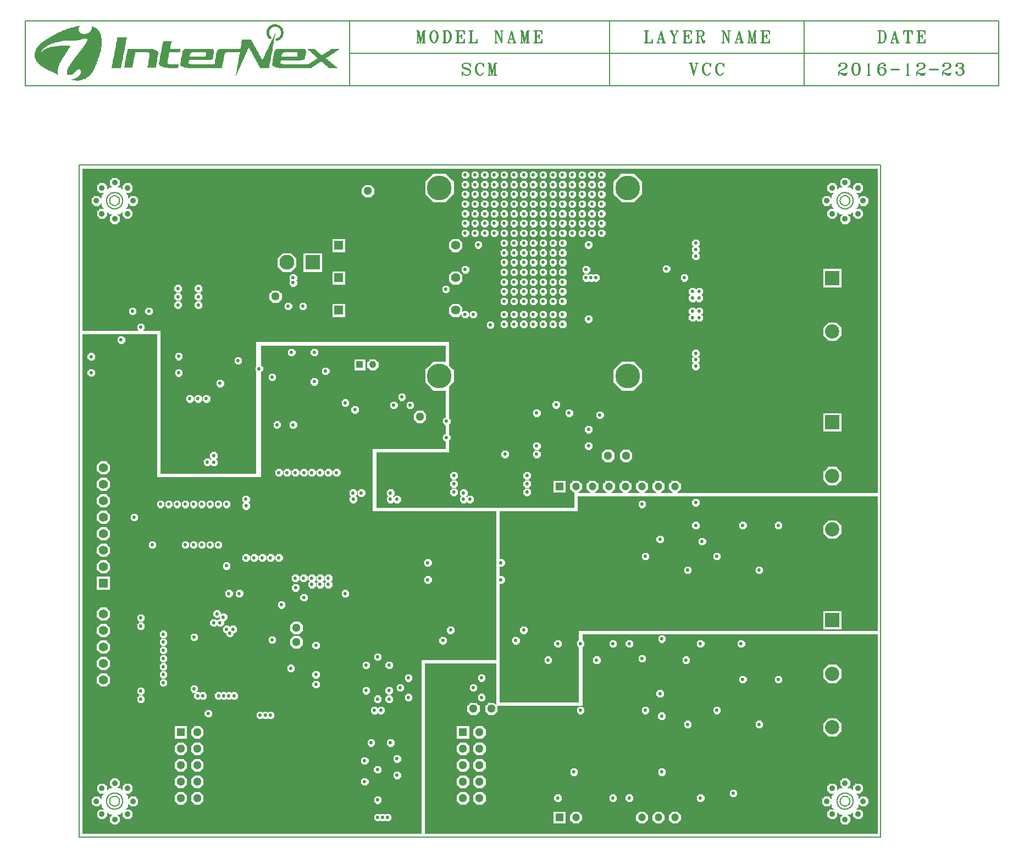
<source format=gbr>
%MOMM*%
%FSLAX33Y33*%
%ADD10C,0.203200*%
%ADD125C,0.200000*%
%ADD133C,1.400000*%
%ADD134R,1.400000X1.400000*%
%ADD156R,1.200000X1.200000*%
%ADD163R,1.300000X1.300000*%
%ADD171C,2.300000*%
%ADD172R,2.300000X2.300000*%
%ADD179C,0.530000*%
%ADD180C,0.900000*%
%ADD181R,1.100000X1.100000*%
%ADD182C,1.100000*%
%ADD183C,3.800000*%
%ADD184C,2.200000*%
%ADD185R,2.200000X2.200000*%
%ADD186C,0.100000*%
%ADD226C,1.200000*%
%ADD227C,1.300000*%
G90*G71*G01*D02*G54D10*X0Y0D02*X123500Y0D01*X123500Y103500D01*
X0Y103500D01*X0Y0D01*X4250Y5500D02*X4274Y5256D01*
X4345Y5022D01*X4461Y4806D01*X4616Y4616D01*X4806Y4461D01*
X5022Y4345D01*X5256Y4274D01*X5500Y4250D01*X5744Y4274D01*
X5978Y4345D01*X6194Y4461D01*X6384Y4616D01*X6539Y4806D01*
X6655Y5022D01*X6726Y5256D01*X6750Y5500D01*X6726Y5744D01*
X6655Y5978D01*X6539Y6194D01*X6384Y6384D01*X6194Y6539D01*
X5978Y6655D01*X5744Y6726D01*X5500Y6750D01*X5256Y6726D01*
X5022Y6655D01*X4806Y6539D01*X4616Y6384D01*X4461Y6194D01*
X4345Y5978D01*X4274Y5744D01*X4250Y5500D01*X4750Y5500D02*
X4764Y5354D01*X4807Y5213D01*X4876Y5083D01*X4970Y4970D01*
X5083Y4876D01*X5213Y4807D01*X5354Y4764D01*X5500Y4750D01*
X5646Y4764D01*X5787Y4807D01*X5917Y4876D01*X6030Y4970D01*
X6124Y5083D01*X6193Y5213D01*X6236Y5354D01*X6250Y5500D01*
X6236Y5646D01*X6193Y5787D01*X6124Y5917D01*X6030Y6030D01*
X5917Y6124D01*X5787Y6193D01*X5646Y6236D01*X5500Y6250D01*
X5354Y6236D01*X5213Y6193D01*X5083Y6124D01*X4970Y6030D01*
X4876Y5917D01*X4807Y5787D01*X4764Y5646D01*X4750Y5500D01*
X116750Y5500D02*X116774Y5256D01*X116845Y5022D01*X116961Y4806D01*
X117116Y4616D01*X117306Y4461D01*X117522Y4345D01*X117756Y4274D01*
X118000Y4250D01*X118244Y4274D01*X118478Y4345D01*X118694Y4461D01*
X118884Y4616D01*X119039Y4806D01*X119155Y5022D01*X119226Y5256D01*
X119250Y5500D01*X119226Y5744D01*X119155Y5978D01*X119039Y6194D01*
X118884Y6384D01*X118694Y6539D01*X118478Y6655D01*X118244Y6726D01*
X118000Y6750D01*X117756Y6726D01*X117522Y6655D01*X117306Y6539D01*
X117116Y6384D01*X116961Y6194D01*X116845Y5978D01*X116774Y5744D01*
X116750Y5500D01*X117250Y5500D02*X117264Y5354D01*X117307Y5213D01*
X117376Y5083D01*X117470Y4970D01*X117583Y4876D01*X117713Y4807D01*
X117854Y4764D01*X118000Y4750D01*X118146Y4764D01*X118287Y4807D01*
X118417Y4876D01*X118530Y4970D01*X118624Y5083D01*X118693Y5213D01*
X118736Y5354D01*X118750Y5500D01*X118736Y5646D01*X118693Y5787D01*
X118624Y5917D01*X118530Y6030D01*X118417Y6124D01*X118287Y6193D01*
X118146Y6236D01*X118000Y6250D01*X117854Y6236D01*X117713Y6193D01*
X117583Y6124D01*X117470Y6030D01*X117376Y5917D01*X117307Y5787D01*
X117264Y5646D01*X117250Y5500D01*X4250Y98000D02*X4274Y97756D01*
X4345Y97522D01*X4461Y97306D01*X4616Y97116D01*X4806Y96961D01*
X5022Y96845D01*X5256Y96774D01*X5500Y96750D01*X5744Y96774D01*
X5978Y96845D01*X6194Y96961D01*X6384Y97116D01*X6539Y97306D01*
X6655Y97522D01*X6726Y97756D01*X6750Y98000D01*X6726Y98244D01*
X6655Y98478D01*X6539Y98694D01*X6384Y98884D01*X6194Y99039D01*
X5978Y99155D01*X5744Y99226D01*X5500Y99250D01*X5256Y99226D01*
X5022Y99155D01*X4806Y99039D01*X4616Y98884D01*X4461Y98694D01*
X4345Y98478D01*X4274Y98244D01*X4250Y98000D01*X4750Y98000D02*
X4764Y97854D01*X4807Y97713D01*X4876Y97583D01*X4970Y97470D01*
X5083Y97376D01*X5213Y97307D01*X5354Y97264D01*X5500Y97250D01*
X5646Y97264D01*X5787Y97307D01*X5917Y97376D01*X6030Y97470D01*
X6124Y97583D01*X6193Y97713D01*X6236Y97854D01*X6250Y98000D01*
X6236Y98146D01*X6193Y98287D01*X6124Y98417D01*X6030Y98530D01*
X5917Y98624D01*X5787Y98693D01*X5646Y98736D01*X5500Y98750D01*
X5354Y98736D01*X5213Y98693D01*X5083Y98624D01*X4970Y98530D01*
X4876Y98417D01*X4807Y98287D01*X4764Y98146D01*X4750Y98000D01*
X116750Y98000D02*X116774Y97756D01*X116845Y97522D01*X116961Y97306D01*
X117116Y97116D01*X117306Y96961D01*X117522Y96845D01*X117756Y96774D01*
X118000Y96750D01*X118244Y96774D01*X118478Y96845D01*X118694Y96961D01*
X118884Y97116D01*X119039Y97306D01*X119155Y97522D01*X119226Y97756D01*
X119250Y98000D01*X119226Y98244D01*X119155Y98478D01*X119039Y98694D01*
X118884Y98884D01*X118694Y99039D01*X118478Y99155D01*X118244Y99226D01*
X118000Y99250D01*X117756Y99226D01*X117522Y99155D01*X117306Y99039D01*
X117116Y98884D01*X116961Y98694D01*X116845Y98478D01*X116774Y98244D01*
X116750Y98000D01*X117250Y98000D02*X117264Y97854D01*X117307Y97713D01*
X117376Y97583D01*X117470Y97470D01*X117583Y97376D01*X117713Y97307D01*
X117854Y97264D01*X118000Y97250D01*X118146Y97264D01*X118287Y97307D01*
X118417Y97376D01*X118530Y97470D01*X118624Y97583D01*X118693Y97713D01*
X118736Y97854D01*X118750Y98000D01*X118736Y98146D01*X118693Y98287D01*
X118624Y98417D01*X118530Y98530D01*X118417Y98624D01*X118287Y98693D01*
X118146Y98736D01*X118000Y98750D01*X117854Y98736D01*X117713Y98693D01*
X117583Y98624D01*X117470Y98530D01*X117376Y98417D01*X117307Y98287D01*
X117264Y98146D01*X117250Y98000D01*D02*G54D125*X41700Y125700D02*
X-8300Y125700D01*X-8300Y115700D01*X41700Y115700D01*X41700Y120700D02*
X141700Y120700D01*X81700Y125700D02*X81700Y115700D01*X41700Y125700D02*
X141700Y125700D01*X141700Y115700D02*X41700Y115700D01*X41700Y125700D02*
X41700Y115700D01*X141700Y125700D02*X141700Y115700D01*X111700Y125700D02*
X111700Y115700D01*X117141Y118836D02*X117141Y118745D01*X117232Y118745D01*
X117232Y118836D01*X117141Y118836D01*X117141Y118927D02*X117232Y118927D01*
X117323Y118836D01*X117323Y118745D01*X117232Y118655D01*X117141Y118655D01*
X117050Y118745D01*X117050Y118836D01*X117141Y119018D01*X117232Y119109D01*
X117505Y119170D01*X117882Y119170D01*X118155Y119109D01*X118246Y119018D01*
X118350Y118836D01*X118350Y118655D01*X118246Y118503D01*X117973Y118321D01*
X117505Y118139D01*X117323Y118048D01*X117141Y117867D01*X117050Y117624D01*
X117050Y117352D01*X118155Y119018D02*X118246Y118836D01*X118246Y118655D01*
X118155Y118503D01*X117882Y119170D02*X118064Y119109D01*X118155Y118836D01*
X118155Y118655D01*X118064Y118503D01*X117882Y118321D01*X117505Y118139D01*
X117050Y117533D02*X117141Y117624D01*X117323Y117624D01*X117778Y117533D01*
X118155Y117533D01*X118350Y117624D01*X117323Y117624D02*X117778Y117442D01*
X118155Y117442D01*X118246Y117533D01*X117323Y117624D02*X117778Y117352D01*
X118155Y117352D01*X118246Y117442D01*X118350Y117624D01*X118350Y117776D01*
X119596Y119170D02*X119323Y119109D01*X119141Y118836D01*X119050Y118412D01*
X119050Y118139D01*X119141Y117715D01*X119323Y117442D01*X119596Y117352D01*
X119791Y117352D01*X120064Y117442D01*X120246Y117715D01*X120350Y118139D01*
X120350Y118412D01*X120246Y118836D01*X120064Y119109D01*X119791Y119170D01*
X119596Y119170D01*X119323Y119018D02*X119232Y118836D01*X119141Y118503D01*
X119141Y118048D01*X119232Y117715D01*X119323Y117533D01*X120064Y117533D02*
X120155Y117715D01*X120246Y118048D01*X120246Y118503D01*X120155Y118836D01*
X120064Y119018D01*X119596Y119170D02*X119414Y119109D01*X119323Y118927D01*
X119232Y118503D01*X119232Y118048D01*X119323Y117624D01*X119414Y117442D01*
X119596Y117352D01*X119791Y117352D02*X119973Y117442D01*X120064Y117624D01*
X120155Y118048D01*X120155Y118503D01*X120064Y118927D01*X119973Y119109D01*
X119791Y119170D01*X121635Y119018D02*X121635Y117352D01*X121687Y119018D02*
X121687Y117442D01*X121726Y119170D02*X121726Y117352D01*X121726Y119170D02*
X121596Y118927D01*X121518Y118836D01*X121479Y117352D02*X121895Y117352D01*
X121635Y117442D02*X121557Y117352D01*X121635Y117533D02*X121596Y117352D01*
X121726Y117533D02*X121765Y117352D01*X121726Y117442D02*X121804Y117352D01*
X124064Y118927D02*X124064Y118836D01*X124155Y118836D01*X124155Y118927D01*
X124064Y118927D01*X124155Y119018D02*X124064Y119018D01*X123973Y118927D01*
X123973Y118836D01*X124064Y118745D01*X124155Y118745D01*X124246Y118836D01*
X124246Y118927D01*X124155Y119109D01*X123973Y119170D01*X123700Y119170D01*
X123414Y119109D01*X123232Y118927D01*X123141Y118745D01*X123050Y118412D01*
X123050Y117867D01*X123141Y117624D01*X123323Y117442D01*X123596Y117352D01*
X123791Y117352D01*X124064Y117442D01*X124246Y117624D01*X124350Y117867D01*
X124350Y117958D01*X124246Y118230D01*X124064Y118412D01*X123791Y118503D01*
X123596Y118503D01*X123414Y118412D01*X123323Y118321D01*X123232Y118139D01*
X123323Y118927D02*X123232Y118745D01*X123141Y118412D01*X123141Y117867D01*
X123232Y117624D01*X123323Y117533D01*X124155Y117624D02*X124246Y117776D01*
X124246Y118048D01*X124155Y118230D01*X123700Y119170D02*X123505Y119109D01*
X123414Y119018D01*X123323Y118836D01*X123232Y118503D01*X123232Y117867D01*
X123323Y117624D01*X123414Y117442D01*X123596Y117352D01*X123791Y117352D02*
X123973Y117442D01*X124064Y117533D01*X124155Y117776D01*X124155Y118048D01*
X124064Y118321D01*X123973Y118412D01*X123791Y118503D01*X125050Y118230D02*
X126350Y118230D01*X126350Y118139D01*X125050Y118230D02*X125050Y118139D01*
X126350Y118139D01*X127635Y119018D02*X127635Y117352D01*X127687Y119018D02*
X127687Y117442D01*X127726Y119170D02*X127726Y117352D01*X127726Y119170D02*
X127596Y118927D01*X127518Y118836D01*X127479Y117352D02*X127895Y117352D01*
X127635Y117442D02*X127557Y117352D01*X127635Y117533D02*X127596Y117352D01*
X127726Y117533D02*X127765Y117352D01*X127726Y117442D02*X127804Y117352D01*
X129141Y118836D02*X129141Y118745D01*X129232Y118745D01*X129232Y118836D01*
X129141Y118836D01*X129141Y118927D02*X129232Y118927D01*X129323Y118836D01*
X129323Y118745D01*X129232Y118655D01*X129141Y118655D01*X129050Y118745D01*
X129050Y118836D01*X129141Y119018D01*X129232Y119109D01*X129505Y119170D01*
X129882Y119170D01*X130155Y119109D01*X130246Y119018D01*X130350Y118836D01*
X130350Y118655D01*X130246Y118503D01*X129973Y118321D01*X129505Y118139D01*
X129323Y118048D01*X129141Y117867D01*X129050Y117624D01*X129050Y117352D01*
X130155Y119018D02*X130246Y118836D01*X130246Y118655D01*X130155Y118503D01*
X129882Y119170D02*X130064Y119109D01*X130155Y118836D01*X130155Y118655D01*
X130064Y118503D01*X129882Y118321D01*X129505Y118139D01*X129050Y117533D02*
X129141Y117624D01*X129323Y117624D01*X129778Y117533D01*X130155Y117533D01*
X130350Y117624D01*X129323Y117624D02*X129778Y117442D01*X130155Y117442D01*
X130246Y117533D01*X129323Y117624D02*X129778Y117352D01*X130155Y117352D01*
X130246Y117442D01*X130350Y117624D01*X130350Y117776D01*X131050Y118230D02*
X132350Y118230D01*X132350Y118139D01*X131050Y118230D02*X131050Y118139D01*
X132350Y118139D01*X133141Y118836D02*X133141Y118745D01*X133232Y118745D01*
X133232Y118836D01*X133141Y118836D01*X133141Y118927D02*X133232Y118927D01*
X133323Y118836D01*X133323Y118745D01*X133232Y118655D01*X133141Y118655D01*
X133050Y118745D01*X133050Y118836D01*X133141Y119018D01*X133232Y119109D01*
X133505Y119170D01*X133882Y119170D01*X134155Y119109D01*X134246Y119018D01*
X134350Y118836D01*X134350Y118655D01*X134246Y118503D01*X133973Y118321D01*
X133505Y118139D01*X133323Y118048D01*X133141Y117867D01*X133050Y117624D01*
X133050Y117352D01*X134155Y119018D02*X134246Y118836D01*X134246Y118655D01*
X134155Y118503D01*X133882Y119170D02*X134064Y119109D01*X134155Y118836D01*
X134155Y118655D01*X134064Y118503D01*X133882Y118321D01*X133505Y118139D01*
X133050Y117533D02*X133141Y117624D01*X133323Y117624D01*X133778Y117533D01*
X134155Y117533D01*X134350Y117624D01*X133323Y117624D02*X133778Y117442D01*
X134155Y117442D01*X134246Y117533D01*X133323Y117624D02*X133778Y117352D01*
X134155Y117352D01*X134246Y117442D01*X134350Y117624D01*X134350Y117776D01*
X135141Y118836D02*X135141Y118745D01*X135232Y118745D01*X135232Y118836D01*
X135141Y118836D01*X135141Y118927D02*X135232Y118927D01*X135323Y118836D01*
X135323Y118745D01*X135232Y118655D01*X135141Y118655D01*X135050Y118745D01*
X135050Y118836D01*X135141Y119018D01*X135232Y119109D01*X135505Y119170D01*
X135882Y119170D01*X136155Y119109D01*X136246Y118927D01*X136246Y118655D01*
X136155Y118503D01*X135882Y118412D01*X136064Y119109D02*X136155Y118927D01*
X136155Y118655D01*X136064Y118503D01*X135791Y119170D02*X135973Y119109D01*
X136064Y118927D01*X136064Y118655D01*X135973Y118503D01*X135791Y118412D01*
X135596Y118412D02*X135882Y118412D01*X136064Y118321D01*X136246Y118139D01*
X136350Y117958D01*X136350Y117715D01*X136246Y117533D01*X136155Y117442D01*
X135882Y117352D01*X135505Y117352D01*X135232Y117442D01*X135141Y117533D01*
X135050Y117715D01*X135050Y117776D01*X135141Y117867D01*X135232Y117867D01*
X135323Y117776D01*X135323Y117715D01*X135232Y117624D01*X135141Y117624D01*
X136155Y118139D02*X136246Y117958D01*X136246Y117715D01*X136155Y117533D01*
X135791Y118412D02*X135973Y118321D01*X136064Y118230D01*X136155Y117958D01*
X136155Y117715D01*X136064Y117442D01*X135882Y117352D01*X135141Y117776D02*
X135141Y117715D01*X135232Y117715D01*X135232Y117776D01*X135141Y117776D01*
X123271Y124170D02*X123271Y122352D01*X123349Y124109D02*X123349Y122442D01*
X123427Y124170D02*X123427Y122352D01*X123050Y124170D02*X123804Y124170D01*
X124038Y124109D01*X124194Y123927D01*X124272Y123745D01*X124350Y123503D01*
X124350Y123048D01*X124272Y122776D01*X124194Y122624D01*X124038Y122442D01*
X123804Y122352D01*X123050Y122352D01*X124116Y123927D02*X124194Y123745D01*
X124272Y123503D01*X124272Y123048D01*X124194Y122776D01*X124116Y122624D01*
X123804Y124170D02*X123960Y124109D01*X124116Y123836D01*X124194Y123503D01*
X124194Y123048D01*X124116Y122715D01*X123960Y122442D01*X123804Y122352D01*
X123115Y124170D02*X123271Y124109D01*X123193Y124170D02*X123271Y124018D01*
X123505Y124170D02*X123427Y124018D01*X123583Y124170D02*X123427Y124109D01*
X123271Y122442D02*X123115Y122352D01*X123271Y122533D02*X123193Y122352D01*
X123427Y122533D02*X123505Y122352D01*X123427Y122442D02*X123583Y122352D01*
X125700Y124170D02*X125193Y122442D01*X125622Y123927D02*X126051Y122352D01*
X125700Y123927D02*X126129Y122352D01*X125700Y124170D02*X126194Y122352D01*
X125336Y122867D02*X125986Y122867D01*X125050Y122352D02*X125479Y122352D01*
X125843Y122352D02*X126350Y122352D01*X125193Y122442D02*X125115Y122352D01*
X125193Y122442D02*X125336Y122352D01*X126051Y122442D02*X125908Y122352D01*
X126051Y122533D02*X125986Y122352D01*X126129Y122533D02*X126272Y122352D01*
X127050Y124170D02*X127050Y123655D01*X127609Y124170D02*X127609Y122352D01*
X127700Y124109D02*X127700Y122442D01*X127778Y124170D02*X127778Y122352D01*
X128350Y124170D02*X128350Y123655D01*X127050Y124170D02*X128350Y124170D01*
X127375Y122352D02*X128012Y122352D01*X127128Y124170D02*X127050Y123655D01*
X127206Y124170D02*X127050Y123927D01*X127284Y124170D02*X127050Y124018D01*
X127453Y124170D02*X127050Y124109D01*X127934Y124170D02*X128350Y124109D01*
X128103Y124170D02*X128350Y124018D01*X128181Y124170D02*X128350Y123927D01*
X128259Y124170D02*X128350Y123655D01*X127609Y122442D02*X127453Y122352D01*
X127609Y122533D02*X127531Y122352D01*X127778Y122533D02*X127856Y122352D01*
X127778Y122442D02*X127934Y122352D01*X129284Y124170D02*X129284Y122352D01*
X129362Y124109D02*X129362Y122442D01*X129453Y124170D02*X129453Y122352D01*
X129050Y124170D02*X130350Y124170D01*X130350Y123655D01*X129453Y123321D02*
X129934Y123321D01*X129934Y123655D02*X129934Y122958D01*X129050Y122352D02*
X130350Y122352D01*X130350Y122867D01*X129128Y124170D02*X129284Y124109D01*
X129206Y124170D02*X129284Y124018D01*X129531Y124170D02*X129453Y124018D01*
X129609Y124170D02*X129453Y124109D01*X129934Y124170D02*X130350Y124109D01*
X130103Y124170D02*X130350Y124018D01*X130181Y124170D02*X130350Y123927D01*
X130259Y124170D02*X130350Y123655D01*X129934Y123655D02*X129856Y123321D01*
X129934Y122958D01*X129934Y123503D02*X129778Y123321D01*X129934Y123139D01*
X129934Y123412D02*X129609Y123321D01*X129934Y123230D01*X129284Y122442D02*
X129128Y122352D01*X129284Y122533D02*X129206Y122352D01*X129453Y122533D02*
X129531Y122352D01*X129453Y122442D02*X129609Y122352D01*X129934Y122352D02*
X130350Y122442D01*X130103Y122352D02*X130350Y122533D01*X130181Y122352D02*
X130350Y122624D01*X130259Y122352D02*X130350Y122867D01*X87310Y124170D02*
X87310Y122352D01*X87388Y124109D02*X87388Y122442D01*X87479Y124170D02*
X87479Y122352D01*X87050Y124170D02*X87739Y124170D01*X87050Y122352D02*
X88350Y122352D01*X88350Y122867D01*X87128Y124170D02*X87310Y124109D01*
X87219Y124170D02*X87310Y124018D01*X87570Y124170D02*X87479Y124018D01*
X87648Y124170D02*X87479Y124109D01*X87310Y122442D02*X87128Y122352D01*
X87310Y122533D02*X87219Y122352D01*X87479Y122533D02*X87570Y122352D01*
X87479Y122442D02*X87648Y122352D01*X87908Y122352D02*X88350Y122442D01*
X88077Y122352D02*X88350Y122533D01*X88168Y122352D02*X88350Y122624D01*
X88259Y122352D02*X88350Y122867D01*X89700Y124170D02*X89193Y122442D01*
X89622Y123927D02*X90051Y122352D01*X89700Y123927D02*X90129Y122352D01*
X89700Y124170D02*X90194Y122352D01*X89336Y122867D02*X89986Y122867D01*
X89050Y122352D02*X89479Y122352D01*X89843Y122352D02*X90350Y122352D01*
X89193Y122442D02*X89115Y122352D01*X89193Y122442D02*X89336Y122352D01*
X90051Y122442D02*X89908Y122352D01*X90051Y122533D02*X89986Y122352D01*
X90129Y122533D02*X90272Y122352D01*X91180Y124170D02*X91622Y123230D01*
X91622Y122352D01*X91245Y124170D02*X91687Y123230D01*X91687Y122442D01*
X91297Y124170D02*X91765Y123230D01*X91765Y122352D01*X92142Y124109D02*
X91765Y123230D01*X91050Y124170D02*X91505Y124170D01*X91947Y124170D02*
X92350Y124170D01*X91440Y122352D02*X91947Y122352D01*X91115Y124170D02*
X91245Y124109D01*X91440Y124170D02*X91297Y124109D01*X92025Y124170D02*
X92142Y124109D01*X92272Y124170D02*X92142Y124109D01*X91622Y122442D02*
X91505Y122352D01*X91622Y122533D02*X91557Y122352D01*X91765Y122533D02*
X91817Y122352D01*X91765Y122442D02*X91882Y122352D01*X93284Y124170D02*
X93284Y122352D01*X93362Y124109D02*X93362Y122442D01*X93453Y124170D02*
X93453Y122352D01*X93050Y124170D02*X94350Y124170D01*X94350Y123655D01*
X93453Y123321D02*X93934Y123321D01*X93934Y123655D02*X93934Y122958D01*
X93050Y122352D02*X94350Y122352D01*X94350Y122867D01*X93128Y124170D02*
X93284Y124109D01*X93206Y124170D02*X93284Y124018D01*X93531Y124170D02*
X93453Y124018D01*X93609Y124170D02*X93453Y124109D01*X93934Y124170D02*
X94350Y124109D01*X94103Y124170D02*X94350Y124018D01*X94181Y124170D02*
X94350Y123927D01*X94259Y124170D02*X94350Y123655D01*X93934Y123655D02*
X93856Y123321D01*X93934Y122958D01*X93934Y123503D02*X93778Y123321D01*
X93934Y123139D01*X93934Y123412D02*X93609Y123321D01*X93934Y123230D01*
X93284Y122442D02*X93128Y122352D01*X93284Y122533D02*X93206Y122352D01*
X93453Y122533D02*X93531Y122352D01*X93453Y122442D02*X93609Y122352D01*
X93934Y122352D02*X94350Y122442D01*X94103Y122352D02*X94350Y122533D01*
X94181Y122352D02*X94350Y122624D01*X94259Y122352D02*X94350Y122867D01*
X95258Y124170D02*X95258Y122352D01*X95336Y124109D02*X95336Y122442D01*
X95401Y124170D02*X95401Y122352D01*X95050Y124170D02*X95908Y124170D01*
X96129Y124109D01*X96194Y124018D01*X96272Y123836D01*X96272Y123655D01*
X96194Y123503D01*X96129Y123412D01*X95908Y123321D01*X95401Y123321D01*
X96129Y124018D02*X96194Y123836D01*X96194Y123655D01*X96129Y123503D01*
X95908Y124170D02*X96051Y124109D01*X96129Y123927D01*X96129Y123564D01*
X96051Y123412D01*X95908Y123321D01*X95687Y123321D02*X95843Y123230D01*
X95908Y123048D01*X96051Y122533D01*X96129Y122352D01*X96272Y122352D01*
X96350Y122533D01*X96350Y122715D01*X96051Y122715D02*X96129Y122533D01*
X96194Y122442D01*X96272Y122442D01*X95843Y123230D02*X95908Y123139D01*
X96129Y122624D01*X96194Y122533D01*X96272Y122533D01*X96350Y122624D01*
X95050Y122352D02*X95622Y122352D01*X95115Y124170D02*X95258Y124109D01*
X95193Y124170D02*X95258Y124018D01*X95479Y124170D02*X95401Y124018D01*
X95544Y124170D02*X95401Y124109D01*X95258Y122442D02*X95115Y122352D01*
X95258Y122533D02*X95193Y122352D01*X95401Y122533D02*X95479Y122352D01*
X95401Y122442D02*X95544Y122352D01*X99232Y124170D02*X99232Y122442D01*
X99232Y124170D02*X100142Y122352D01*X99310Y124170D02*X100077Y122624D01*
X99362Y124170D02*X100142Y122624D01*X100142Y124109D02*X100142Y122352D01*
X99050Y124170D02*X99362Y124170D01*X99960Y124170D02*X100350Y124170D01*
X99050Y122352D02*X99427Y122352D01*X99102Y124170D02*X99232Y124109D01*
X100025Y124170D02*X100142Y124109D01*X100285Y124170D02*X100142Y124109D01*
X99232Y122442D02*X99102Y122352D01*X99232Y122442D02*X99362Y122352D01*
X101700Y124170D02*X101193Y122442D01*X101622Y123927D02*X102051Y122352D01*
X101700Y123927D02*X102129Y122352D01*X101700Y124170D02*X102194Y122352D01*
X101336Y122867D02*X101986Y122867D01*X101050Y122352D02*X101479Y122352D01*
X101843Y122352D02*X102350Y122352D01*X101193Y122442D02*X101115Y122352D01*
X101193Y122442D02*X101336Y122352D01*X102051Y122442D02*X101908Y122352D01*
X102051Y122533D02*X101986Y122352D01*X102129Y122533D02*X102272Y122352D01*
X103219Y124170D02*X103219Y122442D01*X103219Y124170D02*X103635Y122352D01*
X103284Y124170D02*X103635Y122624D01*X103336Y124170D02*X103687Y122624D01*
X104051Y124170D02*X103635Y122352D01*X104051Y124170D02*X104051Y122352D01*
X104103Y124109D02*X104103Y122442D01*X104168Y124170D02*X104168Y122352D01*
X103050Y124170D02*X103336Y124170D01*X104051Y124170D02*X104350Y124170D01*
X103050Y122352D02*X103401Y122352D01*X103869Y122352D02*X104350Y122352D01*
X103102Y124170D02*X103219Y124109D01*X104220Y124170D02*X104168Y124018D01*
X104285Y124170D02*X104168Y124109D01*X103219Y122442D02*X103102Y122352D01*
X103219Y122442D02*X103336Y122352D01*X104051Y122442D02*X103934Y122352D01*
X104051Y122533D02*X103986Y122352D01*X104168Y122533D02*X104220Y122352D01*
X104168Y122442D02*X104285Y122352D01*X105284Y124170D02*X105284Y122352D01*
X105362Y124109D02*X105362Y122442D01*X105453Y124170D02*X105453Y122352D01*
X105050Y124170D02*X106350Y124170D01*X106350Y123655D01*X105453Y123321D02*
X105934Y123321D01*X105934Y123655D02*X105934Y122958D01*X105050Y122352D02*
X106350Y122352D01*X106350Y122867D01*X105128Y124170D02*X105284Y124109D01*
X105206Y124170D02*X105284Y124018D01*X105531Y124170D02*X105453Y124018D01*
X105609Y124170D02*X105453Y124109D01*X105934Y124170D02*X106350Y124109D01*
X106103Y124170D02*X106350Y124018D01*X106181Y124170D02*X106350Y123927D01*
X106259Y124170D02*X106350Y123655D01*X105934Y123655D02*X105856Y123321D01*
X105934Y122958D01*X105934Y123503D02*X105778Y123321D01*X105934Y123139D01*
X105934Y123412D02*X105609Y123321D01*X105934Y123230D01*X105284Y122442D02*
X105128Y122352D01*X105284Y122533D02*X105206Y122352D01*X105453Y122533D02*
X105531Y122352D01*X105453Y122442D02*X105609Y122352D01*X105934Y122352D02*
X106350Y122442D01*X106103Y122352D02*X106350Y122533D01*X106181Y122352D02*
X106350Y122624D01*X106259Y122352D02*X106350Y122867D01*X52219Y124170D02*
X52219Y122442D01*X52219Y124170D02*X52635Y122352D01*X52284Y124170D02*
X52635Y122624D01*X52336Y124170D02*X52687Y122624D01*X53051Y124170D02*
X52635Y122352D01*X53051Y124170D02*X53051Y122352D01*X53103Y124109D02*
X53103Y122442D01*X53168Y124170D02*X53168Y122352D01*X52050Y124170D02*
X52336Y124170D01*X53051Y124170D02*X53350Y124170D01*X52050Y122352D02*
X52401Y122352D01*X52869Y122352D02*X53350Y122352D01*X52102Y124170D02*
X52219Y124109D01*X53220Y124170D02*X53168Y124018D01*X53285Y124170D02*
X53168Y124109D01*X52219Y122442D02*X52102Y122352D01*X52219Y122442D02*
X52336Y122352D01*X53051Y122442D02*X52934Y122352D01*X53051Y122533D02*
X52986Y122352D01*X53168Y122533D02*X53220Y122352D01*X53168Y122442D02*
X53285Y122352D01*X54609Y124170D02*X54375Y124109D01*X54206Y123927D01*
X54128Y123745D01*X54050Y123412D01*X54050Y123139D01*X54128Y122776D01*
X54206Y122624D01*X54375Y122442D01*X54609Y122352D01*X54778Y122352D01*
X55025Y122442D01*X55181Y122624D01*X55259Y122776D01*X55350Y123139D01*
X55350Y123412D01*X55259Y123745D01*X55181Y123927D01*X55025Y124109D01*
X54778Y124170D01*X54609Y124170D01*X54284Y123927D02*X54206Y123745D01*
X54128Y123503D01*X54128Y123048D01*X54206Y122776D01*X54284Y122624D01*
X55103Y122624D02*X55181Y122776D01*X55259Y123048D01*X55259Y123503D01*
X55181Y123745D01*X55103Y123927D01*X54609Y124170D02*X54453Y124109D01*
X54284Y123836D01*X54206Y123503D01*X54206Y123048D01*X54284Y122715D01*
X54453Y122442D01*X54609Y122352D01*X54778Y122352D02*X54934Y122442D01*
X55103Y122715D01*X55181Y123048D01*X55181Y123503D01*X55103Y123836D01*
X54934Y124109D01*X54778Y124170D01*X56271Y124170D02*X56271Y122352D01*
X56349Y124109D02*X56349Y122442D01*X56427Y124170D02*X56427Y122352D01*
X56050Y124170D02*X56804Y124170D01*X57038Y124109D01*X57194Y123927D01*
X57272Y123745D01*X57350Y123503D01*X57350Y123048D01*X57272Y122776D01*
X57194Y122624D01*X57038Y122442D01*X56804Y122352D01*X56050Y122352D01*
X57116Y123927D02*X57194Y123745D01*X57272Y123503D01*X57272Y123048D01*
X57194Y122776D01*X57116Y122624D01*X56804Y124170D02*X56960Y124109D01*
X57116Y123836D01*X57194Y123503D01*X57194Y123048D01*X57116Y122715D01*
X56960Y122442D01*X56804Y122352D01*X56115Y124170D02*X56271Y124109D01*
X56193Y124170D02*X56271Y124018D01*X56505Y124170D02*X56427Y124018D01*
X56583Y124170D02*X56427Y124109D01*X56271Y122442D02*X56115Y122352D01*
X56271Y122533D02*X56193Y122352D01*X56427Y122533D02*X56505Y122352D01*
X56427Y122442D02*X56583Y122352D01*X58284Y124170D02*X58284Y122352D01*
X58362Y124109D02*X58362Y122442D01*X58453Y124170D02*X58453Y122352D01*
X58050Y124170D02*X59350Y124170D01*X59350Y123655D01*X58453Y123321D02*
X58934Y123321D01*X58934Y123655D02*X58934Y122958D01*X58050Y122352D02*
X59350Y122352D01*X59350Y122867D01*X58128Y124170D02*X58284Y124109D01*
X58206Y124170D02*X58284Y124018D01*X58531Y124170D02*X58453Y124018D01*
X58609Y124170D02*X58453Y124109D01*X58934Y124170D02*X59350Y124109D01*
X59103Y124170D02*X59350Y124018D01*X59181Y124170D02*X59350Y123927D01*
X59259Y124170D02*X59350Y123655D01*X58934Y123655D02*X58856Y123321D01*
X58934Y122958D01*X58934Y123503D02*X58778Y123321D01*X58934Y123139D01*
X58934Y123412D02*X58609Y123321D01*X58934Y123230D01*X58284Y122442D02*
X58128Y122352D01*X58284Y122533D02*X58206Y122352D01*X58453Y122533D02*
X58531Y122352D01*X58453Y122442D02*X58609Y122352D01*X58934Y122352D02*
X59350Y122442D01*X59103Y122352D02*X59350Y122533D01*X59181Y122352D02*
X59350Y122624D01*X59259Y122352D02*X59350Y122867D01*X60310Y124170D02*
X60310Y122352D01*X60388Y124109D02*X60388Y122442D01*X60479Y124170D02*
X60479Y122352D01*X60050Y124170D02*X60739Y124170D01*X60050Y122352D02*
X61350Y122352D01*X61350Y122867D01*X60128Y124170D02*X60310Y124109D01*
X60219Y124170D02*X60310Y124018D01*X60570Y124170D02*X60479Y124018D01*
X60648Y124170D02*X60479Y124109D01*X60310Y122442D02*X60128Y122352D01*
X60310Y122533D02*X60219Y122352D01*X60479Y122533D02*X60570Y122352D01*
X60479Y122442D02*X60648Y122352D01*X60908Y122352D02*X61350Y122442D01*
X61077Y122352D02*X61350Y122533D01*X61168Y122352D02*X61350Y122624D01*
X61259Y122352D02*X61350Y122867D01*X64232Y124170D02*X64232Y122442D01*
X64232Y124170D02*X65142Y122352D01*X64310Y124170D02*X65077Y122624D01*
X64362Y124170D02*X65142Y122624D01*X65142Y124109D02*X65142Y122352D01*
X64050Y124170D02*X64362Y124170D01*X64960Y124170D02*X65350Y124170D01*
X64050Y122352D02*X64427Y122352D01*X64102Y124170D02*X64232Y124109D01*
X65025Y124170D02*X65142Y124109D01*X65285Y124170D02*X65142Y124109D01*
X64232Y122442D02*X64102Y122352D01*X64232Y122442D02*X64362Y122352D01*
X66700Y124170D02*X66193Y122442D01*X66622Y123927D02*X67051Y122352D01*
X66700Y123927D02*X67129Y122352D01*X66700Y124170D02*X67194Y122352D01*
X66336Y122867D02*X66986Y122867D01*X66050Y122352D02*X66479Y122352D01*
X66843Y122352D02*X67350Y122352D01*X66193Y122442D02*X66115Y122352D01*
X66193Y122442D02*X66336Y122352D01*X67051Y122442D02*X66908Y122352D01*
X67051Y122533D02*X66986Y122352D01*X67129Y122533D02*X67272Y122352D01*
X68219Y124170D02*X68219Y122442D01*X68219Y124170D02*X68635Y122352D01*
X68284Y124170D02*X68635Y122624D01*X68336Y124170D02*X68687Y122624D01*
X69051Y124170D02*X68635Y122352D01*X69051Y124170D02*X69051Y122352D01*
X69103Y124109D02*X69103Y122442D01*X69168Y124170D02*X69168Y122352D01*
X68050Y124170D02*X68336Y124170D01*X69051Y124170D02*X69350Y124170D01*
X68050Y122352D02*X68401Y122352D01*X68869Y122352D02*X69350Y122352D01*
X68102Y124170D02*X68219Y124109D01*X69220Y124170D02*X69168Y124018D01*
X69285Y124170D02*X69168Y124109D01*X68219Y122442D02*X68102Y122352D01*
X68219Y122442D02*X68336Y122352D01*X69051Y122442D02*X68934Y122352D01*
X69051Y122533D02*X68986Y122352D01*X69168Y122533D02*X69220Y122352D01*
X69168Y122442D02*X69285Y122352D01*X70284Y124170D02*X70284Y122352D01*
X70362Y124109D02*X70362Y122442D01*X70453Y124170D02*X70453Y122352D01*
X70050Y124170D02*X71350Y124170D01*X71350Y123655D01*X70453Y123321D02*
X70934Y123321D01*X70934Y123655D02*X70934Y122958D01*X70050Y122352D02*
X71350Y122352D01*X71350Y122867D01*X70128Y124170D02*X70284Y124109D01*
X70206Y124170D02*X70284Y124018D01*X70531Y124170D02*X70453Y124018D01*
X70609Y124170D02*X70453Y124109D01*X70934Y124170D02*X71350Y124109D01*
X71103Y124170D02*X71350Y124018D01*X71181Y124170D02*X71350Y123927D01*
X71259Y124170D02*X71350Y123655D01*X70934Y123655D02*X70856Y123321D01*
X70934Y122958D01*X70934Y123503D02*X70778Y123321D01*X70934Y123139D01*
X70934Y123412D02*X70609Y123321D01*X70934Y123230D01*X70284Y122442D02*
X70128Y122352D01*X70284Y122533D02*X70206Y122352D01*X70453Y122533D02*
X70531Y122352D01*X70453Y122442D02*X70609Y122352D01*X70934Y122352D02*
X71350Y122442D01*X71103Y122352D02*X71350Y122533D01*X71181Y122352D02*
X71350Y122624D01*X71259Y122352D02*X71350Y122867D01*X60246Y118927D02*
X60350Y119170D01*X60350Y118655D01*X60246Y118927D01*X60064Y119109D01*
X59778Y119170D01*X59505Y119170D01*X59232Y119109D01*X59050Y118927D01*
X59050Y118655D01*X59141Y118503D01*X59414Y118321D01*X59973Y118139D01*
X60155Y118048D01*X60246Y117867D01*X60246Y117624D01*X60155Y117442D01*
X59141Y118655D02*X59232Y118503D01*X59414Y118412D01*X59973Y118230D01*
X60155Y118139D01*X60246Y117958D01*X59232Y119109D02*X59141Y118927D01*
X59141Y118745D01*X59232Y118564D01*X59414Y118503D01*X59973Y118321D01*
X60246Y118139D01*X60350Y117958D01*X60350Y117715D01*X60246Y117533D01*
X60155Y117442D01*X59882Y117352D01*X59596Y117352D01*X59323Y117442D01*
X59141Y117624D01*X59050Y117867D01*X59050Y117352D01*X59141Y117624D01*
X62259Y118927D02*X62350Y119170D01*X62350Y118655D01*X62259Y118927D01*
X62077Y119109D01*X61908Y119170D01*X61648Y119170D01*X61388Y119109D01*
X61219Y118927D01*X61128Y118745D01*X61050Y118503D01*X61050Y118048D01*
X61128Y117776D01*X61219Y117624D01*X61388Y117442D01*X61648Y117352D01*
X61908Y117352D01*X62077Y117442D01*X62259Y117624D01*X62350Y117776D01*
X61297Y118927D02*X61219Y118745D01*X61128Y118503D01*X61128Y118048D01*
X61219Y117776D01*X61297Y117624D01*X61648Y119170D02*X61479Y119109D01*
X61297Y118836D01*X61219Y118503D01*X61219Y118048D01*X61297Y117715D01*
X61479Y117442D01*X61648Y117352D01*X63219Y119170D02*X63219Y117442D01*
X63219Y119170D02*X63635Y117352D01*X63284Y119170D02*X63635Y117624D01*
X63336Y119170D02*X63687Y117624D01*X64051Y119170D02*X63635Y117352D01*
X64051Y119170D02*X64051Y117352D01*X64103Y119109D02*X64103Y117442D01*
X64168Y119170D02*X64168Y117352D01*X63050Y119170D02*X63336Y119170D01*
X64051Y119170D02*X64350Y119170D01*X63050Y117352D02*X63401Y117352D01*
X63869Y117352D02*X64350Y117352D01*X63102Y119170D02*X63219Y119109D01*
X64220Y119170D02*X64168Y119018D01*X64285Y119170D02*X64168Y119109D01*
X63219Y117442D02*X63102Y117352D01*X63219Y117442D02*X63336Y117352D01*
X64051Y117442D02*X63934Y117352D01*X64051Y117533D02*X63986Y117352D01*
X64168Y117533D02*X64220Y117352D01*X64168Y117442D02*X64285Y117352D01*
X94193Y119170D02*X94700Y117352D01*X94258Y119170D02*X94700Y117624D01*
X94700Y117352D01*X94336Y119170D02*X94765Y117624D01*X95194Y119109D02*
X94700Y117352D01*X94050Y119170D02*X94544Y119170D01*X94908Y119170D02*
X95350Y119170D01*X94115Y119170D02*X94258Y119018D01*X94401Y119170D02*
X94336Y119018D01*X94479Y119170D02*X94336Y119109D01*X95051Y119170D02*
X95194Y119109D01*X95272Y119170D02*X95194Y119109D01*X97259Y118927D02*
X97350Y119170D01*X97350Y118655D01*X97259Y118927D01*X97077Y119109D01*
X96908Y119170D01*X96648Y119170D01*X96388Y119109D01*X96219Y118927D01*
X96128Y118745D01*X96050Y118503D01*X96050Y118048D01*X96128Y117776D01*
X96219Y117624D01*X96388Y117442D01*X96648Y117352D01*X96908Y117352D01*
X97077Y117442D01*X97259Y117624D01*X97350Y117776D01*X96297Y118927D02*
X96219Y118745D01*X96128Y118503D01*X96128Y118048D01*X96219Y117776D01*
X96297Y117624D01*X96648Y119170D02*X96479Y119109D01*X96297Y118836D01*
X96219Y118503D01*X96219Y118048D01*X96297Y117715D01*X96479Y117442D01*
X96648Y117352D01*X99259Y118927D02*X99350Y119170D01*X99350Y118655D01*
X99259Y118927D01*X99077Y119109D01*X98908Y119170D01*X98648Y119170D01*
X98388Y119109D01*X98219Y118927D01*X98128Y118745D01*X98050Y118503D01*
X98050Y118048D01*X98128Y117776D01*X98219Y117624D01*X98388Y117442D01*
X98648Y117352D01*X98908Y117352D01*X99077Y117442D01*X99259Y117624D01*
X99350Y117776D01*X98297Y118927D02*X98219Y118745D01*X98128Y118503D01*
X98128Y118048D01*X98219Y117776D01*X98297Y117624D01*X98648Y119170D02*
X98479Y119109D01*X98297Y118836D01*X98219Y118503D01*X98219Y118048D01*
X98297Y117715D01*X98479Y117442D01*X98648Y117352D01*X0Y0D02*D02*
G54D133*X3750Y24190D03*X3750Y26730D03*X3750Y29270D03*X3750Y31810D03*
X3750Y34350D03*X3750Y41650D03*X3750Y44190D03*X3750Y46730D03*
X3750Y49270D03*X3750Y51810D03*X3750Y54350D03*X3750Y56890D03*
X58000Y81125D03*X58000Y86125D03*X58000Y91125D03*D02*G54D134*
X3750Y21650D03*X3750Y39110D03*X40000Y81125D03*X40000Y86125D03*
X40000Y91125D03*D02*G54D156*X74000Y3000D03*X74000Y54000D03*D02*G54D163*
X15660Y16160D03*X59160Y16160D03*D02*G54D171*X32020Y88500D03*D02*G54D172*
X35980Y88500D03*D02*G54D179*X49500Y4250D03*X50250Y4250D03*
X47500Y3000D03*X46750Y3000D03*X46000Y5690D03*X46000Y3000D03*
X51000Y4250D03*X51750Y4250D03*X73750Y6000D03*X82250Y6000D03*
X84750Y6000D03*X95750Y6000D03*X100770Y6750D03*X49000Y9500D03*
X49000Y12040D03*X45980Y10375D03*X44000Y8500D03*X44000Y11750D03*
X76230Y10000D03*X89770Y10000D03*X19900Y19000D03*X29500Y18750D03*
X28700Y18750D03*X27900Y18750D03*X46500Y15250D03*X47250Y15250D03*
X45000Y14500D03*X45500Y19500D03*X46500Y19500D03*X48000Y14500D03*
X51750Y14750D03*X77250Y19500D03*X83750Y19500D03*X81250Y19500D03*
X89750Y18625D03*X87250Y19500D03*X93750Y19500D03*X94750Y19500D03*
X98250Y19500D03*X93750Y17350D03*X103250Y19500D03*X104750Y17350D03*
X13000Y25000D03*X13000Y23750D03*X9500Y23750D03*X9500Y25000D03*
X13000Y22500D03*X13000Y21250D03*X9500Y21250D03*X9500Y22500D03*
X23900Y21750D03*X23100Y21750D03*X21500Y21750D03*X22300Y21750D03*
X19100Y21750D03*X18300Y21750D03*X17750Y22800D03*X33375Y24500D03*
X35500Y21125D03*X36500Y23500D03*X36500Y25000D03*X49500Y23000D03*
X47750Y21250D03*X46000Y21250D03*X47750Y22550D03*X44250Y22550D03*
X55000Y22250D03*X55000Y23000D03*X55000Y23750D03*X55750Y23750D03*
X55750Y23000D03*X55750Y22250D03*X56500Y22250D03*X56500Y23000D03*
X56500Y23750D03*X50750Y21500D03*X50750Y24500D03*X66250Y22250D03*
X66250Y23000D03*X66250Y23750D03*X67000Y23750D03*X67000Y23000D03*
X67000Y22250D03*X60750Y23000D03*X62000Y24500D03*X62000Y21500D03*
X67750Y22250D03*X67750Y23000D03*X67750Y23750D03*X80500Y24000D03*
X89500Y22095D03*X92625Y21750D03*X102250Y24250D03*X107750Y24250D03*
X13000Y31250D03*X13000Y30000D03*X13000Y28750D03*X13000Y27500D03*
X13000Y26250D03*X9500Y26250D03*X9500Y27500D03*X9500Y28750D03*
X9500Y30000D03*X9500Y31250D03*X17750Y30800D03*X29750Y30375D03*
X32625Y26000D03*X36500Y29500D03*X46000Y27750D03*X47750Y26450D03*
X44250Y26450D03*X56050Y30250D03*X59000Y28750D03*X59750Y28750D03*
X60500Y28750D03*X61250Y28750D03*X73750Y29750D03*X67300Y30250D03*
X72250Y27250D03*X82250Y29750D03*X77250Y29750D03*X79750Y27250D03*
X90250Y27500D03*X84750Y29750D03*X89770Y30500D03*X86750Y27500D03*
X95750Y29750D03*X93500Y27250D03*X102000Y29750D03*X12000Y34750D03*
X9500Y32500D03*X9500Y33750D03*X21250Y34375D03*X22250Y33875D03*
X21750Y33000D03*X20750Y33000D03*X23750Y32000D03*X22750Y32000D03*
X23250Y31375D03*X31200Y35750D03*X34625Y36875D03*X57250Y31850D03*
X68500Y31850D03*X23100Y37500D03*X24700Y37500D03*X22715Y41750D03*
X33375Y38375D03*X33345Y39875D03*X34615Y39875D03*X35875Y38875D03*
X35885Y39875D03*X37155Y38875D03*X37155Y39875D03*X38425Y38875D03*
X38425Y39875D03*X41000Y37500D03*X45750Y39000D03*X42235Y39875D03*
X53750Y42250D03*X53750Y39625D03*X65000Y39625D03*X65000Y42250D03*
X93750Y41100D03*X104750Y41100D03*X16365Y45000D03*X11285Y45000D03*
X21445Y45000D03*X20175Y45000D03*X18905Y45000D03*X17635Y45000D03*
X30805Y43000D03*X29535Y43000D03*X28265Y43000D03*X26995Y43000D03*
X25725Y43000D03*X81250Y43250D03*X80500Y47750D03*X83750Y43250D03*
X87250Y43250D03*X89500Y45845D03*X92625Y45500D03*X94750Y43250D03*
X92250Y43250D03*X96000Y45500D03*X95000Y48000D03*X98250Y43250D03*
X102250Y48000D03*X103250Y43250D03*X107750Y48000D03*X8500Y50750D03*
X8500Y49250D03*X16365Y51250D03*X15095Y51250D03*X13825Y51250D03*
X12555Y51250D03*X22715Y51250D03*X21445Y51250D03*X20175Y51250D03*
X18905Y51250D03*X17635Y51250D03*X25750Y51000D03*X25725Y52000D03*
X43505Y53000D03*X42235Y53000D03*X42250Y52000D03*X49000Y52000D03*
X48000Y53000D03*X48000Y52000D03*X57750Y53115D03*X60250Y52000D03*
X59250Y53000D03*X59250Y52000D03*X69000Y53115D03*X90250Y51250D03*
X86750Y51250D03*X95000Y51500D03*X18250Y57750D03*X17250Y58750D03*
X17250Y57750D03*X19750Y57750D03*X20750Y57750D03*X20750Y58750D03*
X33345Y56125D03*X32075Y56125D03*X30805Y56125D03*X39695Y56125D03*
X38425Y56125D03*X37155Y56125D03*X35885Y56125D03*X34625Y56125D03*
X49000Y55500D03*X48000Y54500D03*X48000Y55500D03*X57750Y55655D03*
X57750Y54385D03*X60250Y55500D03*X59250Y54500D03*X59250Y55500D03*
X65625Y58940D03*X69250Y58875D03*X70500Y58940D03*X69000Y54385D03*
X69000Y55655D03*X30500Y63500D03*X33000Y63500D03*X49000Y62250D03*
X49750Y62250D03*X49750Y61500D03*X49000Y61500D03*X49000Y60750D03*
X49750Y60750D03*X56625Y64020D03*X56625Y61500D03*X54875Y60500D03*
X54875Y65000D03*X50500Y61500D03*X50500Y62250D03*X50500Y60750D03*
X70500Y60210D03*X70500Y65290D03*X78500Y62750D03*X80250Y65000D03*
X78500Y60210D03*X75500Y65290D03*X6500Y68940D03*X2750Y69000D03*
X17095Y67500D03*X17250Y70500D03*X21750Y69875D03*X18365Y67500D03*
X19635Y67500D03*X29750Y70845D03*X36250Y70125D03*X41000Y66875D03*
X49750Y67750D03*X48500Y66500D03*X42500Y65800D03*X51000Y66500D03*
X65625Y66560D03*X73500Y66560D03*X69250Y66625D03*X80250Y66500D03*
X1875Y74000D03*X1875Y71500D03*X2750Y76500D03*X6500Y76560D03*
X15375Y71480D03*X15375Y74020D03*X24500Y73375D03*X17250Y75000D03*
X27750Y72125D03*X32750Y74655D03*X38000Y71750D03*X36250Y74625D03*
X95000Y72500D03*X95000Y74500D03*X95000Y73500D03*X8250Y81000D03*
X10750Y81000D03*X9500Y78500D03*X15250Y81960D03*X18375Y81960D03*
X32250Y81750D03*X34500Y81750D03*X59500Y80500D03*X60750Y80500D03*
X63375Y78875D03*X65500Y82500D03*X67000Y82500D03*X65500Y80500D03*
X67000Y80500D03*X67000Y79000D03*X65500Y79000D03*X68500Y82500D03*
X70000Y82500D03*X71500Y82500D03*X73000Y82500D03*X74500Y82500D03*
X68500Y80500D03*X70000Y80500D03*X71500Y80500D03*X73000Y80500D03*
X74500Y80500D03*X74500Y79000D03*X73000Y79000D03*X71500Y79000D03*
X70000Y79000D03*X68500Y79000D03*X78500Y79785D03*X95500Y80000D03*
X95500Y81000D03*X94500Y80000D03*X94500Y81000D03*X10750Y87750D03*
X11500Y87750D03*X12250Y87750D03*X13000Y87750D03*X15250Y83230D03*
X15250Y84500D03*X18375Y83230D03*X18375Y84500D03*X33000Y85375D03*
X33000Y86125D03*X56500Y84375D03*X59500Y87405D03*X65500Y88500D03*
X67000Y88500D03*X67000Y87000D03*X65500Y87000D03*X65500Y85500D03*
X67000Y85500D03*X67000Y84000D03*X65500Y84000D03*X68500Y88500D03*
X70000Y88500D03*X71500Y88500D03*X73000Y88500D03*X74500Y88500D03*
X74500Y87000D03*X73000Y87000D03*X71500Y87000D03*X70000Y87000D03*
X68500Y87000D03*X68500Y85500D03*X70000Y85500D03*X71500Y85500D03*
X73000Y85500D03*X74500Y85500D03*X74500Y84000D03*X73000Y84000D03*
X71500Y84000D03*X70000Y84000D03*X68500Y84000D03*X79625Y86135D03*
X78125Y86135D03*X78875Y86135D03*X78125Y87405D03*X90500Y87500D03*
X95500Y83000D03*X95500Y84000D03*X94500Y83000D03*X94500Y84000D03*
X93250Y86125D03*X10750Y90750D03*X10750Y89750D03*X10750Y88750D03*
X11500Y88750D03*X11500Y89750D03*X11500Y90750D03*X12250Y90750D03*
X12250Y89750D03*X12250Y88750D03*X13000Y90750D03*X13000Y89750D03*
X13000Y88750D03*X61500Y91215D03*X59500Y93000D03*X61000Y93000D03*
X62500Y93000D03*X64000Y93000D03*X65500Y93000D03*X67000Y93000D03*
X67000Y91500D03*X65500Y91500D03*X67000Y90000D03*X65500Y90000D03*
X68500Y93000D03*X70000Y93000D03*X71500Y93000D03*X73000Y93000D03*
X74500Y93000D03*X68500Y91500D03*X70000Y91500D03*X71500Y91500D03*
X73000Y91500D03*X74500Y91500D03*X74500Y90000D03*X73000Y90000D03*
X71500Y90000D03*X70000Y90000D03*X68500Y90000D03*X78500Y91215D03*
X80500Y93000D03*X76000Y93000D03*X77500Y93000D03*X79000Y93000D03*
X95000Y89500D03*X95000Y91500D03*X95000Y90500D03*X59500Y99000D03*
X59500Y97500D03*X59500Y96000D03*X59500Y94500D03*X67000Y99000D03*
X65500Y99000D03*X64000Y99000D03*X62500Y99000D03*X61000Y99000D03*
X61000Y97500D03*X62500Y97500D03*X64000Y97500D03*X65500Y97500D03*
X67000Y97500D03*X65500Y96000D03*X67000Y96000D03*X64000Y96000D03*
X62500Y96000D03*X61000Y96000D03*X61000Y94500D03*X62500Y94500D03*
X64000Y94500D03*X65500Y94500D03*X67000Y94500D03*X74500Y99000D03*
X73000Y99000D03*X71500Y99000D03*X70000Y99000D03*X68500Y99000D03*
X68500Y97500D03*X70000Y97500D03*X71500Y97500D03*X73000Y97500D03*
X74500Y97500D03*X74500Y96000D03*X73000Y96000D03*X71500Y96000D03*
X68500Y96000D03*X70000Y96000D03*X68500Y94500D03*X70000Y94500D03*
X71500Y94500D03*X73000Y94500D03*X74500Y94500D03*X80500Y99000D03*
X80500Y94500D03*X80500Y96000D03*X80500Y97500D03*X79000Y99000D03*
X77500Y99000D03*X76000Y99000D03*X76000Y97500D03*X77500Y97500D03*
X79000Y97500D03*X79000Y96000D03*X77500Y96000D03*X76000Y96000D03*
X76000Y94500D03*X77500Y94500D03*X79000Y94500D03*X59500Y102000D03*
X59500Y100500D03*X61000Y102000D03*X62500Y102000D03*X64000Y102000D03*
X65500Y102000D03*X67000Y102000D03*X61000Y100500D03*X62500Y100500D03*
X64000Y100500D03*X65500Y100500D03*X67000Y100500D03*X68500Y102000D03*
X70000Y102000D03*X71500Y102000D03*X73000Y102000D03*X74500Y102000D03*
X68500Y100500D03*X70000Y100500D03*X71500Y100500D03*X73000Y100500D03*
X74500Y100500D03*X80500Y102000D03*X80500Y100500D03*X76000Y102000D03*
X79000Y102000D03*X77500Y102000D03*X76000Y100500D03*X77500Y100500D03*
X79000Y100500D03*D02*G54D180*X5500Y2700D03*X118000Y2700D03*
X8300Y5500D03*X7480Y7480D03*X5500Y8300D03*X3520Y7480D03*
X2700Y5500D03*X3520Y3520D03*X7480Y3520D03*X116020Y7480D03*
X115200Y5500D03*X116020Y3520D03*X120800Y5500D03*X119980Y7480D03*
X118000Y8300D03*X119980Y3520D03*X8300Y98000D03*X7480Y99980D03*
X3520Y99980D03*X2700Y98000D03*X3520Y96020D03*X5500Y95200D03*
X7480Y96020D03*X116020Y99980D03*X115200Y98000D03*X116020Y96020D03*
X120800Y98000D03*X119980Y99980D03*X118000Y95200D03*X119980Y96020D03*
X5500Y100800D03*X118000Y100800D03*D02*G54D181*X43250Y72750D03*D02*G54D182*
X45250Y72750D03*D02*G54D183*X55500Y71000D03*X84500Y71000D03*
X55500Y100000D03*X84500Y100000D03*D02*G54D184*X116000Y16900D03*
X116000Y25150D03*X116000Y47375D03*X116000Y55625D03*X116000Y77855D03*D02*
G54D185*X116000Y33400D03*X116000Y63875D03*X116000Y86105D03*D02*G54D186*
X53300Y550D02*X122950Y550D01*X122950Y550D02*X122950Y31200D01*
X122950Y31200D02*X77550Y31200D01*X77550Y31200D02*X77550Y30320D01*
X77550Y30320D02*X77865Y30005D01*X77865Y30005D02*X77865Y29495D01*
X77865Y29495D02*X77550Y29180D01*X77550Y29180D02*X77550Y20200D01*
X77550Y20200D02*X64464Y20200D01*X64464Y20200D02*X64500Y20164D01*
X64500Y20164D02*X64500Y19336D01*X64500Y19336D02*X63914Y18750D01*
X63914Y18750D02*X63086Y18750D01*X63086Y18750D02*X62500Y19336D01*
X62500Y19336D02*X62500Y20164D01*X62500Y20164D02*X63086Y20750D01*
X63086Y20750D02*X63914Y20750D01*X63914Y20750D02*X64200Y20464D01*
X64200Y20464D02*X64200Y26700D01*X64200Y26700D02*X53300Y26700D01*
X53300Y26700D02*X53300Y550D01*X60495Y22385D02*X61005Y22385D01*
X61005Y22385D02*X61365Y22745D01*X61365Y22745D02*X61365Y23255D01*
X61365Y23255D02*X61005Y23615D01*X61005Y23615D02*X60495Y23615D01*
X60495Y23615D02*X60135Y23255D01*X60135Y23255D02*X60135Y22745D01*
X60135Y22745D02*X60495Y22385D01*X60336Y18750D02*X61164Y18750D01*
X61164Y18750D02*X61750Y19336D01*X61750Y19336D02*X61750Y20164D01*
X61750Y20164D02*X61164Y20750D01*X61164Y20750D02*X60336Y20750D01*
X60336Y20750D02*X59750Y20164D01*X59750Y20164D02*X59750Y19336D01*
X59750Y19336D02*X60336Y18750D01*X60160Y15160D02*X60160Y17160D01*
X60160Y17160D02*X58160Y17160D01*X58160Y17160D02*X58160Y15160D01*
X58160Y15160D02*X60160Y15160D01*X58746Y12620D02*X59574Y12620D01*
X59574Y12620D02*X60160Y13206D01*X60160Y13206D02*X60160Y14034D01*
X60160Y14034D02*X59574Y14620D01*X59574Y14620D02*X58746Y14620D01*
X58746Y14620D02*X58160Y14034D01*X58160Y14034D02*X58160Y13206D01*
X58160Y13206D02*X58746Y12620D01*X58746Y10080D02*X59574Y10080D01*
X59574Y10080D02*X60160Y10666D01*X60160Y10666D02*X60160Y11494D01*
X60160Y11494D02*X59574Y12080D01*X59574Y12080D02*X58746Y12080D01*
X58746Y12080D02*X58160Y11494D01*X58160Y11494D02*X58160Y10666D01*
X58160Y10666D02*X58746Y10080D01*X58746Y7540D02*X59574Y7540D01*
X59574Y7540D02*X60160Y8126D01*X60160Y8126D02*X60160Y8954D01*
X60160Y8954D02*X59574Y9540D01*X59574Y9540D02*X58746Y9540D01*
X58746Y9540D02*X58160Y8954D01*X58160Y8954D02*X58160Y8126D01*
X58160Y8126D02*X58746Y7540D01*X58746Y5000D02*X59574Y5000D01*
X59574Y5000D02*X60160Y5586D01*X60160Y5586D02*X60160Y6414D01*
X60160Y6414D02*X59574Y7000D01*X59574Y7000D02*X58746Y7000D01*
X58746Y7000D02*X58160Y6414D01*X58160Y6414D02*X58160Y5586D01*
X58160Y5586D02*X58746Y5000D01*X61745Y23885D02*X62255Y23885D01*
X62255Y23885D02*X62615Y24245D01*X62615Y24245D02*X62615Y24755D01*
X62615Y24755D02*X62255Y25115D01*X62255Y25115D02*X61745Y25115D01*
X61745Y25115D02*X61385Y24755D01*X61385Y24755D02*X61385Y24245D01*
X61385Y24245D02*X61745Y23885D01*X61745Y20885D02*X62255Y20885D01*
X62255Y20885D02*X62615Y21245D01*X62615Y21245D02*X62615Y21755D01*
X62615Y21755D02*X62255Y22115D01*X62255Y22115D02*X61745Y22115D01*
X61745Y22115D02*X61385Y21755D01*X61385Y21755D02*X61385Y21245D01*
X61385Y21245D02*X61745Y20885D01*X61286Y15160D02*X62114Y15160D01*
X62114Y15160D02*X62700Y15746D01*X62700Y15746D02*X62700Y16574D01*
X62700Y16574D02*X62114Y17160D01*X62114Y17160D02*X61286Y17160D01*
X61286Y17160D02*X60700Y16574D01*X60700Y16574D02*X60700Y15746D01*
X60700Y15746D02*X61286Y15160D01*X61286Y12620D02*X62114Y12620D01*
X62114Y12620D02*X62700Y13206D01*X62700Y13206D02*X62700Y14034D01*
X62700Y14034D02*X62114Y14620D01*X62114Y14620D02*X61286Y14620D01*
X61286Y14620D02*X60700Y14034D01*X60700Y14034D02*X60700Y13206D01*
X60700Y13206D02*X61286Y12620D01*X61286Y10080D02*X62114Y10080D01*
X62114Y10080D02*X62700Y10666D01*X62700Y10666D02*X62700Y11494D01*
X62700Y11494D02*X62114Y12080D01*X62114Y12080D02*X61286Y12080D01*
X61286Y12080D02*X60700Y11494D01*X60700Y11494D02*X60700Y10666D01*
X60700Y10666D02*X61286Y10080D01*X61286Y7540D02*X62114Y7540D01*
X62114Y7540D02*X62700Y8126D01*X62700Y8126D02*X62700Y8954D01*
X62700Y8954D02*X62114Y9540D01*X62114Y9540D02*X61286Y9540D01*
X61286Y9540D02*X60700Y8954D01*X60700Y8954D02*X60700Y8126D01*
X60700Y8126D02*X61286Y7540D01*X61286Y5000D02*X62114Y5000D01*
X62114Y5000D02*X62700Y5586D01*X62700Y5586D02*X62700Y6414D01*
X62700Y6414D02*X62114Y7000D01*X62114Y7000D02*X61286Y7000D01*
X61286Y7000D02*X60700Y6414D01*X60700Y6414D02*X60700Y5586D01*
X60700Y5586D02*X61286Y5000D01*X73495Y5385D02*X74005Y5385D01*
X74005Y5385D02*X74365Y5745D01*X74365Y5745D02*X74365Y6255D01*
X74365Y6255D02*X74005Y6615D01*X74005Y6615D02*X73495Y6615D01*
X73495Y6615D02*X73135Y6255D01*X73135Y6255D02*X73135Y5745D01*
X73135Y5745D02*X73495Y5385D01*X74950Y2050D02*X74950Y3950D01*
X74950Y3950D02*X73050Y3950D01*X73050Y3950D02*X73050Y2050D01*
X73050Y2050D02*X74950Y2050D01*X75975Y9385D02*X76485Y9385D01*
X76485Y9385D02*X76845Y9745D01*X76845Y9745D02*X76845Y10255D01*
X76845Y10255D02*X76485Y10615D01*X76485Y10615D02*X75975Y10615D01*
X75975Y10615D02*X75615Y10255D01*X75615Y10255D02*X75615Y9745D01*
X75615Y9745D02*X75975Y9385D01*X76995Y18885D02*X77505Y18885D01*
X77505Y18885D02*X77865Y19245D01*X77865Y19245D02*X77865Y19755D01*
X77865Y19755D02*X77505Y20115D01*X77505Y20115D02*X76995Y20115D01*
X76995Y20115D02*X76635Y19755D01*X76635Y19755D02*X76635Y19245D01*
X76635Y19245D02*X76995Y18885D01*X76147Y2050D02*X76934Y2050D01*
X76934Y2050D02*X77490Y2607D01*X77490Y2607D02*X77490Y3394D01*
X77490Y3394D02*X76934Y3950D01*X76934Y3950D02*X76147Y3950D01*
X76147Y3950D02*X75590Y3394D01*X75590Y3394D02*X75590Y2607D01*
X75590Y2607D02*X76147Y2050D01*X79495Y26635D02*X80005Y26635D01*
X80005Y26635D02*X80365Y26995D01*X80365Y26995D02*X80365Y27505D01*
X80365Y27505D02*X80005Y27865D01*X80005Y27865D02*X79495Y27865D01*
X79495Y27865D02*X79135Y27505D01*X79135Y27505D02*X79135Y26995D01*
X79135Y26995D02*X79495Y26635D01*X81995Y29135D02*X82505Y29135D01*
X82505Y29135D02*X82865Y29495D01*X82865Y29495D02*X82865Y30005D01*
X82865Y30005D02*X82505Y30365D01*X82505Y30365D02*X81995Y30365D01*
X81995Y30365D02*X81635Y30005D01*X81635Y30005D02*X81635Y29495D01*
X81635Y29495D02*X81995Y29135D01*X81995Y5385D02*X82505Y5385D01*
X82505Y5385D02*X82865Y5745D01*X82865Y5745D02*X82865Y6255D01*
X82865Y6255D02*X82505Y6615D01*X82505Y6615D02*X81995Y6615D01*
X81995Y6615D02*X81635Y6255D01*X81635Y6255D02*X81635Y5745D01*
X81635Y5745D02*X81995Y5385D01*X84495Y29135D02*X85005Y29135D01*
X85005Y29135D02*X85365Y29495D01*X85365Y29495D02*X85365Y30005D01*
X85365Y30005D02*X85005Y30365D01*X85005Y30365D02*X84495Y30365D01*
X84495Y30365D02*X84135Y30005D01*X84135Y30005D02*X84135Y29495D01*
X84135Y29495D02*X84495Y29135D01*X84495Y5385D02*X85005Y5385D01*
X85005Y5385D02*X85365Y5745D01*X85365Y5745D02*X85365Y6255D01*
X85365Y6255D02*X85005Y6615D01*X85005Y6615D02*X84495Y6615D01*
X84495Y6615D02*X84135Y6255D01*X84135Y6255D02*X84135Y5745D01*
X84135Y5745D02*X84495Y5385D01*X86495Y26885D02*X87005Y26885D01*
X87005Y26885D02*X87365Y27245D01*X87365Y27245D02*X87365Y27755D01*
X87365Y27755D02*X87005Y28115D01*X87005Y28115D02*X86495Y28115D01*
X86495Y28115D02*X86135Y27755D01*X86135Y27755D02*X86135Y27245D01*
X86135Y27245D02*X86495Y26885D01*X86995Y18885D02*X87505Y18885D01*
X87505Y18885D02*X87865Y19245D01*X87865Y19245D02*X87865Y19755D01*
X87865Y19755D02*X87505Y20115D01*X87505Y20115D02*X86995Y20115D01*
X86995Y20115D02*X86635Y19755D01*X86635Y19755D02*X86635Y19245D01*
X86635Y19245D02*X86995Y18885D01*X86307Y2050D02*X87094Y2050D01*
X87094Y2050D02*X87650Y2607D01*X87650Y2607D02*X87650Y3394D01*
X87650Y3394D02*X87094Y3950D01*X87094Y3950D02*X86307Y3950D01*
X86307Y3950D02*X85750Y3394D01*X85750Y3394D02*X85750Y2607D01*
X85750Y2607D02*X86307Y2050D01*X89515Y29885D02*X90025Y29885D01*
X90025Y29885D02*X90385Y30245D01*X90385Y30245D02*X90385Y30755D01*
X90385Y30755D02*X90025Y31115D01*X90025Y31115D02*X89515Y31115D01*
X89515Y31115D02*X89155Y30755D01*X89155Y30755D02*X89155Y30245D01*
X89155Y30245D02*X89515Y29885D01*X89245Y21480D02*X89755Y21480D01*
X89755Y21480D02*X90115Y21840D01*X90115Y21840D02*X90115Y22350D01*
X90115Y22350D02*X89755Y22710D01*X89755Y22710D02*X89245Y22710D01*
X89245Y22710D02*X88885Y22350D01*X88885Y22350D02*X88885Y21840D01*
X88885Y21840D02*X89245Y21480D01*X89495Y18010D02*X90005Y18010D01*
X90005Y18010D02*X90365Y18370D01*X90365Y18370D02*X90365Y18880D01*
X90365Y18880D02*X90005Y19240D01*X90005Y19240D02*X89495Y19240D01*
X89495Y19240D02*X89135Y18880D01*X89135Y18880D02*X89135Y18370D01*
X89135Y18370D02*X89495Y18010D01*X89515Y9385D02*X90025Y9385D01*
X90025Y9385D02*X90385Y9745D01*X90385Y9745D02*X90385Y10255D01*
X90385Y10255D02*X90025Y10615D01*X90025Y10615D02*X89515Y10615D01*
X89515Y10615D02*X89155Y10255D01*X89155Y10255D02*X89155Y9745D01*
X89155Y9745D02*X89515Y9385D01*X88847Y2050D02*X89634Y2050D01*
X89634Y2050D02*X90190Y2607D01*X90190Y2607D02*X90190Y3394D01*
X90190Y3394D02*X89634Y3950D01*X89634Y3950D02*X88847Y3950D01*
X88847Y3950D02*X88290Y3394D01*X88290Y3394D02*X88290Y2607D01*
X88290Y2607D02*X88847Y2050D01*X91387Y2050D02*X92174Y2050D01*
X92174Y2050D02*X92730Y2607D01*X92730Y2607D02*X92730Y3394D01*
X92730Y3394D02*X92174Y3950D01*X92174Y3950D02*X91387Y3950D01*
X91387Y3950D02*X90830Y3394D01*X90830Y3394D02*X90830Y2607D01*
X90830Y2607D02*X91387Y2050D01*X93245Y26635D02*X93755Y26635D01*
X93755Y26635D02*X94115Y26995D01*X94115Y26995D02*X94115Y27505D01*
X94115Y27505D02*X93755Y27865D01*X93755Y27865D02*X93245Y27865D01*
X93245Y27865D02*X92885Y27505D01*X92885Y27505D02*X92885Y26995D01*
X92885Y26995D02*X93245Y26635D01*X93495Y16735D02*X94005Y16735D01*
X94005Y16735D02*X94365Y17095D01*X94365Y17095D02*X94365Y17605D01*
X94365Y17605D02*X94005Y17965D01*X94005Y17965D02*X93495Y17965D01*
X93495Y17965D02*X93135Y17605D01*X93135Y17605D02*X93135Y17095D01*
X93135Y17095D02*X93495Y16735D01*X95495Y29135D02*X96005Y29135D01*
X96005Y29135D02*X96365Y29495D01*X96365Y29495D02*X96365Y30005D01*
X96365Y30005D02*X96005Y30365D01*X96005Y30365D02*X95495Y30365D01*
X95495Y30365D02*X95135Y30005D01*X95135Y30005D02*X95135Y29495D01*
X95135Y29495D02*X95495Y29135D01*X95495Y5385D02*X96005Y5385D01*
X96005Y5385D02*X96365Y5745D01*X96365Y5745D02*X96365Y6255D01*
X96365Y6255D02*X96005Y6615D01*X96005Y6615D02*X95495Y6615D01*
X95495Y6615D02*X95135Y6255D01*X95135Y6255D02*X95135Y5745D01*
X95135Y5745D02*X95495Y5385D01*X97995Y18885D02*X98505Y18885D01*
X98505Y18885D02*X98865Y19245D01*X98865Y19245D02*X98865Y19755D01*
X98865Y19755D02*X98505Y20115D01*X98505Y20115D02*X97995Y20115D01*
X97995Y20115D02*X97635Y19755D01*X97635Y19755D02*X97635Y19245D01*
X97635Y19245D02*X97995Y18885D01*X100515Y6135D02*X101025Y6135D01*
X101025Y6135D02*X101385Y6495D01*X101385Y6495D02*X101385Y7005D01*
X101385Y7005D02*X101025Y7365D01*X101025Y7365D02*X100515Y7365D01*
X100515Y7365D02*X100155Y7005D01*X100155Y7005D02*X100155Y6495D01*
X100155Y6495D02*X100515Y6135D01*X101745Y29135D02*X102255Y29135D01*
X102255Y29135D02*X102615Y29495D01*X102615Y29495D02*X102615Y30005D01*
X102615Y30005D02*X102255Y30365D01*X102255Y30365D02*X101745Y30365D01*
X101745Y30365D02*X101385Y30005D01*X101385Y30005D02*X101385Y29495D01*
X101385Y29495D02*X101745Y29135D01*X101995Y23635D02*X102505Y23635D01*
X102505Y23635D02*X102865Y23995D01*X102865Y23995D02*X102865Y24505D01*
X102865Y24505D02*X102505Y24865D01*X102505Y24865D02*X101995Y24865D01*
X101995Y24865D02*X101635Y24505D01*X101635Y24505D02*X101635Y23995D01*
X101635Y23995D02*X101995Y23635D01*X104495Y16735D02*X105005Y16735D01*
X105005Y16735D02*X105365Y17095D01*X105365Y17095D02*X105365Y17605D01*
X105365Y17605D02*X105005Y17965D01*X105005Y17965D02*X104495Y17965D01*
X104495Y17965D02*X104135Y17605D01*X104135Y17605D02*X104135Y17095D01*
X104135Y17095D02*X104495Y16735D01*X107495Y23635D02*X108005Y23635D01*
X108005Y23635D02*X108365Y23995D01*X108365Y23995D02*X108365Y24505D01*
X108365Y24505D02*X108005Y24865D01*X108005Y24865D02*X107495Y24865D01*
X107495Y24865D02*X107135Y24505D01*X107135Y24505D02*X107135Y23995D01*
X107135Y23995D02*X107495Y23635D01*X115399Y23700D02*X116601Y23700D01*
X116601Y23700D02*X117450Y24549D01*X117450Y24549D02*X117450Y25751D01*
X117450Y25751D02*X116601Y26600D01*X116601Y26600D02*X115399Y26600D01*
X115399Y26600D02*X114550Y25751D01*X114550Y25751D02*X114550Y24549D01*
X114550Y24549D02*X115399Y23700D01*X115399Y15450D02*X116601Y15450D01*
X116601Y15450D02*X117450Y16299D01*X117450Y16299D02*X117450Y17501D01*
X117450Y17501D02*X116601Y18350D01*X116601Y18350D02*X115399Y18350D01*
X115399Y18350D02*X114550Y17501D01*X114550Y17501D02*X114550Y16299D01*
X114550Y16299D02*X115399Y15450D01*X114869Y4700D02*X115531Y4700D01*
X115531Y4700D02*X115900Y5069D01*X115900Y5069D02*X115900Y4655D01*
X115900Y4655D02*X116235Y4320D01*X116235Y4320D02*X115689Y4320D01*
X115689Y4320D02*X115220Y3852D01*X115220Y3852D02*X115220Y3189D01*
X115220Y3189D02*X115689Y2720D01*X115689Y2720D02*X116352Y2720D01*
X116352Y2720D02*X116820Y3189D01*X116820Y3189D02*X116820Y3735D01*
X116820Y3735D02*X117155Y3400D01*X117155Y3400D02*X117569Y3400D01*
X117569Y3400D02*X117200Y3031D01*X117200Y3031D02*X117200Y2369D01*
X117200Y2369D02*X117669Y1900D01*X117669Y1900D02*X118331Y1900D01*
X118331Y1900D02*X118800Y2369D01*X118800Y2369D02*X118800Y3031D01*
X118800Y3031D02*X118431Y3400D01*X118431Y3400D02*X118845Y3400D01*
X118845Y3400D02*X119180Y3735D01*X119180Y3735D02*X119180Y3189D01*
X119180Y3189D02*X119649Y2720D01*X119649Y2720D02*X120311Y2720D01*
X120311Y2720D02*X120780Y3189D01*X120780Y3189D02*X120780Y3852D01*
X120780Y3852D02*X120311Y4320D01*X120311Y4320D02*X119765Y4320D01*
X119765Y4320D02*X120100Y4655D01*X120100Y4655D02*X120100Y5069D01*
X120100Y5069D02*X120469Y4700D01*X120469Y4700D02*X121131Y4700D01*
X121131Y4700D02*X121600Y5169D01*X121600Y5169D02*X121600Y5831D01*
X121600Y5831D02*X121131Y6300D01*X121131Y6300D02*X120469Y6300D01*
X120469Y6300D02*X120100Y5931D01*X120100Y5931D02*X120100Y6345D01*
X120100Y6345D02*X119765Y6680D01*X119765Y6680D02*X120311Y6680D01*
X120311Y6680D02*X120780Y7149D01*X120780Y7149D02*X120780Y7811D01*
X120780Y7811D02*X120311Y8280D01*X120311Y8280D02*X119649Y8280D01*
X119649Y8280D02*X119180Y7811D01*X119180Y7811D02*X119180Y7265D01*
X119180Y7265D02*X118845Y7600D01*X118845Y7600D02*X118431Y7600D01*
X118431Y7600D02*X118800Y7969D01*X118800Y7969D02*X118800Y8631D01*
X118800Y8631D02*X118331Y9100D01*X118331Y9100D02*X117669Y9100D01*
X117669Y9100D02*X117200Y8631D01*X117200Y8631D02*X117200Y7969D01*
X117200Y7969D02*X117569Y7600D01*X117569Y7600D02*X117155Y7600D01*
X117155Y7600D02*X116820Y7265D01*X116820Y7265D02*X116820Y7811D01*
X116820Y7811D02*X116352Y8280D01*X116352Y8280D02*X115689Y8280D01*
X115689Y8280D02*X115220Y7811D01*X115220Y7811D02*X115220Y7149D01*
X115220Y7149D02*X115689Y6680D01*X115689Y6680D02*X116235Y6680D01*
X116235Y6680D02*X115900Y6345D01*X115900Y6345D02*X115900Y5931D01*
X115900Y5931D02*X115531Y6300D01*X115531Y6300D02*X114869Y6300D01*
X114869Y6300D02*X114400Y5831D01*X114400Y5831D02*X114400Y5169D01*
X114400Y5169D02*X114869Y4700D01*X64800Y20800D02*X76950Y20800D01*
X76950Y20800D02*X76950Y29180D01*X76950Y29180D02*X76635Y29495D01*
X76635Y29495D02*X76635Y30005D01*X76635Y30005D02*X76950Y30320D01*
X76950Y30320D02*X76950Y31800D01*X76950Y31800D02*X122950Y31800D01*
X122950Y31800D02*X122950Y52450D01*X122950Y52450D02*X76800Y52450D01*
X76800Y52450D02*X76800Y50200D01*X76800Y50200D02*X64800Y50200D01*
X64800Y50200D02*X64800Y42865D01*X64800Y42865D02*X65255Y42865D01*
X65255Y42865D02*X65615Y42505D01*X65615Y42505D02*X65615Y41995D01*
X65615Y41995D02*X65255Y41635D01*X65255Y41635D02*X64800Y41635D01*
X64800Y41635D02*X64800Y40240D01*X64800Y40240D02*X65255Y40240D01*
X65255Y40240D02*X65615Y39880D01*X65615Y39880D02*X65615Y39370D01*
X65615Y39370D02*X65255Y39010D01*X65255Y39010D02*X64800Y39010D01*
X64800Y39010D02*X64800Y20800D01*X67045Y29635D02*X67555Y29635D01*
X67555Y29635D02*X67915Y29995D01*X67915Y29995D02*X67915Y30505D01*
X67915Y30505D02*X67555Y30865D01*X67555Y30865D02*X67045Y30865D01*
X67045Y30865D02*X66685Y30505D01*X66685Y30505D02*X66685Y29995D01*
X66685Y29995D02*X67045Y29635D01*X68245Y31235D02*X68755Y31235D01*
X68755Y31235D02*X69115Y31595D01*X69115Y31595D02*X69115Y32105D01*
X69115Y32105D02*X68755Y32465D01*X68755Y32465D02*X68245Y32465D01*
X68245Y32465D02*X67885Y32105D01*X67885Y32105D02*X67885Y31595D01*
X67885Y31595D02*X68245Y31235D01*X71995Y26635D02*X72505Y26635D01*
X72505Y26635D02*X72865Y26995D01*X72865Y26995D02*X72865Y27505D01*
X72865Y27505D02*X72505Y27865D01*X72505Y27865D02*X71995Y27865D01*
X71995Y27865D02*X71635Y27505D01*X71635Y27505D02*X71635Y26995D01*
X71635Y26995D02*X71995Y26635D01*X73495Y29135D02*X74005Y29135D01*
X74005Y29135D02*X74365Y29495D01*X74365Y29495D02*X74365Y30005D01*
X74365Y30005D02*X74005Y30365D01*X74005Y30365D02*X73495Y30365D01*
X73495Y30365D02*X73135Y30005D01*X73135Y30005D02*X73135Y29495D01*
X73135Y29495D02*X73495Y29135D01*X86495Y50635D02*X87005Y50635D01*
X87005Y50635D02*X87365Y50995D01*X87365Y50995D02*X87365Y51505D01*
X87365Y51505D02*X87005Y51865D01*X87005Y51865D02*X86495Y51865D01*
X86495Y51865D02*X86135Y51505D01*X86135Y51505D02*X86135Y50995D01*
X86135Y50995D02*X86495Y50635D01*X86995Y42635D02*X87505Y42635D01*
X87505Y42635D02*X87865Y42995D01*X87865Y42995D02*X87865Y43505D01*
X87865Y43505D02*X87505Y43865D01*X87505Y43865D02*X86995Y43865D01*
X86995Y43865D02*X86635Y43505D01*X86635Y43505D02*X86635Y42995D01*
X86635Y42995D02*X86995Y42635D01*X89245Y45230D02*X89755Y45230D01*
X89755Y45230D02*X90115Y45590D01*X90115Y45590D02*X90115Y46100D01*
X90115Y46100D02*X89755Y46460D01*X89755Y46460D02*X89245Y46460D01*
X89245Y46460D02*X88885Y46100D01*X88885Y46100D02*X88885Y45590D01*
X88885Y45590D02*X89245Y45230D01*X93495Y40485D02*X94005Y40485D01*
X94005Y40485D02*X94365Y40845D01*X94365Y40845D02*X94365Y41355D01*
X94365Y41355D02*X94005Y41715D01*X94005Y41715D02*X93495Y41715D01*
X93495Y41715D02*X93135Y41355D01*X93135Y41355D02*X93135Y40845D01*
X93135Y40845D02*X93495Y40485D01*X94745Y50885D02*X95255Y50885D01*
X95255Y50885D02*X95615Y51245D01*X95615Y51245D02*X95615Y51755D01*
X95615Y51755D02*X95255Y52115D01*X95255Y52115D02*X94745Y52115D01*
X94745Y52115D02*X94385Y51755D01*X94385Y51755D02*X94385Y51245D01*
X94385Y51245D02*X94745Y50885D01*X94745Y47385D02*X95255Y47385D01*
X95255Y47385D02*X95615Y47745D01*X95615Y47745D02*X95615Y48255D01*
X95615Y48255D02*X95255Y48615D01*X95255Y48615D02*X94745Y48615D01*
X94745Y48615D02*X94385Y48255D01*X94385Y48255D02*X94385Y47745D01*
X94385Y47745D02*X94745Y47385D01*X95745Y44885D02*X96255Y44885D01*
X96255Y44885D02*X96615Y45245D01*X96615Y45245D02*X96615Y45755D01*
X96615Y45755D02*X96255Y46115D01*X96255Y46115D02*X95745Y46115D01*
X95745Y46115D02*X95385Y45755D01*X95385Y45755D02*X95385Y45245D01*
X95385Y45245D02*X95745Y44885D01*X97995Y42635D02*X98505Y42635D01*
X98505Y42635D02*X98865Y42995D01*X98865Y42995D02*X98865Y43505D01*
X98865Y43505D02*X98505Y43865D01*X98505Y43865D02*X97995Y43865D01*
X97995Y43865D02*X97635Y43505D01*X97635Y43505D02*X97635Y42995D01*
X97635Y42995D02*X97995Y42635D01*X101995Y47385D02*X102505Y47385D01*
X102505Y47385D02*X102865Y47745D01*X102865Y47745D02*X102865Y48255D01*
X102865Y48255D02*X102505Y48615D01*X102505Y48615D02*X101995Y48615D01*
X101995Y48615D02*X101635Y48255D01*X101635Y48255D02*X101635Y47745D01*
X101635Y47745D02*X101995Y47385D01*X104495Y40485D02*X105005Y40485D01*
X105005Y40485D02*X105365Y40845D01*X105365Y40845D02*X105365Y41355D01*
X105365Y41355D02*X105005Y41715D01*X105005Y41715D02*X104495Y41715D01*
X104495Y41715D02*X104135Y41355D01*X104135Y41355D02*X104135Y40845D01*
X104135Y40845D02*X104495Y40485D01*X107495Y47385D02*X108005Y47385D01*
X108005Y47385D02*X108365Y47745D01*X108365Y47745D02*X108365Y48255D01*
X108365Y48255D02*X108005Y48615D01*X108005Y48615D02*X107495Y48615D01*
X107495Y48615D02*X107135Y48255D01*X107135Y48255D02*X107135Y47745D01*
X107135Y47745D02*X107495Y47385D01*X115399Y45925D02*X116601Y45925D01*
X116601Y45925D02*X117450Y46774D01*X117450Y46774D02*X117450Y47976D01*
X117450Y47976D02*X116601Y48825D01*X116601Y48825D02*X115399Y48825D01*
X115399Y48825D02*X114550Y47976D01*X114550Y47976D02*X114550Y46774D01*
X114550Y46774D02*X115399Y45925D01*X117450Y31950D02*X117450Y34850D01*
X117450Y34850D02*X114550Y34850D01*X114550Y34850D02*X114550Y31950D01*
X114550Y31950D02*X117450Y31950D01*X550Y550D02*X52700Y550D01*
X52700Y550D02*X52700Y27300D01*X52700Y27300D02*X64200Y27300D01*
X64200Y27300D02*X64200Y50200D01*X64200Y50200D02*X45200Y50200D01*
X45200Y50200D02*X45200Y59800D01*X45200Y59800D02*X56450Y59800D01*
X56450Y59800D02*X56450Y60885D01*X56450Y60885D02*X56370Y60885D01*
X56370Y60885D02*X56010Y61245D01*X56010Y61245D02*X56010Y61755D01*
X56010Y61755D02*X56370Y62115D01*X56370Y62115D02*X56450Y62115D01*
X56450Y62115D02*X56450Y63405D01*X56450Y63405D02*X56370Y63405D01*
X56370Y63405D02*X56010Y63765D01*X56010Y63765D02*X56010Y64275D01*
X56010Y64275D02*X56370Y64635D01*X56370Y64635D02*X56450Y64635D01*
X56450Y64635D02*X56450Y68768D01*X56450Y68768D02*X56432Y68750D01*
X56432Y68750D02*X54568Y68750D01*X54568Y68750D02*X53250Y70068D01*
X53250Y70068D02*X53250Y71932D01*X53250Y71932D02*X54568Y73250D01*
X54568Y73250D02*X56432Y73250D01*X56432Y73250D02*X56450Y73232D01*
X56450Y73232D02*X56450Y75700D01*X56450Y75700D02*X28050Y75700D01*
X28050Y75700D02*X28050Y72695D01*X28050Y72695D02*X28365Y72380D01*
X28365Y72380D02*X28365Y71870D01*X28365Y71870D02*X28050Y71555D01*
X28050Y71555D02*X28050Y55450D01*X28050Y55450D02*X11950Y55450D01*
X11950Y55450D02*X11950Y77450D01*X11950Y77450D02*X550Y77450D01*
X550Y77450D02*X550Y550D01*X1620Y73385D02*X2130Y73385D01*
X2130Y73385D02*X2490Y73745D01*X2490Y73745D02*X2490Y74255D01*
X2490Y74255D02*X2130Y74615D01*X2130Y74615D02*X1620Y74615D01*
X1620Y74615D02*X1260Y74255D01*X1260Y74255D02*X1260Y73745D01*
X1260Y73745D02*X1620Y73385D01*X1620Y70885D02*X2130Y70885D01*
X2130Y70885D02*X2490Y71245D01*X2490Y71245D02*X2490Y71755D01*
X2490Y71755D02*X2130Y72115D01*X2130Y72115D02*X1620Y72115D01*
X1620Y72115D02*X1260Y71755D01*X1260Y71755D02*X1260Y71245D01*
X1260Y71245D02*X1620Y70885D01*X3315Y55840D02*X4185Y55840D01*
X4185Y55840D02*X4800Y56455D01*X4800Y56455D02*X4800Y57325D01*
X4800Y57325D02*X4185Y57940D01*X4185Y57940D02*X3315Y57940D01*
X3315Y57940D02*X2700Y57325D01*X2700Y57325D02*X2700Y56455D01*
X2700Y56455D02*X3315Y55840D01*X3315Y53300D02*X4185Y53300D01*
X4185Y53300D02*X4800Y53915D01*X4800Y53915D02*X4800Y54785D01*
X4800Y54785D02*X4185Y55400D01*X4185Y55400D02*X3315Y55400D01*
X3315Y55400D02*X2700Y54785D01*X2700Y54785D02*X2700Y53915D01*
X2700Y53915D02*X3315Y53300D01*X3315Y50760D02*X4185Y50760D01*
X4185Y50760D02*X4800Y51375D01*X4800Y51375D02*X4800Y52245D01*
X4800Y52245D02*X4185Y52860D01*X4185Y52860D02*X3315Y52860D01*
X3315Y52860D02*X2700Y52245D01*X2700Y52245D02*X2700Y51375D01*
X2700Y51375D02*X3315Y50760D01*X3315Y48220D02*X4185Y48220D01*
X4185Y48220D02*X4800Y48835D01*X4800Y48835D02*X4800Y49705D01*
X4800Y49705D02*X4185Y50320D01*X4185Y50320D02*X3315Y50320D01*
X3315Y50320D02*X2700Y49705D01*X2700Y49705D02*X2700Y48835D01*
X2700Y48835D02*X3315Y48220D01*X3315Y45680D02*X4185Y45680D01*
X4185Y45680D02*X4800Y46295D01*X4800Y46295D02*X4800Y47165D01*
X4800Y47165D02*X4185Y47780D01*X4185Y47780D02*X3315Y47780D01*
X3315Y47780D02*X2700Y47165D01*X2700Y47165D02*X2700Y46295D01*
X2700Y46295D02*X3315Y45680D01*X3315Y43140D02*X4185Y43140D01*
X4185Y43140D02*X4800Y43755D01*X4800Y43755D02*X4800Y44625D01*
X4800Y44625D02*X4185Y45240D01*X4185Y45240D02*X3315Y45240D01*
X3315Y45240D02*X2700Y44625D01*X2700Y44625D02*X2700Y43755D01*
X2700Y43755D02*X3315Y43140D01*X3315Y40600D02*X4185Y40600D01*
X4185Y40600D02*X4800Y41215D01*X4800Y41215D02*X4800Y42085D01*
X4800Y42085D02*X4185Y42700D01*X4185Y42700D02*X3315Y42700D01*
X3315Y42700D02*X2700Y42085D01*X2700Y42085D02*X2700Y41215D01*
X2700Y41215D02*X3315Y40600D01*X4800Y38060D02*X4800Y40160D01*
X4800Y40160D02*X2700Y40160D01*X2700Y40160D02*X2700Y38060D01*
X2700Y38060D02*X4800Y38060D01*X3315Y33300D02*X4185Y33300D01*
X4185Y33300D02*X4800Y33915D01*X4800Y33915D02*X4800Y34785D01*
X4800Y34785D02*X4185Y35400D01*X4185Y35400D02*X3315Y35400D01*
X3315Y35400D02*X2700Y34785D01*X2700Y34785D02*X2700Y33915D01*
X2700Y33915D02*X3315Y33300D01*X3315Y30760D02*X4185Y30760D01*
X4185Y30760D02*X4800Y31375D01*X4800Y31375D02*X4800Y32245D01*
X4800Y32245D02*X4185Y32860D01*X4185Y32860D02*X3315Y32860D01*
X3315Y32860D02*X2700Y32245D01*X2700Y32245D02*X2700Y31375D01*
X2700Y31375D02*X3315Y30760D01*X3315Y28220D02*X4185Y28220D01*
X4185Y28220D02*X4800Y28835D01*X4800Y28835D02*X4800Y29705D01*
X4800Y29705D02*X4185Y30320D01*X4185Y30320D02*X3315Y30320D01*
X3315Y30320D02*X2700Y29705D01*X2700Y29705D02*X2700Y28835D01*
X2700Y28835D02*X3315Y28220D01*X3315Y25680D02*X4185Y25680D01*
X4185Y25680D02*X4800Y26295D01*X4800Y26295D02*X4800Y27165D01*
X4800Y27165D02*X4185Y27780D01*X4185Y27780D02*X3315Y27780D01*
X3315Y27780D02*X2700Y27165D01*X2700Y27165D02*X2700Y26295D01*
X2700Y26295D02*X3315Y25680D01*X3315Y23140D02*X4185Y23140D01*
X4185Y23140D02*X4800Y23755D01*X4800Y23755D02*X4800Y24625D01*
X4800Y24625D02*X4185Y25240D01*X4185Y25240D02*X3315Y25240D01*
X3315Y25240D02*X2700Y24625D01*X2700Y24625D02*X2700Y23755D01*
X2700Y23755D02*X3315Y23140D01*X2369Y4700D02*X3031Y4700D01*
X3031Y4700D02*X3400Y5069D01*X3400Y5069D02*X3400Y4655D01*
X3400Y4655D02*X3735Y4320D01*X3735Y4320D02*X3189Y4320D01*
X3189Y4320D02*X2720Y3852D01*X2720Y3852D02*X2720Y3189D01*
X2720Y3189D02*X3189Y2720D01*X3189Y2720D02*X3852Y2720D01*
X3852Y2720D02*X4320Y3189D01*X4320Y3189D02*X4320Y3735D01*
X4320Y3735D02*X4655Y3400D01*X4655Y3400D02*X5069Y3400D01*
X5069Y3400D02*X4700Y3031D01*X4700Y3031D02*X4700Y2369D01*
X4700Y2369D02*X5169Y1900D01*X5169Y1900D02*X5831Y1900D01*
X5831Y1900D02*X6300Y2369D01*X6300Y2369D02*X6300Y3031D01*
X6300Y3031D02*X5931Y3400D01*X5931Y3400D02*X6345Y3400D01*
X6345Y3400D02*X6680Y3735D01*X6680Y3735D02*X6680Y3189D01*
X6680Y3189D02*X7149Y2720D01*X7149Y2720D02*X7811Y2720D01*
X7811Y2720D02*X8280Y3189D01*X8280Y3189D02*X8280Y3852D01*
X8280Y3852D02*X7811Y4320D01*X7811Y4320D02*X7265Y4320D01*
X7265Y4320D02*X7600Y4655D01*X7600Y4655D02*X7600Y5069D01*
X7600Y5069D02*X7969Y4700D01*X7969Y4700D02*X8631Y4700D01*
X8631Y4700D02*X9100Y5169D01*X9100Y5169D02*X9100Y5831D01*
X9100Y5831D02*X8631Y6300D01*X8631Y6300D02*X7969Y6300D01*
X7969Y6300D02*X7600Y5931D01*X7600Y5931D02*X7600Y6345D01*
X7600Y6345D02*X7265Y6680D01*X7265Y6680D02*X7811Y6680D01*
X7811Y6680D02*X8280Y7149D01*X8280Y7149D02*X8280Y7811D01*
X8280Y7811D02*X7811Y8280D01*X7811Y8280D02*X7149Y8280D01*
X7149Y8280D02*X6680Y7811D01*X6680Y7811D02*X6680Y7265D01*
X6680Y7265D02*X6345Y7600D01*X6345Y7600D02*X5931Y7600D01*
X5931Y7600D02*X6300Y7969D01*X6300Y7969D02*X6300Y8631D01*
X6300Y8631D02*X5831Y9100D01*X5831Y9100D02*X5169Y9100D01*
X5169Y9100D02*X4700Y8631D01*X4700Y8631D02*X4700Y7969D01*
X4700Y7969D02*X5069Y7600D01*X5069Y7600D02*X4655Y7600D01*
X4655Y7600D02*X4320Y7265D01*X4320Y7265D02*X4320Y7811D01*
X4320Y7811D02*X3852Y8280D01*X3852Y8280D02*X3189Y8280D01*
X3189Y8280D02*X2720Y7811D01*X2720Y7811D02*X2720Y7149D01*
X2720Y7149D02*X3189Y6680D01*X3189Y6680D02*X3735Y6680D01*
X3735Y6680D02*X3400Y6345D01*X3400Y6345D02*X3400Y5931D01*
X3400Y5931D02*X3031Y6300D01*X3031Y6300D02*X2369Y6300D01*
X2369Y6300D02*X1900Y5831D01*X1900Y5831D02*X1900Y5169D01*
X1900Y5169D02*X2369Y4700D01*X6245Y75945D02*X6755Y75945D01*
X6755Y75945D02*X7115Y76305D01*X7115Y76305D02*X7115Y76815D01*
X7115Y76815D02*X6755Y77175D01*X6755Y77175D02*X6245Y77175D01*
X6245Y77175D02*X5885Y76815D01*X5885Y76815D02*X5885Y76305D01*
X5885Y76305D02*X6245Y75945D01*X8245Y48635D02*X8755Y48635D01*
X8755Y48635D02*X9115Y48995D01*X9115Y48995D02*X9115Y49505D01*
X9115Y49505D02*X8755Y49865D01*X8755Y49865D02*X8245Y49865D01*
X8245Y49865D02*X7885Y49505D01*X7885Y49505D02*X7885Y48995D01*
X7885Y48995D02*X8245Y48635D01*X9245Y33135D02*X9755Y33135D01*
X9755Y33135D02*X10115Y33495D01*X10115Y33495D02*X10115Y34005D01*
X10115Y34005D02*X9755Y34365D01*X9755Y34365D02*X9245Y34365D01*
X9245Y34365D02*X8885Y34005D01*X8885Y34005D02*X8885Y33495D01*
X8885Y33495D02*X9245Y33135D01*X9245Y31885D02*X9755Y31885D01*
X9755Y31885D02*X10115Y32245D01*X10115Y32245D02*X10115Y32755D01*
X10115Y32755D02*X9755Y33115D01*X9755Y33115D02*X9245Y33115D01*
X9245Y33115D02*X8885Y32755D01*X8885Y32755D02*X8885Y32245D01*
X8885Y32245D02*X9245Y31885D01*X9245Y21885D02*X9755Y21885D01*
X9755Y21885D02*X10115Y22245D01*X10115Y22245D02*X10115Y22755D01*
X10115Y22755D02*X9755Y23115D01*X9755Y23115D02*X9245Y23115D01*
X9245Y23115D02*X8885Y22755D01*X8885Y22755D02*X8885Y22245D01*
X8885Y22245D02*X9245Y21885D01*X9245Y20635D02*X9755Y20635D01*
X9755Y20635D02*X10115Y20995D01*X10115Y20995D02*X10115Y21505D01*
X10115Y21505D02*X9755Y21865D01*X9755Y21865D02*X9245Y21865D01*
X9245Y21865D02*X8885Y21505D01*X8885Y21505D02*X8885Y20995D01*
X8885Y20995D02*X9245Y20635D01*X11030Y44385D02*X11540Y44385D01*
X11540Y44385D02*X11900Y44745D01*X11900Y44745D02*X11900Y45255D01*
X11900Y45255D02*X11540Y45615D01*X11540Y45615D02*X11030Y45615D01*
X11030Y45615D02*X10670Y45255D01*X10670Y45255D02*X10670Y44745D01*
X10670Y44745D02*X11030Y44385D01*X12300Y50635D02*X12810Y50635D01*
X12810Y50635D02*X13170Y50995D01*X13170Y50995D02*X13170Y51505D01*
X13170Y51505D02*X12810Y51865D01*X12810Y51865D02*X12300Y51865D01*
X12300Y51865D02*X11940Y51505D01*X11940Y51505D02*X11940Y50995D01*
X11940Y50995D02*X12300Y50635D01*X13570Y50635D02*X14080Y50635D01*
X14080Y50635D02*X14440Y50995D01*X14440Y50995D02*X14440Y51505D01*
X14440Y51505D02*X14080Y51865D01*X14080Y51865D02*X13570Y51865D01*
X13570Y51865D02*X13210Y51505D01*X13210Y51505D02*X13210Y50995D01*
X13210Y50995D02*X13570Y50635D01*X12745Y30635D02*X13255Y30635D01*
X13255Y30635D02*X13615Y30995D01*X13615Y30995D02*X13615Y31505D01*
X13615Y31505D02*X13255Y31865D01*X13255Y31865D02*X12745Y31865D01*
X12745Y31865D02*X12385Y31505D01*X12385Y31505D02*X12385Y30995D01*
X12385Y30995D02*X12745Y30635D01*X12745Y29385D02*X13255Y29385D01*
X13255Y29385D02*X13615Y29745D01*X13615Y29745D02*X13615Y30255D01*
X13615Y30255D02*X13255Y30615D01*X13255Y30615D02*X12745Y30615D01*
X12745Y30615D02*X12385Y30255D01*X12385Y30255D02*X12385Y29745D01*
X12385Y29745D02*X12745Y29385D01*X12745Y28135D02*X13255Y28135D01*
X13255Y28135D02*X13615Y28495D01*X13615Y28495D02*X13615Y29005D01*
X13615Y29005D02*X13255Y29365D01*X13255Y29365D02*X12745Y29365D01*
X12745Y29365D02*X12385Y29005D01*X12385Y29005D02*X12385Y28495D01*
X12385Y28495D02*X12745Y28135D01*X12745Y26885D02*X13255Y26885D01*
X13255Y26885D02*X13615Y27245D01*X13615Y27245D02*X13615Y27755D01*
X13615Y27755D02*X13255Y28115D01*X13255Y28115D02*X12745Y28115D01*
X12745Y28115D02*X12385Y27755D01*X12385Y27755D02*X12385Y27245D01*
X12385Y27245D02*X12745Y26885D01*X12745Y25635D02*X13255Y25635D01*
X13255Y25635D02*X13615Y25995D01*X13615Y25995D02*X13615Y26505D01*
X13615Y26505D02*X13255Y26865D01*X13255Y26865D02*X12745Y26865D01*
X12745Y26865D02*X12385Y26505D01*X12385Y26505D02*X12385Y25995D01*
X12385Y25995D02*X12745Y25635D01*X12745Y24385D02*X13255Y24385D01*
X13255Y24385D02*X13615Y24745D01*X13615Y24745D02*X13615Y25255D01*
X13615Y25255D02*X13255Y25615D01*X13255Y25615D02*X12745Y25615D01*
X12745Y25615D02*X12385Y25255D01*X12385Y25255D02*X12385Y24745D01*
X12385Y24745D02*X12745Y24385D01*X12745Y23135D02*X13255Y23135D01*
X13255Y23135D02*X13615Y23495D01*X13615Y23495D02*X13615Y24005D01*
X13615Y24005D02*X13255Y24365D01*X13255Y24365D02*X12745Y24365D01*
X12745Y24365D02*X12385Y24005D01*X12385Y24005D02*X12385Y23495D01*
X12385Y23495D02*X12745Y23135D01*X14840Y50635D02*X15350Y50635D01*
X15350Y50635D02*X15710Y50995D01*X15710Y50995D02*X15710Y51505D01*
X15710Y51505D02*X15350Y51865D01*X15350Y51865D02*X14840Y51865D01*
X14840Y51865D02*X14480Y51505D01*X14480Y51505D02*X14480Y50995D01*
X14480Y50995D02*X14840Y50635D01*X16110Y50635D02*X16620Y50635D01*
X16620Y50635D02*X16980Y50995D01*X16980Y50995D02*X16980Y51505D01*
X16980Y51505D02*X16620Y51865D01*X16620Y51865D02*X16110Y51865D01*
X16110Y51865D02*X15750Y51505D01*X15750Y51505D02*X15750Y50995D01*
X15750Y50995D02*X16110Y50635D01*X16110Y44385D02*X16620Y44385D01*
X16620Y44385D02*X16980Y44745D01*X16980Y44745D02*X16980Y45255D01*
X16980Y45255D02*X16620Y45615D01*X16620Y45615D02*X16110Y45615D01*
X16110Y45615D02*X15750Y45255D01*X15750Y45255D02*X15750Y44745D01*
X15750Y44745D02*X16110Y44385D01*X16660Y15160D02*X16660Y17160D01*
X16660Y17160D02*X14660Y17160D01*X14660Y17160D02*X14660Y15160D01*
X14660Y15160D02*X16660Y15160D01*X15246Y12620D02*X16074Y12620D01*
X16074Y12620D02*X16660Y13206D01*X16660Y13206D02*X16660Y14034D01*
X16660Y14034D02*X16074Y14620D01*X16074Y14620D02*X15246Y14620D01*
X15246Y14620D02*X14660Y14034D01*X14660Y14034D02*X14660Y13206D01*
X14660Y13206D02*X15246Y12620D01*X15246Y10080D02*X16074Y10080D01*
X16074Y10080D02*X16660Y10666D01*X16660Y10666D02*X16660Y11494D01*
X16660Y11494D02*X16074Y12080D01*X16074Y12080D02*X15246Y12080D01*
X15246Y12080D02*X14660Y11494D01*X14660Y11494D02*X14660Y10666D01*
X14660Y10666D02*X15246Y10080D01*X15246Y7540D02*X16074Y7540D01*
X16074Y7540D02*X16660Y8126D01*X16660Y8126D02*X16660Y8954D01*
X16660Y8954D02*X16074Y9540D01*X16074Y9540D02*X15246Y9540D01*
X15246Y9540D02*X14660Y8954D01*X14660Y8954D02*X14660Y8126D01*
X14660Y8126D02*X15246Y7540D01*X15246Y5000D02*X16074Y5000D01*
X16074Y5000D02*X16660Y5586D01*X16660Y5586D02*X16660Y6414D01*
X16660Y6414D02*X16074Y7000D01*X16074Y7000D02*X15246Y7000D01*
X15246Y7000D02*X14660Y6414D01*X14660Y6414D02*X14660Y5586D01*
X14660Y5586D02*X15246Y5000D01*X17380Y50635D02*X17890Y50635D01*
X17890Y50635D02*X18250Y50995D01*X18250Y50995D02*X18250Y51505D01*
X18250Y51505D02*X17890Y51865D01*X17890Y51865D02*X17380Y51865D01*
X17380Y51865D02*X17020Y51505D01*X17020Y51505D02*X17020Y50995D01*
X17020Y50995D02*X17380Y50635D01*X17380Y44385D02*X17890Y44385D01*
X17890Y44385D02*X18250Y44745D01*X18250Y44745D02*X18250Y45255D01*
X18250Y45255D02*X17890Y45615D01*X17890Y45615D02*X17380Y45615D01*
X17380Y45615D02*X17020Y45255D01*X17020Y45255D02*X17020Y44745D01*
X17020Y44745D02*X17380Y44385D01*X17495Y30185D02*X18005Y30185D01*
X18005Y30185D02*X18365Y30545D01*X18365Y30545D02*X18365Y31055D01*
X18365Y31055D02*X18005Y31415D01*X18005Y31415D02*X17495Y31415D01*
X17495Y31415D02*X17135Y31055D01*X17135Y31055D02*X17135Y30545D01*
X17135Y30545D02*X17495Y30185D01*X17495Y22185D02*X17865Y22185D01*
X17865Y22185D02*X17685Y22005D01*X17685Y22005D02*X17685Y21495D01*
X17685Y21495D02*X18045Y21135D01*X18045Y21135D02*X18555Y21135D01*
X18555Y21135D02*X18700Y21280D01*X18700Y21280D02*X18845Y21135D01*
X18845Y21135D02*X19355Y21135D01*X19355Y21135D02*X19715Y21495D01*
X19715Y21495D02*X19715Y22005D01*X19715Y22005D02*X19355Y22365D01*
X19355Y22365D02*X18845Y22365D01*X18845Y22365D02*X18700Y22220D01*
X18700Y22220D02*X18555Y22365D01*X18555Y22365D02*X18185Y22365D01*
X18185Y22365D02*X18365Y22545D01*X18365Y22545D02*X18365Y23055D01*
X18365Y23055D02*X18005Y23415D01*X18005Y23415D02*X17495Y23415D01*
X17495Y23415D02*X17135Y23055D01*X17135Y23055D02*X17135Y22545D01*
X17135Y22545D02*X17495Y22185D01*X17786Y15160D02*X18614Y15160D01*
X18614Y15160D02*X19200Y15746D01*X19200Y15746D02*X19200Y16574D01*
X19200Y16574D02*X18614Y17160D01*X18614Y17160D02*X17786Y17160D01*
X17786Y17160D02*X17200Y16574D01*X17200Y16574D02*X17200Y15746D01*
X17200Y15746D02*X17786Y15160D01*X17786Y12620D02*X18614Y12620D01*
X18614Y12620D02*X19200Y13206D01*X19200Y13206D02*X19200Y14034D01*
X19200Y14034D02*X18614Y14620D01*X18614Y14620D02*X17786Y14620D01*
X17786Y14620D02*X17200Y14034D01*X17200Y14034D02*X17200Y13206D01*
X17200Y13206D02*X17786Y12620D01*X17786Y10080D02*X18614Y10080D01*
X18614Y10080D02*X19200Y10666D01*X19200Y10666D02*X19200Y11494D01*
X19200Y11494D02*X18614Y12080D01*X18614Y12080D02*X17786Y12080D01*
X17786Y12080D02*X17200Y11494D01*X17200Y11494D02*X17200Y10666D01*
X17200Y10666D02*X17786Y10080D01*X17786Y7540D02*X18614Y7540D01*
X18614Y7540D02*X19200Y8126D01*X19200Y8126D02*X19200Y8954D01*
X19200Y8954D02*X18614Y9540D01*X18614Y9540D02*X17786Y9540D01*
X17786Y9540D02*X17200Y8954D01*X17200Y8954D02*X17200Y8126D01*
X17200Y8126D02*X17786Y7540D01*X17786Y5000D02*X18614Y5000D01*
X18614Y5000D02*X19200Y5586D01*X19200Y5586D02*X19200Y6414D01*
X19200Y6414D02*X18614Y7000D01*X18614Y7000D02*X17786Y7000D01*
X17786Y7000D02*X17200Y6414D01*X17200Y6414D02*X17200Y5586D01*
X17200Y5586D02*X17786Y5000D01*X18650Y50635D02*X19160Y50635D01*
X19160Y50635D02*X19520Y50995D01*X19520Y50995D02*X19520Y51505D01*
X19520Y51505D02*X19160Y51865D01*X19160Y51865D02*X18650Y51865D01*
X18650Y51865D02*X18290Y51505D01*X18290Y51505D02*X18290Y50995D01*
X18290Y50995D02*X18650Y50635D01*X18650Y44385D02*X19160Y44385D01*
X19160Y44385D02*X19520Y44745D01*X19520Y44745D02*X19520Y45255D01*
X19520Y45255D02*X19160Y45615D01*X19160Y45615D02*X18650Y45615D01*
X18650Y45615D02*X18290Y45255D01*X18290Y45255D02*X18290Y44745D01*
X18290Y44745D02*X18650Y44385D01*X19920Y50635D02*X20430Y50635D01*
X20430Y50635D02*X20790Y50995D01*X20790Y50995D02*X20790Y51505D01*
X20790Y51505D02*X20430Y51865D01*X20430Y51865D02*X19920Y51865D01*
X19920Y51865D02*X19560Y51505D01*X19560Y51505D02*X19560Y50995D01*
X19560Y50995D02*X19920Y50635D01*X19920Y44385D02*X20430Y44385D01*
X20430Y44385D02*X20790Y44745D01*X20790Y44745D02*X20790Y45255D01*
X20790Y45255D02*X20430Y45615D01*X20430Y45615D02*X19920Y45615D01*
X19920Y45615D02*X19560Y45255D01*X19560Y45255D02*X19560Y44745D01*
X19560Y44745D02*X19920Y44385D01*X21190Y50635D02*X21700Y50635D01*
X21700Y50635D02*X22060Y50995D01*X22060Y50995D02*X22060Y51505D01*
X22060Y51505D02*X21700Y51865D01*X21700Y51865D02*X21190Y51865D01*
X21190Y51865D02*X20830Y51505D01*X20830Y51505D02*X20830Y50995D01*
X20830Y50995D02*X21190Y50635D01*X21190Y44385D02*X21700Y44385D01*
X21700Y44385D02*X22060Y44745D01*X22060Y44745D02*X22060Y45255D01*
X22060Y45255D02*X21700Y45615D01*X21700Y45615D02*X21190Y45615D01*
X21190Y45615D02*X20830Y45255D01*X20830Y45255D02*X20830Y44745D01*
X20830Y44745D02*X21190Y44385D01*X20495Y32385D02*X21005Y32385D01*
X21005Y32385D02*X21250Y32630D01*X21250Y32630D02*X21495Y32385D01*
X21495Y32385D02*X22005Y32385D01*X22005Y32385D02*X22365Y32745D01*
X22365Y32745D02*X22365Y33255D01*X22365Y33255D02*X22360Y33260D01*
X22360Y33260D02*X22505Y33260D01*X22505Y33260D02*X22865Y33620D01*
X22865Y33620D02*X22865Y34130D01*X22865Y34130D02*X22505Y34490D01*
X22505Y34490D02*X21995Y34490D01*X21995Y34490D02*X21865Y34360D01*
X21865Y34360D02*X21865Y34630D01*X21865Y34630D02*X21505Y34990D01*
X21505Y34990D02*X20995Y34990D01*X20995Y34990D02*X20635Y34630D01*
X20635Y34630D02*X20635Y34120D01*X20635Y34120D02*X20995Y33760D01*
X20995Y33760D02*X21505Y33760D01*X21505Y33760D02*X21635Y33890D01*
X21635Y33890D02*X21635Y33620D01*X21635Y33620D02*X21640Y33615D01*
X21640Y33615D02*X21495Y33615D01*X21495Y33615D02*X21250Y33370D01*
X21250Y33370D02*X21005Y33615D01*X21005Y33615D02*X20495Y33615D01*
X20495Y33615D02*X20135Y33255D01*X20135Y33255D02*X20135Y32745D01*
X20135Y32745D02*X20495Y32385D01*X19645Y18385D02*X20155Y18385D01*
X20155Y18385D02*X20515Y18745D01*X20515Y18745D02*X20515Y19255D01*
X20515Y19255D02*X20155Y19615D01*X20155Y19615D02*X19645Y19615D01*
X19645Y19615D02*X19285Y19255D01*X19285Y19255D02*X19285Y18745D01*
X19285Y18745D02*X19645Y18385D01*X22460Y50635D02*X22970Y50635D01*
X22970Y50635D02*X23330Y50995D01*X23330Y50995D02*X23330Y51505D01*
X23330Y51505D02*X22970Y51865D01*X22970Y51865D02*X22460Y51865D01*
X22460Y51865D02*X22100Y51505D01*X22100Y51505D02*X22100Y50995D01*
X22100Y50995D02*X22460Y50635D01*X22460Y41135D02*X22970Y41135D01*
X22970Y41135D02*X23330Y41495D01*X23330Y41495D02*X23330Y42005D01*
X23330Y42005D02*X22970Y42365D01*X22970Y42365D02*X22460Y42365D01*
X22460Y42365D02*X22100Y42005D01*X22100Y42005D02*X22100Y41495D01*
X22100Y41495D02*X22460Y41135D01*X22845Y36885D02*X23355Y36885D01*
X23355Y36885D02*X23715Y37245D01*X23715Y37245D02*X23715Y37755D01*
X23715Y37755D02*X23355Y38115D01*X23355Y38115D02*X22845Y38115D01*
X22845Y38115D02*X22485Y37755D01*X22485Y37755D02*X22485Y37245D01*
X22485Y37245D02*X22845Y36885D01*X22495Y31385D02*X22635Y31385D01*
X22635Y31385D02*X22635Y31120D01*X22635Y31120D02*X22995Y30760D01*
X22995Y30760D02*X23505Y30760D01*X23505Y30760D02*X23865Y31120D01*
X23865Y31120D02*X23865Y31385D01*X23865Y31385D02*X24005Y31385D01*
X24005Y31385D02*X24365Y31745D01*X24365Y31745D02*X24365Y32255D01*
X24365Y32255D02*X24005Y32615D01*X24005Y32615D02*X23495Y32615D01*
X23495Y32615D02*X23250Y32370D01*X23250Y32370D02*X23005Y32615D01*
X23005Y32615D02*X22495Y32615D01*X22495Y32615D02*X22135Y32255D01*
X22135Y32255D02*X22135Y31745D01*X22135Y31745D02*X22495Y31385D01*
X21245Y21135D02*X21755Y21135D01*X21755Y21135D02*X21900Y21280D01*
X21900Y21280D02*X22045Y21135D01*X22045Y21135D02*X22555Y21135D01*
X22555Y21135D02*X22700Y21280D01*X22700Y21280D02*X22845Y21135D01*
X22845Y21135D02*X23355Y21135D01*X23355Y21135D02*X23500Y21280D01*
X23500Y21280D02*X23645Y21135D01*X23645Y21135D02*X24155Y21135D01*
X24155Y21135D02*X24515Y21495D01*X24515Y21495D02*X24515Y22005D01*
X24515Y22005D02*X24155Y22365D01*X24155Y22365D02*X23645Y22365D01*
X23645Y22365D02*X23500Y22220D01*X23500Y22220D02*X23355Y22365D01*
X23355Y22365D02*X22845Y22365D01*X22845Y22365D02*X22700Y22220D01*
X22700Y22220D02*X22555Y22365D01*X22555Y22365D02*X22045Y22365D01*
X22045Y22365D02*X21900Y22220D01*X21900Y22220D02*X21755Y22365D01*
X21755Y22365D02*X21245Y22365D01*X21245Y22365D02*X20885Y22005D01*
X20885Y22005D02*X20885Y21495D01*X20885Y21495D02*X21245Y21135D01*
X24445Y36885D02*X24955Y36885D01*X24955Y36885D02*X25315Y37245D01*
X25315Y37245D02*X25315Y37755D01*X25315Y37755D02*X24955Y38115D01*
X24955Y38115D02*X24445Y38115D01*X24445Y38115D02*X24085Y37755D01*
X24085Y37755D02*X24085Y37245D01*X24085Y37245D02*X24445Y36885D01*
X25368Y51488D02*X25135Y51255D01*X25135Y51255D02*X25135Y50745D01*
X25135Y50745D02*X25495Y50385D01*X25495Y50385D02*X26005Y50385D01*
X26005Y50385D02*X26365Y50745D01*X26365Y50745D02*X26365Y51255D01*
X26365Y51255D02*X26107Y51513D01*X26107Y51513D02*X26340Y51745D01*
X26340Y51745D02*X26340Y52255D01*X26340Y52255D02*X25980Y52615D01*
X25980Y52615D02*X25470Y52615D01*X25470Y52615D02*X25110Y52255D01*
X25110Y52255D02*X25110Y51745D01*X25110Y51745D02*X25368Y51488D01*
X25470Y42385D02*X25980Y42385D01*X25980Y42385D02*X26340Y42745D01*
X26340Y42745D02*X26340Y43255D01*X26340Y43255D02*X25980Y43615D01*
X25980Y43615D02*X25470Y43615D01*X25470Y43615D02*X25110Y43255D01*
X25110Y43255D02*X25110Y42745D01*X25110Y42745D02*X25470Y42385D01*
X26740Y42385D02*X27250Y42385D01*X27250Y42385D02*X27610Y42745D01*
X27610Y42745D02*X27610Y43255D01*X27610Y43255D02*X27250Y43615D01*
X27250Y43615D02*X26740Y43615D01*X26740Y43615D02*X26380Y43255D01*
X26380Y43255D02*X26380Y42745D01*X26380Y42745D02*X26740Y42385D01*
X28010Y42385D02*X28520Y42385D01*X28520Y42385D02*X28880Y42745D01*
X28880Y42745D02*X28880Y43255D01*X28880Y43255D02*X28520Y43615D01*
X28520Y43615D02*X28010Y43615D01*X28010Y43615D02*X27650Y43255D01*
X27650Y43255D02*X27650Y42745D01*X27650Y42745D02*X28010Y42385D01*
X29495Y70230D02*X30005Y70230D01*X30005Y70230D02*X30365Y70590D01*
X30365Y70590D02*X30365Y71100D01*X30365Y71100D02*X30005Y71460D01*
X30005Y71460D02*X29495Y71460D01*X29495Y71460D02*X29135Y71100D01*
X29135Y71100D02*X29135Y70590D01*X29135Y70590D02*X29495Y70230D01*
X29280Y42385D02*X29790Y42385D01*X29790Y42385D02*X30150Y42745D01*
X30150Y42745D02*X30150Y43255D01*X30150Y43255D02*X29790Y43615D01*
X29790Y43615D02*X29280Y43615D01*X29280Y43615D02*X28920Y43255D01*
X28920Y43255D02*X28920Y42745D01*X28920Y42745D02*X29280Y42385D01*
X29495Y29760D02*X30005Y29760D01*X30005Y29760D02*X30365Y30120D01*
X30365Y30120D02*X30365Y30630D01*X30365Y30630D02*X30005Y30990D01*
X30005Y30990D02*X29495Y30990D01*X29495Y30990D02*X29135Y30630D01*
X29135Y30630D02*X29135Y30120D01*X29135Y30120D02*X29495Y29760D01*
X27645Y18135D02*X28155Y18135D01*X28155Y18135D02*X28300Y18280D01*
X28300Y18280D02*X28445Y18135D01*X28445Y18135D02*X28955Y18135D01*
X28955Y18135D02*X29100Y18280D01*X29100Y18280D02*X29245Y18135D01*
X29245Y18135D02*X29755Y18135D01*X29755Y18135D02*X30115Y18495D01*
X30115Y18495D02*X30115Y19005D01*X30115Y19005D02*X29755Y19365D01*
X29755Y19365D02*X29245Y19365D01*X29245Y19365D02*X29100Y19220D01*
X29100Y19220D02*X28955Y19365D01*X28955Y19365D02*X28445Y19365D01*
X28445Y19365D02*X28300Y19220D01*X28300Y19220D02*X28155Y19365D01*
X28155Y19365D02*X27645Y19365D01*X27645Y19365D02*X27285Y19005D01*
X27285Y19005D02*X27285Y18495D01*X27285Y18495D02*X27645Y18135D01*
X30245Y62885D02*X30755Y62885D01*X30755Y62885D02*X31115Y63245D01*
X31115Y63245D02*X31115Y63755D01*X31115Y63755D02*X30755Y64115D01*
X30755Y64115D02*X30245Y64115D01*X30245Y64115D02*X29885Y63755D01*
X29885Y63755D02*X29885Y63245D01*X29885Y63245D02*X30245Y62885D01*
X30550Y55510D02*X31060Y55510D01*X31060Y55510D02*X31420Y55870D01*
X31420Y55870D02*X31420Y56380D01*X31420Y56380D02*X31060Y56740D01*
X31060Y56740D02*X30550Y56740D01*X30550Y56740D02*X30190Y56380D01*
X30190Y56380D02*X30190Y55870D01*X30190Y55870D02*X30550Y55510D01*
X30550Y42385D02*X31060Y42385D01*X31060Y42385D02*X31420Y42745D01*
X31420Y42745D02*X31420Y43255D01*X31420Y43255D02*X31060Y43615D01*
X31060Y43615D02*X30550Y43615D01*X30550Y43615D02*X30190Y43255D01*
X30190Y43255D02*X30190Y42745D01*X30190Y42745D02*X30550Y42385D01*
X30945Y35135D02*X31455Y35135D01*X31455Y35135D02*X31815Y35495D01*
X31815Y35495D02*X31815Y36005D01*X31815Y36005D02*X31455Y36365D01*
X31455Y36365D02*X30945Y36365D01*X30945Y36365D02*X30585Y36005D01*
X30585Y36005D02*X30585Y35495D01*X30585Y35495D02*X30945Y35135D01*
X32495Y74040D02*X33005Y74040D01*X33005Y74040D02*X33365Y74400D01*
X33365Y74400D02*X33365Y74910D01*X33365Y74910D02*X33005Y75270D01*
X33005Y75270D02*X32495Y75270D01*X32495Y75270D02*X32135Y74910D01*
X32135Y74910D02*X32135Y74400D01*X32135Y74400D02*X32495Y74040D01*
X31820Y55510D02*X32330Y55510D01*X32330Y55510D02*X32690Y55870D01*
X32690Y55870D02*X32690Y56380D01*X32690Y56380D02*X32330Y56740D01*
X32330Y56740D02*X31820Y56740D01*X31820Y56740D02*X31460Y56380D01*
X31460Y56380D02*X31460Y55870D01*X31460Y55870D02*X31820Y55510D01*
X32745Y62885D02*X33255Y62885D01*X33255Y62885D02*X33615Y63245D01*
X33615Y63245D02*X33615Y63755D01*X33615Y63755D02*X33255Y64115D01*
X33255Y64115D02*X32745Y64115D01*X32745Y64115D02*X32385Y63755D01*
X32385Y63755D02*X32385Y63245D01*X32385Y63245D02*X32745Y62885D01*
X33090Y55510D02*X33600Y55510D01*X33600Y55510D02*X33960Y55870D01*
X33960Y55870D02*X33960Y56380D01*X33960Y56380D02*X33600Y56740D01*
X33600Y56740D02*X33090Y56740D01*X33090Y56740D02*X32730Y56380D01*
X32730Y56380D02*X32730Y55870D01*X32730Y55870D02*X33090Y55510D01*
X33090Y39260D02*X33600Y39260D01*X33600Y39260D02*X33960Y39620D01*
X33960Y39620D02*X33960Y40130D01*X33960Y40130D02*X33600Y40490D01*
X33600Y40490D02*X33090Y40490D01*X33090Y40490D02*X32730Y40130D01*
X32730Y40130D02*X32730Y39620D01*X32730Y39620D02*X33090Y39260D01*
X33120Y37760D02*X33630Y37760D01*X33630Y37760D02*X33990Y38120D01*
X33990Y38120D02*X33990Y38630D01*X33990Y38630D02*X33630Y38990D01*
X33630Y38990D02*X33120Y38990D01*X33120Y38990D02*X32760Y38630D01*
X32760Y38630D02*X32760Y38120D01*X32760Y38120D02*X33120Y37760D01*
X33086Y31250D02*X33914Y31250D01*X33914Y31250D02*X34500Y31836D01*
X34500Y31836D02*X34500Y32664D01*X34500Y32664D02*X33914Y33250D01*
X33914Y33250D02*X33086Y33250D01*X33086Y33250D02*X32500Y32664D01*
X32500Y32664D02*X32500Y31836D01*X32500Y31836D02*X33086Y31250D01*
X33086Y29000D02*X33914Y29000D01*X33914Y29000D02*X34500Y29586D01*
X34500Y29586D02*X34500Y30414D01*X34500Y30414D02*X33914Y31000D01*
X33914Y31000D02*X33086Y31000D01*X33086Y31000D02*X32500Y30414D01*
X32500Y30414D02*X32500Y29586D01*X32500Y29586D02*X33086Y29000D01*
X32370Y25385D02*X32880Y25385D01*X32880Y25385D02*X33240Y25745D01*
X33240Y25745D02*X33240Y26255D01*X33240Y26255D02*X32880Y26615D01*
X32880Y26615D02*X32370Y26615D01*X32370Y26615D02*X32010Y26255D01*
X32010Y26255D02*X32010Y25745D01*X32010Y25745D02*X32370Y25385D01*
X34370Y55510D02*X34880Y55510D01*X34880Y55510D02*X35240Y55870D01*
X35240Y55870D02*X35240Y56380D01*X35240Y56380D02*X34880Y56740D01*
X34880Y56740D02*X34370Y56740D01*X34370Y56740D02*X34010Y56380D01*
X34010Y56380D02*X34010Y55870D01*X34010Y55870D02*X34370Y55510D01*
X34360Y39260D02*X34870Y39260D01*X34870Y39260D02*X35230Y39620D01*
X35230Y39620D02*X35230Y40130D01*X35230Y40130D02*X34870Y40490D01*
X34870Y40490D02*X34360Y40490D01*X34360Y40490D02*X34000Y40130D01*
X34000Y40130D02*X34000Y39620D01*X34000Y39620D02*X34360Y39260D01*
X34370Y36260D02*X34880Y36260D01*X34880Y36260D02*X35240Y36620D01*
X35240Y36620D02*X35240Y37130D01*X35240Y37130D02*X34880Y37490D01*
X34880Y37490D02*X34370Y37490D01*X34370Y37490D02*X34010Y37130D01*
X34010Y37130D02*X34010Y36620D01*X34010Y36620D02*X34370Y36260D01*
X35995Y74010D02*X36505Y74010D01*X36505Y74010D02*X36865Y74370D01*
X36865Y74370D02*X36865Y74880D01*X36865Y74880D02*X36505Y75240D01*
X36505Y75240D02*X35995Y75240D01*X35995Y75240D02*X35635Y74880D01*
X35635Y74880D02*X35635Y74370D01*X35635Y74370D02*X35995Y74010D01*
X35995Y69510D02*X36505Y69510D01*X36505Y69510D02*X36865Y69870D01*
X36865Y69870D02*X36865Y70380D01*X36865Y70380D02*X36505Y70740D01*
X36505Y70740D02*X35995Y70740D01*X35995Y70740D02*X35635Y70380D01*
X35635Y70380D02*X35635Y69870D01*X35635Y69870D02*X35995Y69510D01*
X35630Y55510D02*X36140Y55510D01*X36140Y55510D02*X36500Y55870D01*
X36500Y55870D02*X36500Y56380D01*X36500Y56380D02*X36140Y56740D01*
X36140Y56740D02*X35630Y56740D01*X35630Y56740D02*X35270Y56380D01*
X35270Y56380D02*X35270Y55870D01*X35270Y55870D02*X35630Y55510D01*
X35620Y38260D02*X36130Y38260D01*X36130Y38260D02*X36490Y38620D01*
X36490Y38620D02*X36490Y39130D01*X36490Y39130D02*X36250Y39370D01*
X36250Y39370D02*X36500Y39620D01*X36500Y39620D02*X36500Y40130D01*
X36500Y40130D02*X36140Y40490D01*X36140Y40490D02*X35630Y40490D01*
X35630Y40490D02*X35270Y40130D01*X35270Y40130D02*X35270Y39620D01*
X35270Y39620D02*X35510Y39380D01*X35510Y39380D02*X35260Y39130D01*
X35260Y39130D02*X35260Y38620D01*X35260Y38620D02*X35620Y38260D01*
X37745Y71135D02*X38255Y71135D01*X38255Y71135D02*X38615Y71495D01*
X38615Y71495D02*X38615Y72005D01*X38615Y72005D02*X38255Y72365D01*
X38255Y72365D02*X37745Y72365D01*X37745Y72365D02*X37385Y72005D01*
X37385Y72005D02*X37385Y71495D01*X37385Y71495D02*X37745Y71135D01*
X36900Y55510D02*X37410Y55510D01*X37410Y55510D02*X37770Y55870D01*
X37770Y55870D02*X37770Y56380D01*X37770Y56380D02*X37410Y56740D01*
X37410Y56740D02*X36900Y56740D01*X36900Y56740D02*X36540Y56380D01*
X36540Y56380D02*X36540Y55870D01*X36540Y55870D02*X36900Y55510D01*
X36900Y38260D02*X37410Y38260D01*X37410Y38260D02*X37770Y38620D01*
X37770Y38620D02*X37770Y39130D01*X37770Y39130D02*X37525Y39375D01*
X37525Y39375D02*X37770Y39620D01*X37770Y39620D02*X37770Y40130D01*
X37770Y40130D02*X37410Y40490D01*X37410Y40490D02*X36900Y40490D01*
X36900Y40490D02*X36540Y40130D01*X36540Y40130D02*X36540Y39620D01*
X36540Y39620D02*X36785Y39375D01*X36785Y39375D02*X36540Y39130D01*
X36540Y39130D02*X36540Y38620D01*X36540Y38620D02*X36900Y38260D01*
X36245Y28885D02*X36755Y28885D01*X36755Y28885D02*X37115Y29245D01*
X37115Y29245D02*X37115Y29755D01*X37115Y29755D02*X36755Y30115D01*
X36755Y30115D02*X36245Y30115D01*X36245Y30115D02*X35885Y29755D01*
X35885Y29755D02*X35885Y29245D01*X35885Y29245D02*X36245Y28885D01*
X36245Y24385D02*X36755Y24385D01*X36755Y24385D02*X37115Y24745D01*
X37115Y24745D02*X37115Y25255D01*X37115Y25255D02*X36755Y25615D01*
X36755Y25615D02*X36245Y25615D01*X36245Y25615D02*X35885Y25255D01*
X35885Y25255D02*X35885Y24745D01*X35885Y24745D02*X36245Y24385D01*
X36245Y22885D02*X36755Y22885D01*X36755Y22885D02*X37115Y23245D01*
X37115Y23245D02*X37115Y23755D01*X37115Y23755D02*X36755Y24115D01*
X36755Y24115D02*X36245Y24115D01*X36245Y24115D02*X35885Y23755D01*
X35885Y23755D02*X35885Y23245D01*X35885Y23245D02*X36245Y22885D01*
X38170Y55510D02*X38680Y55510D01*X38680Y55510D02*X39040Y55870D01*
X39040Y55870D02*X39040Y56380D01*X39040Y56380D02*X38680Y56740D01*
X38680Y56740D02*X38170Y56740D01*X38170Y56740D02*X37810Y56380D01*
X37810Y56380D02*X37810Y55870D01*X37810Y55870D02*X38170Y55510D01*
X38170Y38260D02*X38680Y38260D01*X38680Y38260D02*X39040Y38620D01*
X39040Y38620D02*X39040Y39130D01*X39040Y39130D02*X38795Y39375D01*
X38795Y39375D02*X39040Y39620D01*X39040Y39620D02*X39040Y40130D01*
X39040Y40130D02*X38680Y40490D01*X38680Y40490D02*X38170Y40490D01*
X38170Y40490D02*X37810Y40130D01*X37810Y40130D02*X37810Y39620D01*
X37810Y39620D02*X38055Y39375D01*X38055Y39375D02*X37810Y39130D01*
X37810Y39130D02*X37810Y38620D01*X37810Y38620D02*X38170Y38260D01*
X39440Y55510D02*X39950Y55510D01*X39950Y55510D02*X40310Y55870D01*
X40310Y55870D02*X40310Y56380D01*X40310Y56380D02*X39950Y56740D01*
X39950Y56740D02*X39440Y56740D01*X39440Y56740D02*X39080Y56380D01*
X39080Y56380D02*X39080Y55870D01*X39080Y55870D02*X39440Y55510D01*
X40745Y66260D02*X41255Y66260D01*X41255Y66260D02*X41615Y66620D01*
X41615Y66620D02*X41615Y67130D01*X41615Y67130D02*X41255Y67490D01*
X41255Y67490D02*X40745Y67490D01*X40745Y67490D02*X40385Y67130D01*
X40385Y67130D02*X40385Y66620D01*X40385Y66620D02*X40745Y66260D01*
X40745Y36885D02*X41255Y36885D01*X41255Y36885D02*X41615Y37245D01*
X41615Y37245D02*X41615Y37755D01*X41615Y37755D02*X41255Y38115D01*
X41255Y38115D02*X40745Y38115D01*X40745Y38115D02*X40385Y37755D01*
X40385Y37755D02*X40385Y37245D01*X40385Y37245D02*X40745Y36885D01*
X44150Y71850D02*X44150Y73650D01*X44150Y73650D02*X42350Y73650D01*
X42350Y73650D02*X42350Y71850D01*X42350Y71850D02*X44150Y71850D01*
X42245Y65185D02*X42755Y65185D01*X42755Y65185D02*X43115Y65545D01*
X43115Y65545D02*X43115Y66055D01*X43115Y66055D02*X42755Y66415D01*
X42755Y66415D02*X42245Y66415D01*X42245Y66415D02*X41885Y66055D01*
X41885Y66055D02*X41885Y65545D01*X41885Y65545D02*X42245Y65185D01*
X41873Y52493D02*X41635Y52255D01*X41635Y52255D02*X41635Y51745D01*
X41635Y51745D02*X41995Y51385D01*X41995Y51385D02*X42505Y51385D01*
X42505Y51385D02*X42865Y51745D01*X42865Y51745D02*X42865Y52255D01*
X42865Y52255D02*X42612Y52508D01*X42612Y52508D02*X42850Y52745D01*
X42850Y52745D02*X42850Y53255D01*X42850Y53255D02*X42490Y53615D01*
X42490Y53615D02*X41980Y53615D01*X41980Y53615D02*X41620Y53255D01*
X41620Y53255D02*X41620Y52745D01*X41620Y52745D02*X41873Y52493D01*
X43250Y52385D02*X43760Y52385D01*X43760Y52385D02*X44120Y52745D01*
X44120Y52745D02*X44120Y53255D01*X44120Y53255D02*X43760Y53615D01*
X43760Y53615D02*X43250Y53615D01*X43250Y53615D02*X42890Y53255D01*
X42890Y53255D02*X42890Y52745D01*X42890Y52745D02*X43250Y52385D01*
X44877Y71850D02*X45623Y71850D01*X45623Y71850D02*X46150Y72377D01*
X46150Y72377D02*X46150Y73123D01*X46150Y73123D02*X45623Y73650D01*
X45623Y73650D02*X44877Y73650D01*X44877Y73650D02*X44350Y73123D01*
X44350Y73123D02*X44350Y72377D01*X44350Y72377D02*X44877Y71850D01*
X43995Y25835D02*X44505Y25835D01*X44505Y25835D02*X44865Y26195D01*
X44865Y26195D02*X44865Y26705D01*X44865Y26705D02*X44505Y27065D01*
X44505Y27065D02*X43995Y27065D01*X43995Y27065D02*X43635Y26705D01*
X43635Y26705D02*X43635Y26195D01*X43635Y26195D02*X43995Y25835D01*
X43995Y21935D02*X44505Y21935D01*X44505Y21935D02*X44865Y22295D01*
X44865Y22295D02*X44865Y22805D01*X44865Y22805D02*X44505Y23165D01*
X44505Y23165D02*X43995Y23165D01*X43995Y23165D02*X43635Y22805D01*
X43635Y22805D02*X43635Y22295D01*X43635Y22295D02*X43995Y21935D01*
X43745Y11135D02*X44255Y11135D01*X44255Y11135D02*X44615Y11495D01*
X44615Y11495D02*X44615Y12005D01*X44615Y12005D02*X44255Y12365D01*
X44255Y12365D02*X43745Y12365D01*X43745Y12365D02*X43385Y12005D01*
X43385Y12005D02*X43385Y11495D01*X43385Y11495D02*X43745Y11135D01*
X43745Y7885D02*X44255Y7885D01*X44255Y7885D02*X44615Y8245D01*
X44615Y8245D02*X44615Y8755D01*X44615Y8755D02*X44255Y9115D01*
X44255Y9115D02*X43745Y9115D01*X43745Y9115D02*X43385Y8755D01*
X43385Y8755D02*X43385Y8245D01*X43385Y8245D02*X43745Y7885D01*
X48245Y65885D02*X48755Y65885D01*X48755Y65885D02*X49115Y66245D01*
X49115Y66245D02*X49115Y66755D01*X49115Y66755D02*X48755Y67115D01*
X48755Y67115D02*X48245Y67115D01*X48245Y67115D02*X47885Y66755D01*
X47885Y66755D02*X47885Y66245D01*X47885Y66245D02*X48245Y65885D01*
X49495Y67135D02*X50005Y67135D01*X50005Y67135D02*X50365Y67495D01*
X50365Y67495D02*X50365Y68005D01*X50365Y68005D02*X50005Y68365D01*
X50005Y68365D02*X49495Y68365D01*X49495Y68365D02*X49135Y68005D01*
X49135Y68005D02*X49135Y67495D01*X49135Y67495D02*X49495Y67135D01*
X50745Y65885D02*X51255Y65885D01*X51255Y65885D02*X51615Y66245D01*
X51615Y66245D02*X51615Y66755D01*X51615Y66755D02*X51255Y67115D01*
X51255Y67115D02*X50745Y67115D01*X50745Y67115D02*X50385Y66755D01*
X50385Y66755D02*X50385Y66245D01*X50385Y66245D02*X50745Y65885D01*
X52086Y63750D02*X52914Y63750D01*X52914Y63750D02*X53500Y64336D01*
X53500Y64336D02*X53500Y65164D01*X53500Y65164D02*X52914Y65750D01*
X52914Y65750D02*X52086Y65750D01*X52086Y65750D02*X51500Y65164D01*
X51500Y65164D02*X51500Y64336D01*X51500Y64336D02*X52086Y63750D01*
X45745Y27135D02*X46255Y27135D01*X46255Y27135D02*X46615Y27495D01*
X46615Y27495D02*X46615Y28005D01*X46615Y28005D02*X46255Y28365D01*
X46255Y28365D02*X45745Y28365D01*X45745Y28365D02*X45385Y28005D01*
X45385Y28005D02*X45385Y27495D01*X45385Y27495D02*X45745Y27135D01*
X45745Y20635D02*X46255Y20635D01*X46255Y20635D02*X46615Y20995D01*
X46615Y20995D02*X46615Y21505D01*X46615Y21505D02*X46255Y21865D01*
X46255Y21865D02*X45745Y21865D01*X45745Y21865D02*X45385Y21505D01*
X45385Y21505D02*X45385Y20995D01*X45385Y20995D02*X45745Y20635D01*
X45245Y18885D02*X45755Y18885D01*X45755Y18885D02*X46000Y19130D01*
X46000Y19130D02*X46245Y18885D01*X46245Y18885D02*X46755Y18885D01*
X46755Y18885D02*X47115Y19245D01*X47115Y19245D02*X47115Y19755D01*
X47115Y19755D02*X46755Y20115D01*X46755Y20115D02*X46245Y20115D01*
X46245Y20115D02*X46000Y19870D01*X46000Y19870D02*X45755Y20115D01*
X45755Y20115D02*X45245Y20115D01*X45245Y20115D02*X44885Y19755D01*
X44885Y19755D02*X44885Y19245D01*X44885Y19245D02*X45245Y18885D01*
X44745Y13885D02*X45255Y13885D01*X45255Y13885D02*X45615Y14245D01*
X45615Y14245D02*X45615Y14755D01*X45615Y14755D02*X45255Y15115D01*
X45255Y15115D02*X44745Y15115D01*X44745Y15115D02*X44385Y14755D01*
X44385Y14755D02*X44385Y14245D01*X44385Y14245D02*X44745Y13885D01*
X45725Y9760D02*X46235Y9760D01*X46235Y9760D02*X46595Y10120D01*
X46595Y10120D02*X46595Y10630D01*X46595Y10630D02*X46235Y10990D01*
X46235Y10990D02*X45725Y10990D01*X45725Y10990D02*X45365Y10630D01*
X45365Y10630D02*X45365Y10120D01*X45365Y10120D02*X45725Y9760D01*
X45745Y5075D02*X46255Y5075D01*X46255Y5075D02*X46615Y5435D01*
X46615Y5435D02*X46615Y5945D01*X46615Y5945D02*X46255Y6305D01*
X46255Y6305D02*X45745Y6305D01*X45745Y6305D02*X45385Y5945D01*
X45385Y5945D02*X45385Y5435D01*X45385Y5435D02*X45745Y5075D01*
X47495Y25835D02*X48005Y25835D01*X48005Y25835D02*X48365Y26195D01*
X48365Y26195D02*X48365Y26705D01*X48365Y26705D02*X48005Y27065D01*
X48005Y27065D02*X47495Y27065D01*X47495Y27065D02*X47135Y26705D01*
X47135Y26705D02*X47135Y26195D01*X47135Y26195D02*X47495Y25835D01*
X47495Y21935D02*X48005Y21935D01*X48005Y21935D02*X48365Y22295D01*
X48365Y22295D02*X48365Y22805D01*X48365Y22805D02*X48005Y23165D01*
X48005Y23165D02*X47495Y23165D01*X47495Y23165D02*X47135Y22805D01*
X47135Y22805D02*X47135Y22295D01*X47135Y22295D02*X47495Y21935D01*
X47495Y20635D02*X48005Y20635D01*X48005Y20635D02*X48365Y20995D01*
X48365Y20995D02*X48365Y21505D01*X48365Y21505D02*X48005Y21865D01*
X48005Y21865D02*X47495Y21865D01*X47495Y21865D02*X47135Y21505D01*
X47135Y21505D02*X47135Y20995D01*X47135Y20995D02*X47495Y20635D01*
X47745Y13885D02*X48255Y13885D01*X48255Y13885D02*X48615Y14245D01*
X48615Y14245D02*X48615Y14755D01*X48615Y14755D02*X48255Y15115D01*
X48255Y15115D02*X47745Y15115D01*X47745Y15115D02*X47385Y14755D01*
X47385Y14755D02*X47385Y14245D01*X47385Y14245D02*X47745Y13885D01*
X45745Y2385D02*X46255Y2385D01*X46255Y2385D02*X46375Y2505D01*
X46375Y2505D02*X46495Y2385D01*X46495Y2385D02*X47005Y2385D01*
X47005Y2385D02*X47125Y2505D01*X47125Y2505D02*X47245Y2385D01*
X47245Y2385D02*X47755Y2385D01*X47755Y2385D02*X48115Y2745D01*
X48115Y2745D02*X48115Y3255D01*X48115Y3255D02*X47755Y3615D01*
X47755Y3615D02*X47245Y3615D01*X47245Y3615D02*X47125Y3495D01*
X47125Y3495D02*X47005Y3615D01*X47005Y3615D02*X46495Y3615D01*
X46495Y3615D02*X46375Y3495D01*X46375Y3495D02*X46255Y3615D01*
X46255Y3615D02*X45745Y3615D01*X45745Y3615D02*X45385Y3255D01*
X45385Y3255D02*X45385Y2745D01*X45385Y2745D02*X45745Y2385D01*
X49245Y22385D02*X49755Y22385D01*X49755Y22385D02*X50115Y22745D01*
X50115Y22745D02*X50115Y23255D01*X50115Y23255D02*X49755Y23615D01*
X49755Y23615D02*X49245Y23615D01*X49245Y23615D02*X48885Y23255D01*
X48885Y23255D02*X48885Y22745D01*X48885Y22745D02*X49245Y22385D01*
X48745Y11425D02*X49255Y11425D01*X49255Y11425D02*X49615Y11785D01*
X49615Y11785D02*X49615Y12295D01*X49615Y12295D02*X49255Y12655D01*
X49255Y12655D02*X48745Y12655D01*X48745Y12655D02*X48385Y12295D01*
X48385Y12295D02*X48385Y11785D01*X48385Y11785D02*X48745Y11425D01*
X48745Y8885D02*X49255Y8885D01*X49255Y8885D02*X49615Y9245D01*
X49615Y9245D02*X49615Y9755D01*X49615Y9755D02*X49255Y10115D01*
X49255Y10115D02*X48745Y10115D01*X48745Y10115D02*X48385Y9755D01*
X48385Y9755D02*X48385Y9245D01*X48385Y9245D02*X48745Y8885D01*
X50495Y23885D02*X51005Y23885D01*X51005Y23885D02*X51365Y24245D01*
X51365Y24245D02*X51365Y24755D01*X51365Y24755D02*X51005Y25115D01*
X51005Y25115D02*X50495Y25115D01*X50495Y25115D02*X50135Y24755D01*
X50135Y24755D02*X50135Y24245D01*X50135Y24245D02*X50495Y23885D01*
X50495Y20885D02*X51005Y20885D01*X51005Y20885D02*X51365Y21245D01*
X51365Y21245D02*X51365Y21755D01*X51365Y21755D02*X51005Y22115D01*
X51005Y22115D02*X50495Y22115D01*X50495Y22115D02*X50135Y21755D01*
X50135Y21755D02*X50135Y21245D01*X50135Y21245D02*X50495Y20885D01*
X53495Y41635D02*X54005Y41635D01*X54005Y41635D02*X54365Y41995D01*
X54365Y41995D02*X54365Y42505D01*X54365Y42505D02*X54005Y42865D01*
X54005Y42865D02*X53495Y42865D01*X53495Y42865D02*X53135Y42505D01*
X53135Y42505D02*X53135Y41995D01*X53135Y41995D02*X53495Y41635D01*
X53495Y39010D02*X54005Y39010D01*X54005Y39010D02*X54365Y39370D01*
X54365Y39370D02*X54365Y39880D01*X54365Y39880D02*X54005Y40240D01*
X54005Y40240D02*X53495Y40240D01*X53495Y40240D02*X53135Y39880D01*
X53135Y39880D02*X53135Y39370D01*X53135Y39370D02*X53495Y39010D01*
X55795Y29635D02*X56305Y29635D01*X56305Y29635D02*X56665Y29995D01*
X56665Y29995D02*X56665Y30505D01*X56665Y30505D02*X56305Y30865D01*
X56305Y30865D02*X55795Y30865D01*X55795Y30865D02*X55435Y30505D01*
X55435Y30505D02*X55435Y29995D01*X55435Y29995D02*X55795Y29635D01*
X56995Y31235D02*X57505Y31235D01*X57505Y31235D02*X57865Y31595D01*
X57865Y31595D02*X57865Y32105D01*X57865Y32105D02*X57505Y32465D01*
X57505Y32465D02*X56995Y32465D01*X56995Y32465D02*X56635Y32105D01*
X56635Y32105D02*X56635Y31595D01*X56635Y31595D02*X56995Y31235D01*
X550Y78050D02*X9080Y78050D01*X9080Y78050D02*X8885Y78245D01*
X8885Y78245D02*X8885Y78755D01*X8885Y78755D02*X9245Y79115D01*
X9245Y79115D02*X9755Y79115D01*X9755Y79115D02*X10115Y78755D01*
X10115Y78755D02*X10115Y78245D01*X10115Y78245D02*X9920Y78050D01*
X9920Y78050D02*X12550Y78050D01*X12550Y78050D02*X12550Y56050D01*
X12550Y56050D02*X27200Y56050D01*X27200Y56050D02*X27200Y71805D01*
X27200Y71805D02*X27135Y71870D01*X27135Y71870D02*X27135Y72380D01*
X27135Y72380D02*X27200Y72445D01*X27200Y72445D02*X27200Y76300D01*
X27200Y76300D02*X57050Y76300D01*X57050Y76300D02*X57050Y72632D01*
X57050Y72632D02*X57750Y71932D01*X57750Y71932D02*X57750Y70068D01*
X57750Y70068D02*X57050Y69368D01*X57050Y69368D02*X57050Y64465D01*
X57050Y64465D02*X57240Y64275D01*X57240Y64275D02*X57240Y63765D01*
X57240Y63765D02*X57050Y63575D01*X57050Y63575D02*X57050Y61945D01*
X57050Y61945D02*X57240Y61755D01*X57240Y61755D02*X57240Y61245D01*
X57240Y61245D02*X57050Y61055D01*X57050Y61055D02*X57050Y59200D01*
X57050Y59200D02*X45800Y59200D01*X45800Y59200D02*X45800Y50800D01*
X45800Y50800D02*X76200Y50800D01*X76200Y50800D02*X76200Y53050D01*
X76200Y53050D02*X76147Y53050D01*X76147Y53050D02*X75590Y53607D01*
X75590Y53607D02*X75590Y54394D01*X75590Y54394D02*X76147Y54950D01*
X76147Y54950D02*X76934Y54950D01*X76934Y54950D02*X77490Y54394D01*
X77490Y54394D02*X77490Y53607D01*X77490Y53607D02*X76934Y53050D01*
X76934Y53050D02*X78687Y53050D01*X78687Y53050D02*X78130Y53607D01*
X78130Y53607D02*X78130Y54394D01*X78130Y54394D02*X78687Y54950D01*
X78687Y54950D02*X79474Y54950D01*X79474Y54950D02*X80030Y54394D01*
X80030Y54394D02*X80030Y53607D01*X80030Y53607D02*X79474Y53050D01*
X79474Y53050D02*X81227Y53050D01*X81227Y53050D02*X80670Y53607D01*
X80670Y53607D02*X80670Y54394D01*X80670Y54394D02*X81227Y54950D01*
X81227Y54950D02*X82014Y54950D01*X82014Y54950D02*X82570Y54394D01*
X82570Y54394D02*X82570Y53607D01*X82570Y53607D02*X82014Y53050D01*
X82014Y53050D02*X83767Y53050D01*X83767Y53050D02*X83210Y53607D01*
X83210Y53607D02*X83210Y54394D01*X83210Y54394D02*X83767Y54950D01*
X83767Y54950D02*X84554Y54950D01*X84554Y54950D02*X85110Y54394D01*
X85110Y54394D02*X85110Y53607D01*X85110Y53607D02*X84554Y53050D01*
X84554Y53050D02*X86307Y53050D01*X86307Y53050D02*X85750Y53607D01*
X85750Y53607D02*X85750Y54394D01*X85750Y54394D02*X86307Y54950D01*
X86307Y54950D02*X87094Y54950D01*X87094Y54950D02*X87650Y54394D01*
X87650Y54394D02*X87650Y53607D01*X87650Y53607D02*X87094Y53050D01*
X87094Y53050D02*X88847Y53050D01*X88847Y53050D02*X88290Y53607D01*
X88290Y53607D02*X88290Y54394D01*X88290Y54394D02*X88847Y54950D01*
X88847Y54950D02*X89634Y54950D01*X89634Y54950D02*X90190Y54394D01*
X90190Y54394D02*X90190Y53607D01*X90190Y53607D02*X89634Y53050D01*
X89634Y53050D02*X91387Y53050D01*X91387Y53050D02*X90830Y53607D01*
X90830Y53607D02*X90830Y54394D01*X90830Y54394D02*X91387Y54950D01*
X91387Y54950D02*X92174Y54950D01*X92174Y54950D02*X92730Y54394D01*
X92730Y54394D02*X92730Y53607D01*X92730Y53607D02*X92174Y53050D01*
X92174Y53050D02*X122950Y53050D01*X122950Y53050D02*X122950Y102950D01*
X122950Y102950D02*X550Y102950D01*X550Y102950D02*X550Y78050D01*
X2369Y97200D02*X3031Y97200D01*X3031Y97200D02*X3400Y97569D01*
X3400Y97569D02*X3400Y97155D01*X3400Y97155D02*X3735Y96820D01*
X3735Y96820D02*X3189Y96820D01*X3189Y96820D02*X2720Y96352D01*
X2720Y96352D02*X2720Y95689D01*X2720Y95689D02*X3189Y95220D01*
X3189Y95220D02*X3852Y95220D01*X3852Y95220D02*X4320Y95689D01*
X4320Y95689D02*X4320Y96235D01*X4320Y96235D02*X4655Y95900D01*
X4655Y95900D02*X5069Y95900D01*X5069Y95900D02*X4700Y95531D01*
X4700Y95531D02*X4700Y94869D01*X4700Y94869D02*X5169Y94400D01*
X5169Y94400D02*X5831Y94400D01*X5831Y94400D02*X6300Y94869D01*
X6300Y94869D02*X6300Y95531D01*X6300Y95531D02*X5931Y95900D01*
X5931Y95900D02*X6345Y95900D01*X6345Y95900D02*X6680Y96235D01*
X6680Y96235D02*X6680Y95689D01*X6680Y95689D02*X7149Y95220D01*
X7149Y95220D02*X7811Y95220D01*X7811Y95220D02*X8280Y95689D01*
X8280Y95689D02*X8280Y96352D01*X8280Y96352D02*X7811Y96820D01*
X7811Y96820D02*X7265Y96820D01*X7265Y96820D02*X7600Y97155D01*
X7600Y97155D02*X7600Y97569D01*X7600Y97569D02*X7969Y97200D01*
X7969Y97200D02*X8631Y97200D01*X8631Y97200D02*X9100Y97669D01*
X9100Y97669D02*X9100Y98331D01*X9100Y98331D02*X8631Y98800D01*
X8631Y98800D02*X7969Y98800D01*X7969Y98800D02*X7600Y98431D01*
X7600Y98431D02*X7600Y98845D01*X7600Y98845D02*X7265Y99180D01*
X7265Y99180D02*X7811Y99180D01*X7811Y99180D02*X8280Y99649D01*
X8280Y99649D02*X8280Y100311D01*X8280Y100311D02*X7811Y100780D01*
X7811Y100780D02*X7149Y100780D01*X7149Y100780D02*X6680Y100311D01*
X6680Y100311D02*X6680Y99765D01*X6680Y99765D02*X6345Y100100D01*
X6345Y100100D02*X5931Y100100D01*X5931Y100100D02*X6300Y100469D01*
X6300Y100469D02*X6300Y101131D01*X6300Y101131D02*X5831Y101600D01*
X5831Y101600D02*X5169Y101600D01*X5169Y101600D02*X4700Y101131D01*
X4700Y101131D02*X4700Y100469D01*X4700Y100469D02*X5069Y100100D01*
X5069Y100100D02*X4655Y100100D01*X4655Y100100D02*X4320Y99765D01*
X4320Y99765D02*X4320Y100311D01*X4320Y100311D02*X3852Y100780D01*
X3852Y100780D02*X3189Y100780D01*X3189Y100780D02*X2720Y100311D01*
X2720Y100311D02*X2720Y99649D01*X2720Y99649D02*X3189Y99180D01*
X3189Y99180D02*X3735Y99180D01*X3735Y99180D02*X3400Y98845D01*
X3400Y98845D02*X3400Y98431D01*X3400Y98431D02*X3031Y98800D01*
X3031Y98800D02*X2369Y98800D01*X2369Y98800D02*X1900Y98331D01*
X1900Y98331D02*X1900Y97669D01*X1900Y97669D02*X2369Y97200D01*
X7995Y80385D02*X8505Y80385D01*X8505Y80385D02*X8865Y80745D01*
X8865Y80745D02*X8865Y81255D01*X8865Y81255D02*X8505Y81615D01*
X8505Y81615D02*X7995Y81615D01*X7995Y81615D02*X7635Y81255D01*
X7635Y81255D02*X7635Y80745D01*X7635Y80745D02*X7995Y80385D01*
X10495Y80385D02*X11005Y80385D01*X11005Y80385D02*X11365Y80745D01*
X11365Y80745D02*X11365Y81255D01*X11365Y81255D02*X11005Y81615D01*
X11005Y81615D02*X10495Y81615D01*X10495Y81615D02*X10135Y81255D01*
X10135Y81255D02*X10135Y80745D01*X10135Y80745D02*X10495Y80385D01*
X14995Y83885D02*X15505Y83885D01*X15505Y83885D02*X15865Y84245D01*
X15865Y84245D02*X15865Y84755D01*X15865Y84755D02*X15505Y85115D01*
X15505Y85115D02*X14995Y85115D01*X14995Y85115D02*X14635Y84755D01*
X14635Y84755D02*X14635Y84245D01*X14635Y84245D02*X14995Y83885D01*
X14995Y82615D02*X15505Y82615D01*X15505Y82615D02*X15865Y82975D01*
X15865Y82975D02*X15865Y83485D01*X15865Y83485D02*X15505Y83845D01*
X15505Y83845D02*X14995Y83845D01*X14995Y83845D02*X14635Y83485D01*
X14635Y83485D02*X14635Y82975D01*X14635Y82975D02*X14995Y82615D01*
X14995Y81345D02*X15505Y81345D01*X15505Y81345D02*X15865Y81705D01*
X15865Y81705D02*X15865Y82215D01*X15865Y82215D02*X15505Y82575D01*
X15505Y82575D02*X14995Y82575D01*X14995Y82575D02*X14635Y82215D01*
X14635Y82215D02*X14635Y81705D01*X14635Y81705D02*X14995Y81345D01*
X15120Y73405D02*X15630Y73405D01*X15630Y73405D02*X15990Y73765D01*
X15990Y73765D02*X15990Y74275D01*X15990Y74275D02*X15630Y74635D01*
X15630Y74635D02*X15120Y74635D01*X15120Y74635D02*X14760Y74275D01*
X14760Y74275D02*X14760Y73765D01*X14760Y73765D02*X15120Y73405D01*
X15120Y70865D02*X15630Y70865D01*X15630Y70865D02*X15990Y71225D01*
X15990Y71225D02*X15990Y71735D01*X15990Y71735D02*X15630Y72095D01*
X15630Y72095D02*X15120Y72095D01*X15120Y72095D02*X14760Y71735D01*
X14760Y71735D02*X14760Y71225D01*X14760Y71225D02*X15120Y70865D01*
X16840Y66885D02*X17350Y66885D01*X17350Y66885D02*X17710Y67245D01*
X17710Y67245D02*X17710Y67755D01*X17710Y67755D02*X17350Y68115D01*
X17350Y68115D02*X16840Y68115D01*X16840Y68115D02*X16480Y67755D01*
X16480Y67755D02*X16480Y67245D01*X16480Y67245D02*X16840Y66885D01*
X18120Y83885D02*X18630Y83885D01*X18630Y83885D02*X18990Y84245D01*
X18990Y84245D02*X18990Y84755D01*X18990Y84755D02*X18630Y85115D01*
X18630Y85115D02*X18120Y85115D01*X18120Y85115D02*X17760Y84755D01*
X17760Y84755D02*X17760Y84245D01*X17760Y84245D02*X18120Y83885D01*
X18120Y82615D02*X18630Y82615D01*X18630Y82615D02*X18990Y82975D01*
X18990Y82975D02*X18990Y83485D01*X18990Y83485D02*X18630Y83845D01*
X18630Y83845D02*X18120Y83845D01*X18120Y83845D02*X17760Y83485D01*
X17760Y83485D02*X17760Y82975D01*X17760Y82975D02*X18120Y82615D01*
X18120Y81345D02*X18630Y81345D01*X18630Y81345D02*X18990Y81705D01*
X18990Y81705D02*X18990Y82215D01*X18990Y82215D02*X18630Y82575D01*
X18630Y82575D02*X18120Y82575D01*X18120Y82575D02*X17760Y82215D01*
X17760Y82215D02*X17760Y81705D01*X17760Y81705D02*X18120Y81345D01*
X18110Y66885D02*X18620Y66885D01*X18620Y66885D02*X18980Y67245D01*
X18980Y67245D02*X18980Y67755D01*X18980Y67755D02*X18620Y68115D01*
X18620Y68115D02*X18110Y68115D01*X18110Y68115D02*X17750Y67755D01*
X17750Y67755D02*X17750Y67245D01*X17750Y67245D02*X18110Y66885D01*
X19380Y66885D02*X19890Y66885D01*X19890Y66885D02*X20250Y67245D01*
X20250Y67245D02*X20250Y67755D01*X20250Y67755D02*X19890Y68115D01*
X19890Y68115D02*X19380Y68115D01*X19380Y68115D02*X19020Y67755D01*
X19020Y67755D02*X19020Y67245D01*X19020Y67245D02*X19380Y66885D01*
X19495Y57135D02*X20005Y57135D01*X20005Y57135D02*X20250Y57380D01*
X20250Y57380D02*X20495Y57135D01*X20495Y57135D02*X21005Y57135D01*
X21005Y57135D02*X21365Y57495D01*X21365Y57495D02*X21365Y58005D01*
X21365Y58005D02*X21120Y58250D01*X21120Y58250D02*X21365Y58495D01*
X21365Y58495D02*X21365Y59005D01*X21365Y59005D02*X21005Y59365D01*
X21005Y59365D02*X20495Y59365D01*X20495Y59365D02*X20135Y59005D01*
X20135Y59005D02*X20135Y58495D01*X20135Y58495D02*X20380Y58250D01*
X20380Y58250D02*X20250Y58120D01*X20250Y58120D02*X20005Y58365D01*
X20005Y58365D02*X19495Y58365D01*X19495Y58365D02*X19135Y58005D01*
X19135Y58005D02*X19135Y57495D01*X19135Y57495D02*X19495Y57135D01*
X21495Y69260D02*X22005Y69260D01*X22005Y69260D02*X22365Y69620D01*
X22365Y69620D02*X22365Y70130D01*X22365Y70130D02*X22005Y70490D01*
X22005Y70490D02*X21495Y70490D01*X21495Y70490D02*X21135Y70130D01*
X21135Y70130D02*X21135Y69620D01*X21135Y69620D02*X21495Y69260D01*
X24245Y72760D02*X24755Y72760D01*X24755Y72760D02*X25115Y73120D01*
X25115Y73120D02*X25115Y73630D01*X25115Y73630D02*X24755Y73990D01*
X24755Y73990D02*X24245Y73990D01*X24245Y73990D02*X23885Y73630D01*
X23885Y73630D02*X23885Y73120D01*X23885Y73120D02*X24245Y72760D01*
X31399Y87000D02*X32641Y87000D01*X32641Y87000D02*X33520Y87879D01*
X33520Y87879D02*X33520Y89121D01*X33520Y89121D02*X32641Y90000D01*
X32641Y90000D02*X31399Y90000D01*X31399Y90000D02*X30520Y89121D01*
X30520Y89121D02*X30520Y87879D01*X30520Y87879D02*X31399Y87000D01*
X29836Y82250D02*X30664Y82250D01*X30664Y82250D02*X31250Y82836D01*
X31250Y82836D02*X31250Y83664D01*X31250Y83664D02*X30664Y84250D01*
X30664Y84250D02*X29836Y84250D01*X29836Y84250D02*X29250Y83664D01*
X29250Y83664D02*X29250Y82836D01*X29250Y82836D02*X29836Y82250D01*
X32745Y84760D02*X33255Y84760D01*X33255Y84760D02*X33615Y85120D01*
X33615Y85120D02*X33615Y85630D01*X33615Y85630D02*X33495Y85750D01*
X33495Y85750D02*X33615Y85870D01*X33615Y85870D02*X33615Y86380D01*
X33615Y86380D02*X33255Y86740D01*X33255Y86740D02*X32745Y86740D01*
X32745Y86740D02*X32385Y86380D01*X32385Y86380D02*X32385Y85870D01*
X32385Y85870D02*X32505Y85750D01*X32505Y85750D02*X32385Y85630D01*
X32385Y85630D02*X32385Y85120D01*X32385Y85120D02*X32745Y84760D01*
X31995Y81135D02*X32505Y81135D01*X32505Y81135D02*X32865Y81495D01*
X32865Y81495D02*X32865Y82005D01*X32865Y82005D02*X32505Y82365D01*
X32505Y82365D02*X31995Y82365D01*X31995Y82365D02*X31635Y82005D01*
X31635Y82005D02*X31635Y81495D01*X31635Y81495D02*X31995Y81135D01*
X37480Y87000D02*X37480Y90000D01*X37480Y90000D02*X34480Y90000D01*
X34480Y90000D02*X34480Y87000D01*X34480Y87000D02*X37480Y87000D01*
X34245Y81135D02*X34755Y81135D01*X34755Y81135D02*X35115Y81495D01*
X35115Y81495D02*X35115Y82005D01*X35115Y82005D02*X34755Y82365D01*
X34755Y82365D02*X34245Y82365D01*X34245Y82365D02*X33885Y82005D01*
X33885Y82005D02*X33885Y81495D01*X33885Y81495D02*X34245Y81135D01*
X41050Y90075D02*X41050Y92175D01*X41050Y92175D02*X38950Y92175D01*
X38950Y92175D02*X38950Y90075D01*X38950Y90075D02*X41050Y90075D01*
X41050Y85075D02*X41050Y87175D01*X41050Y87175D02*X38950Y87175D01*
X38950Y87175D02*X38950Y85075D01*X38950Y85075D02*X41050Y85075D01*
X41050Y80075D02*X41050Y82175D01*X41050Y82175D02*X38950Y82175D01*
X38950Y82175D02*X38950Y80075D01*X38950Y80075D02*X41050Y80075D01*
X44086Y98500D02*X44914Y98500D01*X44914Y98500D02*X45500Y99086D01*
X45500Y99086D02*X45500Y99914D01*X45500Y99914D02*X44914Y100500D01*
X44914Y100500D02*X44086Y100500D01*X44086Y100500D02*X43500Y99914D01*
X43500Y99914D02*X43500Y99086D01*X43500Y99086D02*X44086Y98500D01*
X54568Y97750D02*X56432Y97750D01*X56432Y97750D02*X57750Y99068D01*
X57750Y99068D02*X57750Y100932D01*X57750Y100932D02*X56432Y102250D01*
X56432Y102250D02*X54568Y102250D01*X54568Y102250D02*X53250Y100932D01*
X53250Y100932D02*X53250Y99068D01*X53250Y99068D02*X54568Y97750D01*
X56245Y83760D02*X56755Y83760D01*X56755Y83760D02*X57115Y84120D01*
X57115Y84120D02*X57115Y84630D01*X57115Y84630D02*X56755Y84990D01*
X56755Y84990D02*X56245Y84990D01*X56245Y84990D02*X55885Y84630D01*
X55885Y84630D02*X55885Y84120D01*X55885Y84120D02*X56245Y83760D01*
X57565Y90075D02*X58435Y90075D01*X58435Y90075D02*X59050Y90690D01*
X59050Y90690D02*X59050Y91560D01*X59050Y91560D02*X58435Y92175D01*
X58435Y92175D02*X57565Y92175D01*X57565Y92175D02*X56950Y91560D01*
X56950Y91560D02*X56950Y90690D01*X56950Y90690D02*X57565Y90075D01*
X57565Y85075D02*X58435Y85075D01*X58435Y85075D02*X59050Y85690D01*
X59050Y85690D02*X59050Y86560D01*X59050Y86560D02*X58435Y87175D01*
X58435Y87175D02*X57565Y87175D01*X57565Y87175D02*X56950Y86560D01*
X56950Y86560D02*X56950Y85690D01*X56950Y85690D02*X57565Y85075D01*
X57565Y80075D02*X58435Y80075D01*X58435Y80075D02*X58885Y80525D01*
X58885Y80525D02*X58885Y80245D01*X58885Y80245D02*X59245Y79885D01*
X59245Y79885D02*X59755Y79885D01*X59755Y79885D02*X60115Y80245D01*
X60115Y80245D02*X60115Y80755D01*X60115Y80755D02*X59755Y81115D01*
X59755Y81115D02*X59245Y81115D01*X59245Y81115D02*X59050Y80920D01*
X59050Y80920D02*X59050Y81560D01*X59050Y81560D02*X58435Y82175D01*
X58435Y82175D02*X57565Y82175D01*X57565Y82175D02*X56950Y81560D01*
X56950Y81560D02*X56950Y80690D01*X56950Y80690D02*X57565Y80075D01*
X57495Y55040D02*X58005Y55040D01*X58005Y55040D02*X58365Y55400D01*
X58365Y55400D02*X58365Y55910D01*X58365Y55910D02*X58005Y56270D01*
X58005Y56270D02*X57495Y56270D01*X57495Y56270D02*X57135Y55910D01*
X57135Y55910D02*X57135Y55400D01*X57135Y55400D02*X57495Y55040D01*
X57495Y53770D02*X58005Y53770D01*X58005Y53770D02*X58365Y54130D01*
X58365Y54130D02*X58365Y54640D01*X58365Y54640D02*X58005Y55000D01*
X58005Y55000D02*X57495Y55000D01*X57495Y55000D02*X57135Y54640D01*
X57135Y54640D02*X57135Y54130D01*X57135Y54130D02*X57495Y53770D01*
X57495Y52500D02*X58005Y52500D01*X58005Y52500D02*X58365Y52860D01*
X58365Y52860D02*X58365Y53370D01*X58365Y53370D02*X58005Y53730D01*
X58005Y53730D02*X57495Y53730D01*X57495Y53730D02*X57135Y53370D01*
X57135Y53370D02*X57135Y52860D01*X57135Y52860D02*X57495Y52500D01*
X58995Y51385D02*X59505Y51385D01*X59505Y51385D02*X59750Y51630D01*
X59750Y51630D02*X59995Y51385D01*X59995Y51385D02*X60505Y51385D01*
X60505Y51385D02*X60865Y51745D01*X60865Y51745D02*X60865Y52255D01*
X60865Y52255D02*X60505Y52615D01*X60505Y52615D02*X59995Y52615D01*
X59995Y52615D02*X59750Y52370D01*X59750Y52370D02*X59620Y52500D01*
X59620Y52500D02*X59865Y52745D01*X59865Y52745D02*X59865Y53255D01*
X59865Y53255D02*X59505Y53615D01*X59505Y53615D02*X58995Y53615D01*
X58995Y53615D02*X58635Y53255D01*X58635Y53255D02*X58635Y52745D01*
X58635Y52745D02*X58880Y52500D01*X58880Y52500D02*X58635Y52255D01*
X58635Y52255D02*X58635Y51745D01*X58635Y51745D02*X58995Y51385D01*
X59245Y101385D02*X59755Y101385D01*X59755Y101385D02*X60115Y101745D01*
X60115Y101745D02*X60115Y102255D01*X60115Y102255D02*X59755Y102615D01*
X59755Y102615D02*X59245Y102615D01*X59245Y102615D02*X58885Y102255D01*
X58885Y102255D02*X58885Y101745D01*X58885Y101745D02*X59245Y101385D01*
X59245Y99885D02*X59755Y99885D01*X59755Y99885D02*X60115Y100245D01*
X60115Y100245D02*X60115Y100755D01*X60115Y100755D02*X59755Y101115D01*
X59755Y101115D02*X59245Y101115D01*X59245Y101115D02*X58885Y100755D01*
X58885Y100755D02*X58885Y100245D01*X58885Y100245D02*X59245Y99885D01*
X59245Y98385D02*X59755Y98385D01*X59755Y98385D02*X60115Y98745D01*
X60115Y98745D02*X60115Y99255D01*X60115Y99255D02*X59755Y99615D01*
X59755Y99615D02*X59245Y99615D01*X59245Y99615D02*X58885Y99255D01*
X58885Y99255D02*X58885Y98745D01*X58885Y98745D02*X59245Y98385D01*
X59245Y96885D02*X59755Y96885D01*X59755Y96885D02*X60115Y97245D01*
X60115Y97245D02*X60115Y97755D01*X60115Y97755D02*X59755Y98115D01*
X59755Y98115D02*X59245Y98115D01*X59245Y98115D02*X58885Y97755D01*
X58885Y97755D02*X58885Y97245D01*X58885Y97245D02*X59245Y96885D01*
X59245Y95385D02*X59755Y95385D01*X59755Y95385D02*X60115Y95745D01*
X60115Y95745D02*X60115Y96255D01*X60115Y96255D02*X59755Y96615D01*
X59755Y96615D02*X59245Y96615D01*X59245Y96615D02*X58885Y96255D01*
X58885Y96255D02*X58885Y95745D01*X58885Y95745D02*X59245Y95385D01*
X59245Y93885D02*X59755Y93885D01*X59755Y93885D02*X60115Y94245D01*
X60115Y94245D02*X60115Y94755D01*X60115Y94755D02*X59755Y95115D01*
X59755Y95115D02*X59245Y95115D01*X59245Y95115D02*X58885Y94755D01*
X58885Y94755D02*X58885Y94245D01*X58885Y94245D02*X59245Y93885D01*
X59245Y92385D02*X59755Y92385D01*X59755Y92385D02*X60115Y92745D01*
X60115Y92745D02*X60115Y93255D01*X60115Y93255D02*X59755Y93615D01*
X59755Y93615D02*X59245Y93615D01*X59245Y93615D02*X58885Y93255D01*
X58885Y93255D02*X58885Y92745D01*X58885Y92745D02*X59245Y92385D01*
X59245Y86790D02*X59755Y86790D01*X59755Y86790D02*X60115Y87150D01*
X60115Y87150D02*X60115Y87660D01*X60115Y87660D02*X59755Y88020D01*
X59755Y88020D02*X59245Y88020D01*X59245Y88020D02*X58885Y87660D01*
X58885Y87660D02*X58885Y87150D01*X58885Y87150D02*X59245Y86790D01*
X60745Y101385D02*X61255Y101385D01*X61255Y101385D02*X61615Y101745D01*
X61615Y101745D02*X61615Y102255D01*X61615Y102255D02*X61255Y102615D01*
X61255Y102615D02*X60745Y102615D01*X60745Y102615D02*X60385Y102255D01*
X60385Y102255D02*X60385Y101745D01*X60385Y101745D02*X60745Y101385D01*
X60745Y99885D02*X61255Y99885D01*X61255Y99885D02*X61615Y100245D01*
X61615Y100245D02*X61615Y100755D01*X61615Y100755D02*X61255Y101115D01*
X61255Y101115D02*X60745Y101115D01*X60745Y101115D02*X60385Y100755D01*
X60385Y100755D02*X60385Y100245D01*X60385Y100245D02*X60745Y99885D01*
X60745Y98385D02*X61255Y98385D01*X61255Y98385D02*X61615Y98745D01*
X61615Y98745D02*X61615Y99255D01*X61615Y99255D02*X61255Y99615D01*
X61255Y99615D02*X60745Y99615D01*X60745Y99615D02*X60385Y99255D01*
X60385Y99255D02*X60385Y98745D01*X60385Y98745D02*X60745Y98385D01*
X60745Y96885D02*X61255Y96885D01*X61255Y96885D02*X61615Y97245D01*
X61615Y97245D02*X61615Y97755D01*X61615Y97755D02*X61255Y98115D01*
X61255Y98115D02*X60745Y98115D01*X60745Y98115D02*X60385Y97755D01*
X60385Y97755D02*X60385Y97245D01*X60385Y97245D02*X60745Y96885D01*
X60745Y95385D02*X61255Y95385D01*X61255Y95385D02*X61615Y95745D01*
X61615Y95745D02*X61615Y96255D01*X61615Y96255D02*X61255Y96615D01*
X61255Y96615D02*X60745Y96615D01*X60745Y96615D02*X60385Y96255D01*
X60385Y96255D02*X60385Y95745D01*X60385Y95745D02*X60745Y95385D01*
X60745Y93885D02*X61255Y93885D01*X61255Y93885D02*X61615Y94245D01*
X61615Y94245D02*X61615Y94755D01*X61615Y94755D02*X61255Y95115D01*
X61255Y95115D02*X60745Y95115D01*X60745Y95115D02*X60385Y94755D01*
X60385Y94755D02*X60385Y94245D01*X60385Y94245D02*X60745Y93885D01*
X60745Y92385D02*X61255Y92385D01*X61255Y92385D02*X61615Y92745D01*
X61615Y92745D02*X61615Y93255D01*X61615Y93255D02*X61255Y93615D01*
X61255Y93615D02*X60745Y93615D01*X60745Y93615D02*X60385Y93255D01*
X60385Y93255D02*X60385Y92745D01*X60385Y92745D02*X60745Y92385D01*
X61245Y90600D02*X61755Y90600D01*X61755Y90600D02*X62115Y90960D01*
X62115Y90960D02*X62115Y91470D01*X62115Y91470D02*X61755Y91830D01*
X61755Y91830D02*X61245Y91830D01*X61245Y91830D02*X60885Y91470D01*
X60885Y91470D02*X60885Y90960D01*X60885Y90960D02*X61245Y90600D01*
X60495Y79885D02*X61005Y79885D01*X61005Y79885D02*X61365Y80245D01*
X61365Y80245D02*X61365Y80755D01*X61365Y80755D02*X61005Y81115D01*
X61005Y81115D02*X60495Y81115D01*X60495Y81115D02*X60135Y80755D01*
X60135Y80755D02*X60135Y80245D01*X60135Y80245D02*X60495Y79885D01*
X62245Y101385D02*X62755Y101385D01*X62755Y101385D02*X63115Y101745D01*
X63115Y101745D02*X63115Y102255D01*X63115Y102255D02*X62755Y102615D01*
X62755Y102615D02*X62245Y102615D01*X62245Y102615D02*X61885Y102255D01*
X61885Y102255D02*X61885Y101745D01*X61885Y101745D02*X62245Y101385D01*
X62245Y99885D02*X62755Y99885D01*X62755Y99885D02*X63115Y100245D01*
X63115Y100245D02*X63115Y100755D01*X63115Y100755D02*X62755Y101115D01*
X62755Y101115D02*X62245Y101115D01*X62245Y101115D02*X61885Y100755D01*
X61885Y100755D02*X61885Y100245D01*X61885Y100245D02*X62245Y99885D01*
X62245Y98385D02*X62755Y98385D01*X62755Y98385D02*X63115Y98745D01*
X63115Y98745D02*X63115Y99255D01*X63115Y99255D02*X62755Y99615D01*
X62755Y99615D02*X62245Y99615D01*X62245Y99615D02*X61885Y99255D01*
X61885Y99255D02*X61885Y98745D01*X61885Y98745D02*X62245Y98385D01*
X62245Y96885D02*X62755Y96885D01*X62755Y96885D02*X63115Y97245D01*
X63115Y97245D02*X63115Y97755D01*X63115Y97755D02*X62755Y98115D01*
X62755Y98115D02*X62245Y98115D01*X62245Y98115D02*X61885Y97755D01*
X61885Y97755D02*X61885Y97245D01*X61885Y97245D02*X62245Y96885D01*
X62245Y95385D02*X62755Y95385D01*X62755Y95385D02*X63115Y95745D01*
X63115Y95745D02*X63115Y96255D01*X63115Y96255D02*X62755Y96615D01*
X62755Y96615D02*X62245Y96615D01*X62245Y96615D02*X61885Y96255D01*
X61885Y96255D02*X61885Y95745D01*X61885Y95745D02*X62245Y95385D01*
X62245Y93885D02*X62755Y93885D01*X62755Y93885D02*X63115Y94245D01*
X63115Y94245D02*X63115Y94755D01*X63115Y94755D02*X62755Y95115D01*
X62755Y95115D02*X62245Y95115D01*X62245Y95115D02*X61885Y94755D01*
X61885Y94755D02*X61885Y94245D01*X61885Y94245D02*X62245Y93885D01*
X62245Y92385D02*X62755Y92385D01*X62755Y92385D02*X63115Y92745D01*
X63115Y92745D02*X63115Y93255D01*X63115Y93255D02*X62755Y93615D01*
X62755Y93615D02*X62245Y93615D01*X62245Y93615D02*X61885Y93255D01*
X61885Y93255D02*X61885Y92745D01*X61885Y92745D02*X62245Y92385D01*
X63745Y101385D02*X64255Y101385D01*X64255Y101385D02*X64615Y101745D01*
X64615Y101745D02*X64615Y102255D01*X64615Y102255D02*X64255Y102615D01*
X64255Y102615D02*X63745Y102615D01*X63745Y102615D02*X63385Y102255D01*
X63385Y102255D02*X63385Y101745D01*X63385Y101745D02*X63745Y101385D01*
X63745Y99885D02*X64255Y99885D01*X64255Y99885D02*X64615Y100245D01*
X64615Y100245D02*X64615Y100755D01*X64615Y100755D02*X64255Y101115D01*
X64255Y101115D02*X63745Y101115D01*X63745Y101115D02*X63385Y100755D01*
X63385Y100755D02*X63385Y100245D01*X63385Y100245D02*X63745Y99885D01*
X63745Y98385D02*X64255Y98385D01*X64255Y98385D02*X64615Y98745D01*
X64615Y98745D02*X64615Y99255D01*X64615Y99255D02*X64255Y99615D01*
X64255Y99615D02*X63745Y99615D01*X63745Y99615D02*X63385Y99255D01*
X63385Y99255D02*X63385Y98745D01*X63385Y98745D02*X63745Y98385D01*
X63745Y96885D02*X64255Y96885D01*X64255Y96885D02*X64615Y97245D01*
X64615Y97245D02*X64615Y97755D01*X64615Y97755D02*X64255Y98115D01*
X64255Y98115D02*X63745Y98115D01*X63745Y98115D02*X63385Y97755D01*
X63385Y97755D02*X63385Y97245D01*X63385Y97245D02*X63745Y96885D01*
X63745Y95385D02*X64255Y95385D01*X64255Y95385D02*X64615Y95745D01*
X64615Y95745D02*X64615Y96255D01*X64615Y96255D02*X64255Y96615D01*
X64255Y96615D02*X63745Y96615D01*X63745Y96615D02*X63385Y96255D01*
X63385Y96255D02*X63385Y95745D01*X63385Y95745D02*X63745Y95385D01*
X63745Y93885D02*X64255Y93885D01*X64255Y93885D02*X64615Y94245D01*
X64615Y94245D02*X64615Y94755D01*X64615Y94755D02*X64255Y95115D01*
X64255Y95115D02*X63745Y95115D01*X63745Y95115D02*X63385Y94755D01*
X63385Y94755D02*X63385Y94245D01*X63385Y94245D02*X63745Y93885D01*
X63745Y92385D02*X64255Y92385D01*X64255Y92385D02*X64615Y92745D01*
X64615Y92745D02*X64615Y93255D01*X64615Y93255D02*X64255Y93615D01*
X64255Y93615D02*X63745Y93615D01*X63745Y93615D02*X63385Y93255D01*
X63385Y93255D02*X63385Y92745D01*X63385Y92745D02*X63745Y92385D01*
X63120Y78260D02*X63630Y78260D01*X63630Y78260D02*X63990Y78620D01*
X63990Y78620D02*X63990Y79130D01*X63990Y79130D02*X63630Y79490D01*
X63630Y79490D02*X63120Y79490D01*X63120Y79490D02*X62760Y79130D01*
X62760Y79130D02*X62760Y78620D01*X62760Y78620D02*X63120Y78260D01*
X65245Y101385D02*X65755Y101385D01*X65755Y101385D02*X66115Y101745D01*
X66115Y101745D02*X66115Y102255D01*X66115Y102255D02*X65755Y102615D01*
X65755Y102615D02*X65245Y102615D01*X65245Y102615D02*X64885Y102255D01*
X64885Y102255D02*X64885Y101745D01*X64885Y101745D02*X65245Y101385D01*
X65245Y99885D02*X65755Y99885D01*X65755Y99885D02*X66115Y100245D01*
X66115Y100245D02*X66115Y100755D01*X66115Y100755D02*X65755Y101115D01*
X65755Y101115D02*X65245Y101115D01*X65245Y101115D02*X64885Y100755D01*
X64885Y100755D02*X64885Y100245D01*X64885Y100245D02*X65245Y99885D01*
X65245Y98385D02*X65755Y98385D01*X65755Y98385D02*X66115Y98745D01*
X66115Y98745D02*X66115Y99255D01*X66115Y99255D02*X65755Y99615D01*
X65755Y99615D02*X65245Y99615D01*X65245Y99615D02*X64885Y99255D01*
X64885Y99255D02*X64885Y98745D01*X64885Y98745D02*X65245Y98385D01*
X65245Y96885D02*X65755Y96885D01*X65755Y96885D02*X66115Y97245D01*
X66115Y97245D02*X66115Y97755D01*X66115Y97755D02*X65755Y98115D01*
X65755Y98115D02*X65245Y98115D01*X65245Y98115D02*X64885Y97755D01*
X64885Y97755D02*X64885Y97245D01*X64885Y97245D02*X65245Y96885D01*
X65245Y95385D02*X65755Y95385D01*X65755Y95385D02*X66115Y95745D01*
X66115Y95745D02*X66115Y96255D01*X66115Y96255D02*X65755Y96615D01*
X65755Y96615D02*X65245Y96615D01*X65245Y96615D02*X64885Y96255D01*
X64885Y96255D02*X64885Y95745D01*X64885Y95745D02*X65245Y95385D01*
X65245Y93885D02*X65755Y93885D01*X65755Y93885D02*X66115Y94245D01*
X66115Y94245D02*X66115Y94755D01*X66115Y94755D02*X65755Y95115D01*
X65755Y95115D02*X65245Y95115D01*X65245Y95115D02*X64885Y94755D01*
X64885Y94755D02*X64885Y94245D01*X64885Y94245D02*X65245Y93885D01*
X65245Y92385D02*X65755Y92385D01*X65755Y92385D02*X66115Y92745D01*
X66115Y92745D02*X66115Y93255D01*X66115Y93255D02*X65755Y93615D01*
X65755Y93615D02*X65245Y93615D01*X65245Y93615D02*X64885Y93255D01*
X64885Y93255D02*X64885Y92745D01*X64885Y92745D02*X65245Y92385D01*
X65245Y90885D02*X65755Y90885D01*X65755Y90885D02*X66115Y91245D01*
X66115Y91245D02*X66115Y91755D01*X66115Y91755D02*X65755Y92115D01*
X65755Y92115D02*X65245Y92115D01*X65245Y92115D02*X64885Y91755D01*
X64885Y91755D02*X64885Y91245D01*X64885Y91245D02*X65245Y90885D01*
X65245Y89385D02*X65755Y89385D01*X65755Y89385D02*X66115Y89745D01*
X66115Y89745D02*X66115Y90255D01*X66115Y90255D02*X65755Y90615D01*
X65755Y90615D02*X65245Y90615D01*X65245Y90615D02*X64885Y90255D01*
X64885Y90255D02*X64885Y89745D01*X64885Y89745D02*X65245Y89385D01*
X65245Y87885D02*X65755Y87885D01*X65755Y87885D02*X66115Y88245D01*
X66115Y88245D02*X66115Y88755D01*X66115Y88755D02*X65755Y89115D01*
X65755Y89115D02*X65245Y89115D01*X65245Y89115D02*X64885Y88755D01*
X64885Y88755D02*X64885Y88245D01*X64885Y88245D02*X65245Y87885D01*
X65245Y86385D02*X65755Y86385D01*X65755Y86385D02*X66115Y86745D01*
X66115Y86745D02*X66115Y87255D01*X66115Y87255D02*X65755Y87615D01*
X65755Y87615D02*X65245Y87615D01*X65245Y87615D02*X64885Y87255D01*
X64885Y87255D02*X64885Y86745D01*X64885Y86745D02*X65245Y86385D01*
X65245Y84885D02*X65755Y84885D01*X65755Y84885D02*X66115Y85245D01*
X66115Y85245D02*X66115Y85755D01*X66115Y85755D02*X65755Y86115D01*
X65755Y86115D02*X65245Y86115D01*X65245Y86115D02*X64885Y85755D01*
X64885Y85755D02*X64885Y85245D01*X64885Y85245D02*X65245Y84885D01*
X65245Y83385D02*X65755Y83385D01*X65755Y83385D02*X66115Y83745D01*
X66115Y83745D02*X66115Y84255D01*X66115Y84255D02*X65755Y84615D01*
X65755Y84615D02*X65245Y84615D01*X65245Y84615D02*X64885Y84255D01*
X64885Y84255D02*X64885Y83745D01*X64885Y83745D02*X65245Y83385D01*
X65245Y81885D02*X65755Y81885D01*X65755Y81885D02*X66115Y82245D01*
X66115Y82245D02*X66115Y82755D01*X66115Y82755D02*X65755Y83115D01*
X65755Y83115D02*X65245Y83115D01*X65245Y83115D02*X64885Y82755D01*
X64885Y82755D02*X64885Y82245D01*X64885Y82245D02*X65245Y81885D01*
X65245Y79885D02*X65755Y79885D01*X65755Y79885D02*X66115Y80245D01*
X66115Y80245D02*X66115Y80755D01*X66115Y80755D02*X65755Y81115D01*
X65755Y81115D02*X65245Y81115D01*X65245Y81115D02*X64885Y80755D01*
X64885Y80755D02*X64885Y80245D01*X64885Y80245D02*X65245Y79885D01*
X65245Y78385D02*X65755Y78385D01*X65755Y78385D02*X66115Y78745D01*
X66115Y78745D02*X66115Y79255D01*X66115Y79255D02*X65755Y79615D01*
X65755Y79615D02*X65245Y79615D01*X65245Y79615D02*X64885Y79255D01*
X64885Y79255D02*X64885Y78745D01*X64885Y78745D02*X65245Y78385D01*
X65370Y58325D02*X65880Y58325D01*X65880Y58325D02*X66240Y58685D01*
X66240Y58685D02*X66240Y59195D01*X66240Y59195D02*X65880Y59555D01*
X65880Y59555D02*X65370Y59555D01*X65370Y59555D02*X65010Y59195D01*
X65010Y59195D02*X65010Y58685D01*X65010Y58685D02*X65370Y58325D01*
X66745Y101385D02*X67255Y101385D01*X67255Y101385D02*X67615Y101745D01*
X67615Y101745D02*X67615Y102255D01*X67615Y102255D02*X67255Y102615D01*
X67255Y102615D02*X66745Y102615D01*X66745Y102615D02*X66385Y102255D01*
X66385Y102255D02*X66385Y101745D01*X66385Y101745D02*X66745Y101385D01*
X66745Y99885D02*X67255Y99885D01*X67255Y99885D02*X67615Y100245D01*
X67615Y100245D02*X67615Y100755D01*X67615Y100755D02*X67255Y101115D01*
X67255Y101115D02*X66745Y101115D01*X66745Y101115D02*X66385Y100755D01*
X66385Y100755D02*X66385Y100245D01*X66385Y100245D02*X66745Y99885D01*
X66745Y98385D02*X67255Y98385D01*X67255Y98385D02*X67615Y98745D01*
X67615Y98745D02*X67615Y99255D01*X67615Y99255D02*X67255Y99615D01*
X67255Y99615D02*X66745Y99615D01*X66745Y99615D02*X66385Y99255D01*
X66385Y99255D02*X66385Y98745D01*X66385Y98745D02*X66745Y98385D01*
X66745Y96885D02*X67255Y96885D01*X67255Y96885D02*X67615Y97245D01*
X67615Y97245D02*X67615Y97755D01*X67615Y97755D02*X67255Y98115D01*
X67255Y98115D02*X66745Y98115D01*X66745Y98115D02*X66385Y97755D01*
X66385Y97755D02*X66385Y97245D01*X66385Y97245D02*X66745Y96885D01*
X66745Y95385D02*X67255Y95385D01*X67255Y95385D02*X67615Y95745D01*
X67615Y95745D02*X67615Y96255D01*X67615Y96255D02*X67255Y96615D01*
X67255Y96615D02*X66745Y96615D01*X66745Y96615D02*X66385Y96255D01*
X66385Y96255D02*X66385Y95745D01*X66385Y95745D02*X66745Y95385D01*
X66745Y93885D02*X67255Y93885D01*X67255Y93885D02*X67615Y94245D01*
X67615Y94245D02*X67615Y94755D01*X67615Y94755D02*X67255Y95115D01*
X67255Y95115D02*X66745Y95115D01*X66745Y95115D02*X66385Y94755D01*
X66385Y94755D02*X66385Y94245D01*X66385Y94245D02*X66745Y93885D01*
X66745Y92385D02*X67255Y92385D01*X67255Y92385D02*X67615Y92745D01*
X67615Y92745D02*X67615Y93255D01*X67615Y93255D02*X67255Y93615D01*
X67255Y93615D02*X66745Y93615D01*X66745Y93615D02*X66385Y93255D01*
X66385Y93255D02*X66385Y92745D01*X66385Y92745D02*X66745Y92385D01*
X66745Y90885D02*X67255Y90885D01*X67255Y90885D02*X67615Y91245D01*
X67615Y91245D02*X67615Y91755D01*X67615Y91755D02*X67255Y92115D01*
X67255Y92115D02*X66745Y92115D01*X66745Y92115D02*X66385Y91755D01*
X66385Y91755D02*X66385Y91245D01*X66385Y91245D02*X66745Y90885D01*
X66745Y89385D02*X67255Y89385D01*X67255Y89385D02*X67615Y89745D01*
X67615Y89745D02*X67615Y90255D01*X67615Y90255D02*X67255Y90615D01*
X67255Y90615D02*X66745Y90615D01*X66745Y90615D02*X66385Y90255D01*
X66385Y90255D02*X66385Y89745D01*X66385Y89745D02*X66745Y89385D01*
X66745Y87885D02*X67255Y87885D01*X67255Y87885D02*X67615Y88245D01*
X67615Y88245D02*X67615Y88755D01*X67615Y88755D02*X67255Y89115D01*
X67255Y89115D02*X66745Y89115D01*X66745Y89115D02*X66385Y88755D01*
X66385Y88755D02*X66385Y88245D01*X66385Y88245D02*X66745Y87885D01*
X66745Y86385D02*X67255Y86385D01*X67255Y86385D02*X67615Y86745D01*
X67615Y86745D02*X67615Y87255D01*X67615Y87255D02*X67255Y87615D01*
X67255Y87615D02*X66745Y87615D01*X66745Y87615D02*X66385Y87255D01*
X66385Y87255D02*X66385Y86745D01*X66385Y86745D02*X66745Y86385D01*
X66745Y84885D02*X67255Y84885D01*X67255Y84885D02*X67615Y85245D01*
X67615Y85245D02*X67615Y85755D01*X67615Y85755D02*X67255Y86115D01*
X67255Y86115D02*X66745Y86115D01*X66745Y86115D02*X66385Y85755D01*
X66385Y85755D02*X66385Y85245D01*X66385Y85245D02*X66745Y84885D01*
X66745Y83385D02*X67255Y83385D01*X67255Y83385D02*X67615Y83745D01*
X67615Y83745D02*X67615Y84255D01*X67615Y84255D02*X67255Y84615D01*
X67255Y84615D02*X66745Y84615D01*X66745Y84615D02*X66385Y84255D01*
X66385Y84255D02*X66385Y83745D01*X66385Y83745D02*X66745Y83385D01*
X66745Y81885D02*X67255Y81885D01*X67255Y81885D02*X67615Y82245D01*
X67615Y82245D02*X67615Y82755D01*X67615Y82755D02*X67255Y83115D01*
X67255Y83115D02*X66745Y83115D01*X66745Y83115D02*X66385Y82755D01*
X66385Y82755D02*X66385Y82245D01*X66385Y82245D02*X66745Y81885D01*
X66745Y79885D02*X67255Y79885D01*X67255Y79885D02*X67615Y80245D01*
X67615Y80245D02*X67615Y80755D01*X67615Y80755D02*X67255Y81115D01*
X67255Y81115D02*X66745Y81115D01*X66745Y81115D02*X66385Y80755D01*
X66385Y80755D02*X66385Y80245D01*X66385Y80245D02*X66745Y79885D01*
X66745Y78385D02*X67255Y78385D01*X67255Y78385D02*X67615Y78745D01*
X67615Y78745D02*X67615Y79255D01*X67615Y79255D02*X67255Y79615D01*
X67255Y79615D02*X66745Y79615D01*X66745Y79615D02*X66385Y79255D01*
X66385Y79255D02*X66385Y78745D01*X66385Y78745D02*X66745Y78385D01*
X68245Y101385D02*X68755Y101385D01*X68755Y101385D02*X69115Y101745D01*
X69115Y101745D02*X69115Y102255D01*X69115Y102255D02*X68755Y102615D01*
X68755Y102615D02*X68245Y102615D01*X68245Y102615D02*X67885Y102255D01*
X67885Y102255D02*X67885Y101745D01*X67885Y101745D02*X68245Y101385D01*
X68245Y99885D02*X68755Y99885D01*X68755Y99885D02*X69115Y100245D01*
X69115Y100245D02*X69115Y100755D01*X69115Y100755D02*X68755Y101115D01*
X68755Y101115D02*X68245Y101115D01*X68245Y101115D02*X67885Y100755D01*
X67885Y100755D02*X67885Y100245D01*X67885Y100245D02*X68245Y99885D01*
X68245Y98385D02*X68755Y98385D01*X68755Y98385D02*X69115Y98745D01*
X69115Y98745D02*X69115Y99255D01*X69115Y99255D02*X68755Y99615D01*
X68755Y99615D02*X68245Y99615D01*X68245Y99615D02*X67885Y99255D01*
X67885Y99255D02*X67885Y98745D01*X67885Y98745D02*X68245Y98385D01*
X68245Y96885D02*X68755Y96885D01*X68755Y96885D02*X69115Y97245D01*
X69115Y97245D02*X69115Y97755D01*X69115Y97755D02*X68755Y98115D01*
X68755Y98115D02*X68245Y98115D01*X68245Y98115D02*X67885Y97755D01*
X67885Y97755D02*X67885Y97245D01*X67885Y97245D02*X68245Y96885D01*
X68245Y95385D02*X68755Y95385D01*X68755Y95385D02*X69115Y95745D01*
X69115Y95745D02*X69115Y96255D01*X69115Y96255D02*X68755Y96615D01*
X68755Y96615D02*X68245Y96615D01*X68245Y96615D02*X67885Y96255D01*
X67885Y96255D02*X67885Y95745D01*X67885Y95745D02*X68245Y95385D01*
X68245Y93885D02*X68755Y93885D01*X68755Y93885D02*X69115Y94245D01*
X69115Y94245D02*X69115Y94755D01*X69115Y94755D02*X68755Y95115D01*
X68755Y95115D02*X68245Y95115D01*X68245Y95115D02*X67885Y94755D01*
X67885Y94755D02*X67885Y94245D01*X67885Y94245D02*X68245Y93885D01*
X68245Y92385D02*X68755Y92385D01*X68755Y92385D02*X69115Y92745D01*
X69115Y92745D02*X69115Y93255D01*X69115Y93255D02*X68755Y93615D01*
X68755Y93615D02*X68245Y93615D01*X68245Y93615D02*X67885Y93255D01*
X67885Y93255D02*X67885Y92745D01*X67885Y92745D02*X68245Y92385D01*
X68245Y90885D02*X68755Y90885D01*X68755Y90885D02*X69115Y91245D01*
X69115Y91245D02*X69115Y91755D01*X69115Y91755D02*X68755Y92115D01*
X68755Y92115D02*X68245Y92115D01*X68245Y92115D02*X67885Y91755D01*
X67885Y91755D02*X67885Y91245D01*X67885Y91245D02*X68245Y90885D01*
X68245Y89385D02*X68755Y89385D01*X68755Y89385D02*X69115Y89745D01*
X69115Y89745D02*X69115Y90255D01*X69115Y90255D02*X68755Y90615D01*
X68755Y90615D02*X68245Y90615D01*X68245Y90615D02*X67885Y90255D01*
X67885Y90255D02*X67885Y89745D01*X67885Y89745D02*X68245Y89385D01*
X68245Y87885D02*X68755Y87885D01*X68755Y87885D02*X69115Y88245D01*
X69115Y88245D02*X69115Y88755D01*X69115Y88755D02*X68755Y89115D01*
X68755Y89115D02*X68245Y89115D01*X68245Y89115D02*X67885Y88755D01*
X67885Y88755D02*X67885Y88245D01*X67885Y88245D02*X68245Y87885D01*
X68245Y86385D02*X68755Y86385D01*X68755Y86385D02*X69115Y86745D01*
X69115Y86745D02*X69115Y87255D01*X69115Y87255D02*X68755Y87615D01*
X68755Y87615D02*X68245Y87615D01*X68245Y87615D02*X67885Y87255D01*
X67885Y87255D02*X67885Y86745D01*X67885Y86745D02*X68245Y86385D01*
X68245Y84885D02*X68755Y84885D01*X68755Y84885D02*X69115Y85245D01*
X69115Y85245D02*X69115Y85755D01*X69115Y85755D02*X68755Y86115D01*
X68755Y86115D02*X68245Y86115D01*X68245Y86115D02*X67885Y85755D01*
X67885Y85755D02*X67885Y85245D01*X67885Y85245D02*X68245Y84885D01*
X68245Y83385D02*X68755Y83385D01*X68755Y83385D02*X69115Y83745D01*
X69115Y83745D02*X69115Y84255D01*X69115Y84255D02*X68755Y84615D01*
X68755Y84615D02*X68245Y84615D01*X68245Y84615D02*X67885Y84255D01*
X67885Y84255D02*X67885Y83745D01*X67885Y83745D02*X68245Y83385D01*
X68245Y81885D02*X68755Y81885D01*X68755Y81885D02*X69115Y82245D01*
X69115Y82245D02*X69115Y82755D01*X69115Y82755D02*X68755Y83115D01*
X68755Y83115D02*X68245Y83115D01*X68245Y83115D02*X67885Y82755D01*
X67885Y82755D02*X67885Y82245D01*X67885Y82245D02*X68245Y81885D01*
X68245Y79885D02*X68755Y79885D01*X68755Y79885D02*X69115Y80245D01*
X69115Y80245D02*X69115Y80755D01*X69115Y80755D02*X68755Y81115D01*
X68755Y81115D02*X68245Y81115D01*X68245Y81115D02*X67885Y80755D01*
X67885Y80755D02*X67885Y80245D01*X67885Y80245D02*X68245Y79885D01*
X68245Y78385D02*X68755Y78385D01*X68755Y78385D02*X69115Y78745D01*
X69115Y78745D02*X69115Y79255D01*X69115Y79255D02*X68755Y79615D01*
X68755Y79615D02*X68245Y79615D01*X68245Y79615D02*X67885Y79255D01*
X67885Y79255D02*X67885Y78745D01*X67885Y78745D02*X68245Y78385D01*
X68745Y55040D02*X69255Y55040D01*X69255Y55040D02*X69615Y55400D01*
X69615Y55400D02*X69615Y55910D01*X69615Y55910D02*X69255Y56270D01*
X69255Y56270D02*X68745Y56270D01*X68745Y56270D02*X68385Y55910D01*
X68385Y55910D02*X68385Y55400D01*X68385Y55400D02*X68745Y55040D01*
X68745Y53770D02*X69255Y53770D01*X69255Y53770D02*X69615Y54130D01*
X69615Y54130D02*X69615Y54640D01*X69615Y54640D02*X69255Y55000D01*
X69255Y55000D02*X68745Y55000D01*X68745Y55000D02*X68385Y54640D01*
X68385Y54640D02*X68385Y54130D01*X68385Y54130D02*X68745Y53770D01*
X68745Y52500D02*X69255Y52500D01*X69255Y52500D02*X69615Y52860D01*
X69615Y52860D02*X69615Y53370D01*X69615Y53370D02*X69255Y53730D01*
X69255Y53730D02*X68745Y53730D01*X68745Y53730D02*X68385Y53370D01*
X68385Y53370D02*X68385Y52860D01*X68385Y52860D02*X68745Y52500D01*
X69745Y101385D02*X70255Y101385D01*X70255Y101385D02*X70615Y101745D01*
X70615Y101745D02*X70615Y102255D01*X70615Y102255D02*X70255Y102615D01*
X70255Y102615D02*X69745Y102615D01*X69745Y102615D02*X69385Y102255D01*
X69385Y102255D02*X69385Y101745D01*X69385Y101745D02*X69745Y101385D01*
X69745Y99885D02*X70255Y99885D01*X70255Y99885D02*X70615Y100245D01*
X70615Y100245D02*X70615Y100755D01*X70615Y100755D02*X70255Y101115D01*
X70255Y101115D02*X69745Y101115D01*X69745Y101115D02*X69385Y100755D01*
X69385Y100755D02*X69385Y100245D01*X69385Y100245D02*X69745Y99885D01*
X69745Y98385D02*X70255Y98385D01*X70255Y98385D02*X70615Y98745D01*
X70615Y98745D02*X70615Y99255D01*X70615Y99255D02*X70255Y99615D01*
X70255Y99615D02*X69745Y99615D01*X69745Y99615D02*X69385Y99255D01*
X69385Y99255D02*X69385Y98745D01*X69385Y98745D02*X69745Y98385D01*
X69745Y96885D02*X70255Y96885D01*X70255Y96885D02*X70615Y97245D01*
X70615Y97245D02*X70615Y97755D01*X70615Y97755D02*X70255Y98115D01*
X70255Y98115D02*X69745Y98115D01*X69745Y98115D02*X69385Y97755D01*
X69385Y97755D02*X69385Y97245D01*X69385Y97245D02*X69745Y96885D01*
X69745Y95385D02*X70255Y95385D01*X70255Y95385D02*X70615Y95745D01*
X70615Y95745D02*X70615Y96255D01*X70615Y96255D02*X70255Y96615D01*
X70255Y96615D02*X69745Y96615D01*X69745Y96615D02*X69385Y96255D01*
X69385Y96255D02*X69385Y95745D01*X69385Y95745D02*X69745Y95385D01*
X69745Y93885D02*X70255Y93885D01*X70255Y93885D02*X70615Y94245D01*
X70615Y94245D02*X70615Y94755D01*X70615Y94755D02*X70255Y95115D01*
X70255Y95115D02*X69745Y95115D01*X69745Y95115D02*X69385Y94755D01*
X69385Y94755D02*X69385Y94245D01*X69385Y94245D02*X69745Y93885D01*
X69745Y92385D02*X70255Y92385D01*X70255Y92385D02*X70615Y92745D01*
X70615Y92745D02*X70615Y93255D01*X70615Y93255D02*X70255Y93615D01*
X70255Y93615D02*X69745Y93615D01*X69745Y93615D02*X69385Y93255D01*
X69385Y93255D02*X69385Y92745D01*X69385Y92745D02*X69745Y92385D01*
X69745Y90885D02*X70255Y90885D01*X70255Y90885D02*X70615Y91245D01*
X70615Y91245D02*X70615Y91755D01*X70615Y91755D02*X70255Y92115D01*
X70255Y92115D02*X69745Y92115D01*X69745Y92115D02*X69385Y91755D01*
X69385Y91755D02*X69385Y91245D01*X69385Y91245D02*X69745Y90885D01*
X69745Y89385D02*X70255Y89385D01*X70255Y89385D02*X70615Y89745D01*
X70615Y89745D02*X70615Y90255D01*X70615Y90255D02*X70255Y90615D01*
X70255Y90615D02*X69745Y90615D01*X69745Y90615D02*X69385Y90255D01*
X69385Y90255D02*X69385Y89745D01*X69385Y89745D02*X69745Y89385D01*
X69745Y87885D02*X70255Y87885D01*X70255Y87885D02*X70615Y88245D01*
X70615Y88245D02*X70615Y88755D01*X70615Y88755D02*X70255Y89115D01*
X70255Y89115D02*X69745Y89115D01*X69745Y89115D02*X69385Y88755D01*
X69385Y88755D02*X69385Y88245D01*X69385Y88245D02*X69745Y87885D01*
X69745Y86385D02*X70255Y86385D01*X70255Y86385D02*X70615Y86745D01*
X70615Y86745D02*X70615Y87255D01*X70615Y87255D02*X70255Y87615D01*
X70255Y87615D02*X69745Y87615D01*X69745Y87615D02*X69385Y87255D01*
X69385Y87255D02*X69385Y86745D01*X69385Y86745D02*X69745Y86385D01*
X69745Y84885D02*X70255Y84885D01*X70255Y84885D02*X70615Y85245D01*
X70615Y85245D02*X70615Y85755D01*X70615Y85755D02*X70255Y86115D01*
X70255Y86115D02*X69745Y86115D01*X69745Y86115D02*X69385Y85755D01*
X69385Y85755D02*X69385Y85245D01*X69385Y85245D02*X69745Y84885D01*
X69745Y83385D02*X70255Y83385D01*X70255Y83385D02*X70615Y83745D01*
X70615Y83745D02*X70615Y84255D01*X70615Y84255D02*X70255Y84615D01*
X70255Y84615D02*X69745Y84615D01*X69745Y84615D02*X69385Y84255D01*
X69385Y84255D02*X69385Y83745D01*X69385Y83745D02*X69745Y83385D01*
X69745Y81885D02*X70255Y81885D01*X70255Y81885D02*X70615Y82245D01*
X70615Y82245D02*X70615Y82755D01*X70615Y82755D02*X70255Y83115D01*
X70255Y83115D02*X69745Y83115D01*X69745Y83115D02*X69385Y82755D01*
X69385Y82755D02*X69385Y82245D01*X69385Y82245D02*X69745Y81885D01*
X69745Y79885D02*X70255Y79885D01*X70255Y79885D02*X70615Y80245D01*
X70615Y80245D02*X70615Y80755D01*X70615Y80755D02*X70255Y81115D01*
X70255Y81115D02*X69745Y81115D01*X69745Y81115D02*X69385Y80755D01*
X69385Y80755D02*X69385Y80245D01*X69385Y80245D02*X69745Y79885D01*
X69745Y78385D02*X70255Y78385D01*X70255Y78385D02*X70615Y78745D01*
X70615Y78745D02*X70615Y79255D01*X70615Y79255D02*X70255Y79615D01*
X70255Y79615D02*X69745Y79615D01*X69745Y79615D02*X69385Y79255D01*
X69385Y79255D02*X69385Y78745D01*X69385Y78745D02*X69745Y78385D01*
X70245Y64675D02*X70755Y64675D01*X70755Y64675D02*X71115Y65035D01*
X71115Y65035D02*X71115Y65545D01*X71115Y65545D02*X70755Y65905D01*
X70755Y65905D02*X70245Y65905D01*X70245Y65905D02*X69885Y65545D01*
X69885Y65545D02*X69885Y65035D01*X69885Y65035D02*X70245Y64675D01*
X70245Y59595D02*X70755Y59595D01*X70755Y59595D02*X71115Y59955D01*
X71115Y59955D02*X71115Y60465D01*X71115Y60465D02*X70755Y60825D01*
X70755Y60825D02*X70245Y60825D01*X70245Y60825D02*X69885Y60465D01*
X69885Y60465D02*X69885Y59955D01*X69885Y59955D02*X70245Y59595D01*
X70245Y58325D02*X70755Y58325D01*X70755Y58325D02*X71115Y58685D01*
X71115Y58685D02*X71115Y59195D01*X71115Y59195D02*X70755Y59555D01*
X70755Y59555D02*X70245Y59555D01*X70245Y59555D02*X69885Y59195D01*
X69885Y59195D02*X69885Y58685D01*X69885Y58685D02*X70245Y58325D01*
X71245Y101385D02*X71755Y101385D01*X71755Y101385D02*X72115Y101745D01*
X72115Y101745D02*X72115Y102255D01*X72115Y102255D02*X71755Y102615D01*
X71755Y102615D02*X71245Y102615D01*X71245Y102615D02*X70885Y102255D01*
X70885Y102255D02*X70885Y101745D01*X70885Y101745D02*X71245Y101385D01*
X71245Y99885D02*X71755Y99885D01*X71755Y99885D02*X72115Y100245D01*
X72115Y100245D02*X72115Y100755D01*X72115Y100755D02*X71755Y101115D01*
X71755Y101115D02*X71245Y101115D01*X71245Y101115D02*X70885Y100755D01*
X70885Y100755D02*X70885Y100245D01*X70885Y100245D02*X71245Y99885D01*
X71245Y98385D02*X71755Y98385D01*X71755Y98385D02*X72115Y98745D01*
X72115Y98745D02*X72115Y99255D01*X72115Y99255D02*X71755Y99615D01*
X71755Y99615D02*X71245Y99615D01*X71245Y99615D02*X70885Y99255D01*
X70885Y99255D02*X70885Y98745D01*X70885Y98745D02*X71245Y98385D01*
X71245Y96885D02*X71755Y96885D01*X71755Y96885D02*X72115Y97245D01*
X72115Y97245D02*X72115Y97755D01*X72115Y97755D02*X71755Y98115D01*
X71755Y98115D02*X71245Y98115D01*X71245Y98115D02*X70885Y97755D01*
X70885Y97755D02*X70885Y97245D01*X70885Y97245D02*X71245Y96885D01*
X71245Y95385D02*X71755Y95385D01*X71755Y95385D02*X72115Y95745D01*
X72115Y95745D02*X72115Y96255D01*X72115Y96255D02*X71755Y96615D01*
X71755Y96615D02*X71245Y96615D01*X71245Y96615D02*X70885Y96255D01*
X70885Y96255D02*X70885Y95745D01*X70885Y95745D02*X71245Y95385D01*
X71245Y93885D02*X71755Y93885D01*X71755Y93885D02*X72115Y94245D01*
X72115Y94245D02*X72115Y94755D01*X72115Y94755D02*X71755Y95115D01*
X71755Y95115D02*X71245Y95115D01*X71245Y95115D02*X70885Y94755D01*
X70885Y94755D02*X70885Y94245D01*X70885Y94245D02*X71245Y93885D01*
X71245Y92385D02*X71755Y92385D01*X71755Y92385D02*X72115Y92745D01*
X72115Y92745D02*X72115Y93255D01*X72115Y93255D02*X71755Y93615D01*
X71755Y93615D02*X71245Y93615D01*X71245Y93615D02*X70885Y93255D01*
X70885Y93255D02*X70885Y92745D01*X70885Y92745D02*X71245Y92385D01*
X71245Y90885D02*X71755Y90885D01*X71755Y90885D02*X72115Y91245D01*
X72115Y91245D02*X72115Y91755D01*X72115Y91755D02*X71755Y92115D01*
X71755Y92115D02*X71245Y92115D01*X71245Y92115D02*X70885Y91755D01*
X70885Y91755D02*X70885Y91245D01*X70885Y91245D02*X71245Y90885D01*
X71245Y89385D02*X71755Y89385D01*X71755Y89385D02*X72115Y89745D01*
X72115Y89745D02*X72115Y90255D01*X72115Y90255D02*X71755Y90615D01*
X71755Y90615D02*X71245Y90615D01*X71245Y90615D02*X70885Y90255D01*
X70885Y90255D02*X70885Y89745D01*X70885Y89745D02*X71245Y89385D01*
X71245Y87885D02*X71755Y87885D01*X71755Y87885D02*X72115Y88245D01*
X72115Y88245D02*X72115Y88755D01*X72115Y88755D02*X71755Y89115D01*
X71755Y89115D02*X71245Y89115D01*X71245Y89115D02*X70885Y88755D01*
X70885Y88755D02*X70885Y88245D01*X70885Y88245D02*X71245Y87885D01*
X71245Y86385D02*X71755Y86385D01*X71755Y86385D02*X72115Y86745D01*
X72115Y86745D02*X72115Y87255D01*X72115Y87255D02*X71755Y87615D01*
X71755Y87615D02*X71245Y87615D01*X71245Y87615D02*X70885Y87255D01*
X70885Y87255D02*X70885Y86745D01*X70885Y86745D02*X71245Y86385D01*
X71245Y84885D02*X71755Y84885D01*X71755Y84885D02*X72115Y85245D01*
X72115Y85245D02*X72115Y85755D01*X72115Y85755D02*X71755Y86115D01*
X71755Y86115D02*X71245Y86115D01*X71245Y86115D02*X70885Y85755D01*
X70885Y85755D02*X70885Y85245D01*X70885Y85245D02*X71245Y84885D01*
X71245Y83385D02*X71755Y83385D01*X71755Y83385D02*X72115Y83745D01*
X72115Y83745D02*X72115Y84255D01*X72115Y84255D02*X71755Y84615D01*
X71755Y84615D02*X71245Y84615D01*X71245Y84615D02*X70885Y84255D01*
X70885Y84255D02*X70885Y83745D01*X70885Y83745D02*X71245Y83385D01*
X71245Y81885D02*X71755Y81885D01*X71755Y81885D02*X72115Y82245D01*
X72115Y82245D02*X72115Y82755D01*X72115Y82755D02*X71755Y83115D01*
X71755Y83115D02*X71245Y83115D01*X71245Y83115D02*X70885Y82755D01*
X70885Y82755D02*X70885Y82245D01*X70885Y82245D02*X71245Y81885D01*
X71245Y79885D02*X71755Y79885D01*X71755Y79885D02*X72115Y80245D01*
X72115Y80245D02*X72115Y80755D01*X72115Y80755D02*X71755Y81115D01*
X71755Y81115D02*X71245Y81115D01*X71245Y81115D02*X70885Y80755D01*
X70885Y80755D02*X70885Y80245D01*X70885Y80245D02*X71245Y79885D01*
X71245Y78385D02*X71755Y78385D01*X71755Y78385D02*X72115Y78745D01*
X72115Y78745D02*X72115Y79255D01*X72115Y79255D02*X71755Y79615D01*
X71755Y79615D02*X71245Y79615D01*X71245Y79615D02*X70885Y79255D01*
X70885Y79255D02*X70885Y78745D01*X70885Y78745D02*X71245Y78385D01*
X72745Y101385D02*X73255Y101385D01*X73255Y101385D02*X73615Y101745D01*
X73615Y101745D02*X73615Y102255D01*X73615Y102255D02*X73255Y102615D01*
X73255Y102615D02*X72745Y102615D01*X72745Y102615D02*X72385Y102255D01*
X72385Y102255D02*X72385Y101745D01*X72385Y101745D02*X72745Y101385D01*
X72745Y99885D02*X73255Y99885D01*X73255Y99885D02*X73615Y100245D01*
X73615Y100245D02*X73615Y100755D01*X73615Y100755D02*X73255Y101115D01*
X73255Y101115D02*X72745Y101115D01*X72745Y101115D02*X72385Y100755D01*
X72385Y100755D02*X72385Y100245D01*X72385Y100245D02*X72745Y99885D01*
X72745Y98385D02*X73255Y98385D01*X73255Y98385D02*X73615Y98745D01*
X73615Y98745D02*X73615Y99255D01*X73615Y99255D02*X73255Y99615D01*
X73255Y99615D02*X72745Y99615D01*X72745Y99615D02*X72385Y99255D01*
X72385Y99255D02*X72385Y98745D01*X72385Y98745D02*X72745Y98385D01*
X72745Y96885D02*X73255Y96885D01*X73255Y96885D02*X73615Y97245D01*
X73615Y97245D02*X73615Y97755D01*X73615Y97755D02*X73255Y98115D01*
X73255Y98115D02*X72745Y98115D01*X72745Y98115D02*X72385Y97755D01*
X72385Y97755D02*X72385Y97245D01*X72385Y97245D02*X72745Y96885D01*
X72745Y95385D02*X73255Y95385D01*X73255Y95385D02*X73615Y95745D01*
X73615Y95745D02*X73615Y96255D01*X73615Y96255D02*X73255Y96615D01*
X73255Y96615D02*X72745Y96615D01*X72745Y96615D02*X72385Y96255D01*
X72385Y96255D02*X72385Y95745D01*X72385Y95745D02*X72745Y95385D01*
X72745Y93885D02*X73255Y93885D01*X73255Y93885D02*X73615Y94245D01*
X73615Y94245D02*X73615Y94755D01*X73615Y94755D02*X73255Y95115D01*
X73255Y95115D02*X72745Y95115D01*X72745Y95115D02*X72385Y94755D01*
X72385Y94755D02*X72385Y94245D01*X72385Y94245D02*X72745Y93885D01*
X72745Y92385D02*X73255Y92385D01*X73255Y92385D02*X73615Y92745D01*
X73615Y92745D02*X73615Y93255D01*X73615Y93255D02*X73255Y93615D01*
X73255Y93615D02*X72745Y93615D01*X72745Y93615D02*X72385Y93255D01*
X72385Y93255D02*X72385Y92745D01*X72385Y92745D02*X72745Y92385D01*
X72745Y90885D02*X73255Y90885D01*X73255Y90885D02*X73615Y91245D01*
X73615Y91245D02*X73615Y91755D01*X73615Y91755D02*X73255Y92115D01*
X73255Y92115D02*X72745Y92115D01*X72745Y92115D02*X72385Y91755D01*
X72385Y91755D02*X72385Y91245D01*X72385Y91245D02*X72745Y90885D01*
X72745Y89385D02*X73255Y89385D01*X73255Y89385D02*X73615Y89745D01*
X73615Y89745D02*X73615Y90255D01*X73615Y90255D02*X73255Y90615D01*
X73255Y90615D02*X72745Y90615D01*X72745Y90615D02*X72385Y90255D01*
X72385Y90255D02*X72385Y89745D01*X72385Y89745D02*X72745Y89385D01*
X72745Y87885D02*X73255Y87885D01*X73255Y87885D02*X73615Y88245D01*
X73615Y88245D02*X73615Y88755D01*X73615Y88755D02*X73255Y89115D01*
X73255Y89115D02*X72745Y89115D01*X72745Y89115D02*X72385Y88755D01*
X72385Y88755D02*X72385Y88245D01*X72385Y88245D02*X72745Y87885D01*
X72745Y86385D02*X73255Y86385D01*X73255Y86385D02*X73615Y86745D01*
X73615Y86745D02*X73615Y87255D01*X73615Y87255D02*X73255Y87615D01*
X73255Y87615D02*X72745Y87615D01*X72745Y87615D02*X72385Y87255D01*
X72385Y87255D02*X72385Y86745D01*X72385Y86745D02*X72745Y86385D01*
X72745Y84885D02*X73255Y84885D01*X73255Y84885D02*X73615Y85245D01*
X73615Y85245D02*X73615Y85755D01*X73615Y85755D02*X73255Y86115D01*
X73255Y86115D02*X72745Y86115D01*X72745Y86115D02*X72385Y85755D01*
X72385Y85755D02*X72385Y85245D01*X72385Y85245D02*X72745Y84885D01*
X72745Y83385D02*X73255Y83385D01*X73255Y83385D02*X73615Y83745D01*
X73615Y83745D02*X73615Y84255D01*X73615Y84255D02*X73255Y84615D01*
X73255Y84615D02*X72745Y84615D01*X72745Y84615D02*X72385Y84255D01*
X72385Y84255D02*X72385Y83745D01*X72385Y83745D02*X72745Y83385D01*
X72745Y81885D02*X73255Y81885D01*X73255Y81885D02*X73615Y82245D01*
X73615Y82245D02*X73615Y82755D01*X73615Y82755D02*X73255Y83115D01*
X73255Y83115D02*X72745Y83115D01*X72745Y83115D02*X72385Y82755D01*
X72385Y82755D02*X72385Y82245D01*X72385Y82245D02*X72745Y81885D01*
X72745Y79885D02*X73255Y79885D01*X73255Y79885D02*X73615Y80245D01*
X73615Y80245D02*X73615Y80755D01*X73615Y80755D02*X73255Y81115D01*
X73255Y81115D02*X72745Y81115D01*X72745Y81115D02*X72385Y80755D01*
X72385Y80755D02*X72385Y80245D01*X72385Y80245D02*X72745Y79885D01*
X72745Y78385D02*X73255Y78385D01*X73255Y78385D02*X73615Y78745D01*
X73615Y78745D02*X73615Y79255D01*X73615Y79255D02*X73255Y79615D01*
X73255Y79615D02*X72745Y79615D01*X72745Y79615D02*X72385Y79255D01*
X72385Y79255D02*X72385Y78745D01*X72385Y78745D02*X72745Y78385D01*
X73245Y65945D02*X73755Y65945D01*X73755Y65945D02*X74115Y66305D01*
X74115Y66305D02*X74115Y66815D01*X74115Y66815D02*X73755Y67175D01*
X73755Y67175D02*X73245Y67175D01*X73245Y67175D02*X72885Y66815D01*
X72885Y66815D02*X72885Y66305D01*X72885Y66305D02*X73245Y65945D01*
X74245Y101385D02*X74755Y101385D01*X74755Y101385D02*X75115Y101745D01*
X75115Y101745D02*X75115Y102255D01*X75115Y102255D02*X74755Y102615D01*
X74755Y102615D02*X74245Y102615D01*X74245Y102615D02*X73885Y102255D01*
X73885Y102255D02*X73885Y101745D01*X73885Y101745D02*X74245Y101385D01*
X74245Y99885D02*X74755Y99885D01*X74755Y99885D02*X75115Y100245D01*
X75115Y100245D02*X75115Y100755D01*X75115Y100755D02*X74755Y101115D01*
X74755Y101115D02*X74245Y101115D01*X74245Y101115D02*X73885Y100755D01*
X73885Y100755D02*X73885Y100245D01*X73885Y100245D02*X74245Y99885D01*
X74245Y98385D02*X74755Y98385D01*X74755Y98385D02*X75115Y98745D01*
X75115Y98745D02*X75115Y99255D01*X75115Y99255D02*X74755Y99615D01*
X74755Y99615D02*X74245Y99615D01*X74245Y99615D02*X73885Y99255D01*
X73885Y99255D02*X73885Y98745D01*X73885Y98745D02*X74245Y98385D01*
X74245Y96885D02*X74755Y96885D01*X74755Y96885D02*X75115Y97245D01*
X75115Y97245D02*X75115Y97755D01*X75115Y97755D02*X74755Y98115D01*
X74755Y98115D02*X74245Y98115D01*X74245Y98115D02*X73885Y97755D01*
X73885Y97755D02*X73885Y97245D01*X73885Y97245D02*X74245Y96885D01*
X74245Y95385D02*X74755Y95385D01*X74755Y95385D02*X75115Y95745D01*
X75115Y95745D02*X75115Y96255D01*X75115Y96255D02*X74755Y96615D01*
X74755Y96615D02*X74245Y96615D01*X74245Y96615D02*X73885Y96255D01*
X73885Y96255D02*X73885Y95745D01*X73885Y95745D02*X74245Y95385D01*
X74245Y93885D02*X74755Y93885D01*X74755Y93885D02*X75115Y94245D01*
X75115Y94245D02*X75115Y94755D01*X75115Y94755D02*X74755Y95115D01*
X74755Y95115D02*X74245Y95115D01*X74245Y95115D02*X73885Y94755D01*
X73885Y94755D02*X73885Y94245D01*X73885Y94245D02*X74245Y93885D01*
X74245Y92385D02*X74755Y92385D01*X74755Y92385D02*X75115Y92745D01*
X75115Y92745D02*X75115Y93255D01*X75115Y93255D02*X74755Y93615D01*
X74755Y93615D02*X74245Y93615D01*X74245Y93615D02*X73885Y93255D01*
X73885Y93255D02*X73885Y92745D01*X73885Y92745D02*X74245Y92385D01*
X74245Y90885D02*X74755Y90885D01*X74755Y90885D02*X75115Y91245D01*
X75115Y91245D02*X75115Y91755D01*X75115Y91755D02*X74755Y92115D01*
X74755Y92115D02*X74245Y92115D01*X74245Y92115D02*X73885Y91755D01*
X73885Y91755D02*X73885Y91245D01*X73885Y91245D02*X74245Y90885D01*
X74245Y89385D02*X74755Y89385D01*X74755Y89385D02*X75115Y89745D01*
X75115Y89745D02*X75115Y90255D01*X75115Y90255D02*X74755Y90615D01*
X74755Y90615D02*X74245Y90615D01*X74245Y90615D02*X73885Y90255D01*
X73885Y90255D02*X73885Y89745D01*X73885Y89745D02*X74245Y89385D01*
X74245Y87885D02*X74755Y87885D01*X74755Y87885D02*X75115Y88245D01*
X75115Y88245D02*X75115Y88755D01*X75115Y88755D02*X74755Y89115D01*
X74755Y89115D02*X74245Y89115D01*X74245Y89115D02*X73885Y88755D01*
X73885Y88755D02*X73885Y88245D01*X73885Y88245D02*X74245Y87885D01*
X74245Y86385D02*X74755Y86385D01*X74755Y86385D02*X75115Y86745D01*
X75115Y86745D02*X75115Y87255D01*X75115Y87255D02*X74755Y87615D01*
X74755Y87615D02*X74245Y87615D01*X74245Y87615D02*X73885Y87255D01*
X73885Y87255D02*X73885Y86745D01*X73885Y86745D02*X74245Y86385D01*
X74245Y84885D02*X74755Y84885D01*X74755Y84885D02*X75115Y85245D01*
X75115Y85245D02*X75115Y85755D01*X75115Y85755D02*X74755Y86115D01*
X74755Y86115D02*X74245Y86115D01*X74245Y86115D02*X73885Y85755D01*
X73885Y85755D02*X73885Y85245D01*X73885Y85245D02*X74245Y84885D01*
X74245Y83385D02*X74755Y83385D01*X74755Y83385D02*X75115Y83745D01*
X75115Y83745D02*X75115Y84255D01*X75115Y84255D02*X74755Y84615D01*
X74755Y84615D02*X74245Y84615D01*X74245Y84615D02*X73885Y84255D01*
X73885Y84255D02*X73885Y83745D01*X73885Y83745D02*X74245Y83385D01*
X74245Y81885D02*X74755Y81885D01*X74755Y81885D02*X75115Y82245D01*
X75115Y82245D02*X75115Y82755D01*X75115Y82755D02*X74755Y83115D01*
X74755Y83115D02*X74245Y83115D01*X74245Y83115D02*X73885Y82755D01*
X73885Y82755D02*X73885Y82245D01*X73885Y82245D02*X74245Y81885D01*
X74245Y79885D02*X74755Y79885D01*X74755Y79885D02*X75115Y80245D01*
X75115Y80245D02*X75115Y80755D01*X75115Y80755D02*X74755Y81115D01*
X74755Y81115D02*X74245Y81115D01*X74245Y81115D02*X73885Y80755D01*
X73885Y80755D02*X73885Y80245D01*X73885Y80245D02*X74245Y79885D01*
X74245Y78385D02*X74755Y78385D01*X74755Y78385D02*X75115Y78745D01*
X75115Y78745D02*X75115Y79255D01*X75115Y79255D02*X74755Y79615D01*
X74755Y79615D02*X74245Y79615D01*X74245Y79615D02*X73885Y79255D01*
X73885Y79255D02*X73885Y78745D01*X73885Y78745D02*X74245Y78385D01*
X75745Y101385D02*X76255Y101385D01*X76255Y101385D02*X76615Y101745D01*
X76615Y101745D02*X76615Y102255D01*X76615Y102255D02*X76255Y102615D01*
X76255Y102615D02*X75745Y102615D01*X75745Y102615D02*X75385Y102255D01*
X75385Y102255D02*X75385Y101745D01*X75385Y101745D02*X75745Y101385D01*
X75745Y99885D02*X76255Y99885D01*X76255Y99885D02*X76615Y100245D01*
X76615Y100245D02*X76615Y100755D01*X76615Y100755D02*X76255Y101115D01*
X76255Y101115D02*X75745Y101115D01*X75745Y101115D02*X75385Y100755D01*
X75385Y100755D02*X75385Y100245D01*X75385Y100245D02*X75745Y99885D01*
X75745Y98385D02*X76255Y98385D01*X76255Y98385D02*X76615Y98745D01*
X76615Y98745D02*X76615Y99255D01*X76615Y99255D02*X76255Y99615D01*
X76255Y99615D02*X75745Y99615D01*X75745Y99615D02*X75385Y99255D01*
X75385Y99255D02*X75385Y98745D01*X75385Y98745D02*X75745Y98385D01*
X75745Y96885D02*X76255Y96885D01*X76255Y96885D02*X76615Y97245D01*
X76615Y97245D02*X76615Y97755D01*X76615Y97755D02*X76255Y98115D01*
X76255Y98115D02*X75745Y98115D01*X75745Y98115D02*X75385Y97755D01*
X75385Y97755D02*X75385Y97245D01*X75385Y97245D02*X75745Y96885D01*
X75745Y95385D02*X76255Y95385D01*X76255Y95385D02*X76615Y95745D01*
X76615Y95745D02*X76615Y96255D01*X76615Y96255D02*X76255Y96615D01*
X76255Y96615D02*X75745Y96615D01*X75745Y96615D02*X75385Y96255D01*
X75385Y96255D02*X75385Y95745D01*X75385Y95745D02*X75745Y95385D01*
X75745Y93885D02*X76255Y93885D01*X76255Y93885D02*X76615Y94245D01*
X76615Y94245D02*X76615Y94755D01*X76615Y94755D02*X76255Y95115D01*
X76255Y95115D02*X75745Y95115D01*X75745Y95115D02*X75385Y94755D01*
X75385Y94755D02*X75385Y94245D01*X75385Y94245D02*X75745Y93885D01*
X75745Y92385D02*X76255Y92385D01*X76255Y92385D02*X76615Y92745D01*
X76615Y92745D02*X76615Y93255D01*X76615Y93255D02*X76255Y93615D01*
X76255Y93615D02*X75745Y93615D01*X75745Y93615D02*X75385Y93255D01*
X75385Y93255D02*X75385Y92745D01*X75385Y92745D02*X75745Y92385D01*
X75245Y64675D02*X75755Y64675D01*X75755Y64675D02*X76115Y65035D01*
X76115Y65035D02*X76115Y65545D01*X76115Y65545D02*X75755Y65905D01*
X75755Y65905D02*X75245Y65905D01*X75245Y65905D02*X74885Y65545D01*
X74885Y65545D02*X74885Y65035D01*X74885Y65035D02*X75245Y64675D01*
X74950Y53050D02*X74950Y54950D01*X74950Y54950D02*X73050Y54950D01*
X73050Y54950D02*X73050Y53050D01*X73050Y53050D02*X74950Y53050D01*
X77245Y101385D02*X77755Y101385D01*X77755Y101385D02*X78115Y101745D01*
X78115Y101745D02*X78115Y102255D01*X78115Y102255D02*X77755Y102615D01*
X77755Y102615D02*X77245Y102615D01*X77245Y102615D02*X76885Y102255D01*
X76885Y102255D02*X76885Y101745D01*X76885Y101745D02*X77245Y101385D01*
X77245Y99885D02*X77755Y99885D01*X77755Y99885D02*X78115Y100245D01*
X78115Y100245D02*X78115Y100755D01*X78115Y100755D02*X77755Y101115D01*
X77755Y101115D02*X77245Y101115D01*X77245Y101115D02*X76885Y100755D01*
X76885Y100755D02*X76885Y100245D01*X76885Y100245D02*X77245Y99885D01*
X77245Y98385D02*X77755Y98385D01*X77755Y98385D02*X78115Y98745D01*
X78115Y98745D02*X78115Y99255D01*X78115Y99255D02*X77755Y99615D01*
X77755Y99615D02*X77245Y99615D01*X77245Y99615D02*X76885Y99255D01*
X76885Y99255D02*X76885Y98745D01*X76885Y98745D02*X77245Y98385D01*
X77245Y96885D02*X77755Y96885D01*X77755Y96885D02*X78115Y97245D01*
X78115Y97245D02*X78115Y97755D01*X78115Y97755D02*X77755Y98115D01*
X77755Y98115D02*X77245Y98115D01*X77245Y98115D02*X76885Y97755D01*
X76885Y97755D02*X76885Y97245D01*X76885Y97245D02*X77245Y96885D01*
X77245Y95385D02*X77755Y95385D01*X77755Y95385D02*X78115Y95745D01*
X78115Y95745D02*X78115Y96255D01*X78115Y96255D02*X77755Y96615D01*
X77755Y96615D02*X77245Y96615D01*X77245Y96615D02*X76885Y96255D01*
X76885Y96255D02*X76885Y95745D01*X76885Y95745D02*X77245Y95385D01*
X77245Y93885D02*X77755Y93885D01*X77755Y93885D02*X78115Y94245D01*
X78115Y94245D02*X78115Y94755D01*X78115Y94755D02*X77755Y95115D01*
X77755Y95115D02*X77245Y95115D01*X77245Y95115D02*X76885Y94755D01*
X76885Y94755D02*X76885Y94245D01*X76885Y94245D02*X77245Y93885D01*
X77245Y92385D02*X77755Y92385D01*X77755Y92385D02*X78115Y92745D01*
X78115Y92745D02*X78115Y93255D01*X78115Y93255D02*X77755Y93615D01*
X77755Y93615D02*X77245Y93615D01*X77245Y93615D02*X76885Y93255D01*
X76885Y93255D02*X76885Y92745D01*X76885Y92745D02*X77245Y92385D01*
X78745Y101385D02*X79255Y101385D01*X79255Y101385D02*X79615Y101745D01*
X79615Y101745D02*X79615Y102255D01*X79615Y102255D02*X79255Y102615D01*
X79255Y102615D02*X78745Y102615D01*X78745Y102615D02*X78385Y102255D01*
X78385Y102255D02*X78385Y101745D01*X78385Y101745D02*X78745Y101385D01*
X78745Y99885D02*X79255Y99885D01*X79255Y99885D02*X79615Y100245D01*
X79615Y100245D02*X79615Y100755D01*X79615Y100755D02*X79255Y101115D01*
X79255Y101115D02*X78745Y101115D01*X78745Y101115D02*X78385Y100755D01*
X78385Y100755D02*X78385Y100245D01*X78385Y100245D02*X78745Y99885D01*
X78745Y98385D02*X79255Y98385D01*X79255Y98385D02*X79615Y98745D01*
X79615Y98745D02*X79615Y99255D01*X79615Y99255D02*X79255Y99615D01*
X79255Y99615D02*X78745Y99615D01*X78745Y99615D02*X78385Y99255D01*
X78385Y99255D02*X78385Y98745D01*X78385Y98745D02*X78745Y98385D01*
X78745Y96885D02*X79255Y96885D01*X79255Y96885D02*X79615Y97245D01*
X79615Y97245D02*X79615Y97755D01*X79615Y97755D02*X79255Y98115D01*
X79255Y98115D02*X78745Y98115D01*X78745Y98115D02*X78385Y97755D01*
X78385Y97755D02*X78385Y97245D01*X78385Y97245D02*X78745Y96885D01*
X78745Y95385D02*X79255Y95385D01*X79255Y95385D02*X79615Y95745D01*
X79615Y95745D02*X79615Y96255D01*X79615Y96255D02*X79255Y96615D01*
X79255Y96615D02*X78745Y96615D01*X78745Y96615D02*X78385Y96255D01*
X78385Y96255D02*X78385Y95745D01*X78385Y95745D02*X78745Y95385D01*
X78745Y93885D02*X79255Y93885D01*X79255Y93885D02*X79615Y94245D01*
X79615Y94245D02*X79615Y94755D01*X79615Y94755D02*X79255Y95115D01*
X79255Y95115D02*X78745Y95115D01*X78745Y95115D02*X78385Y94755D01*
X78385Y94755D02*X78385Y94245D01*X78385Y94245D02*X78745Y93885D01*
X78745Y92385D02*X79255Y92385D01*X79255Y92385D02*X79615Y92745D01*
X79615Y92745D02*X79615Y93255D01*X79615Y93255D02*X79255Y93615D01*
X79255Y93615D02*X78745Y93615D01*X78745Y93615D02*X78385Y93255D01*
X78385Y93255D02*X78385Y92745D01*X78385Y92745D02*X78745Y92385D01*
X78245Y90600D02*X78755Y90600D01*X78755Y90600D02*X79115Y90960D01*
X79115Y90960D02*X79115Y91470D01*X79115Y91470D02*X78755Y91830D01*
X78755Y91830D02*X78245Y91830D01*X78245Y91830D02*X77885Y91470D01*
X77885Y91470D02*X77885Y90960D01*X77885Y90960D02*X78245Y90600D01*
X77870Y86790D02*X78380Y86790D01*X78380Y86790D02*X78740Y87150D01*
X78740Y87150D02*X78740Y87660D01*X78740Y87660D02*X78380Y88020D01*
X78380Y88020D02*X77870Y88020D01*X77870Y88020D02*X77510Y87660D01*
X77510Y87660D02*X77510Y87150D01*X77510Y87150D02*X77870Y86790D01*
X77870Y85520D02*X78380Y85520D01*X78380Y85520D02*X78500Y85640D01*
X78500Y85640D02*X78620Y85520D01*X78620Y85520D02*X79130Y85520D01*
X79130Y85520D02*X79250Y85640D01*X79250Y85640D02*X79370Y85520D01*
X79370Y85520D02*X79880Y85520D01*X79880Y85520D02*X80240Y85880D01*
X80240Y85880D02*X80240Y86390D01*X80240Y86390D02*X79880Y86750D01*
X79880Y86750D02*X79370Y86750D01*X79370Y86750D02*X79250Y86630D01*
X79250Y86630D02*X79130Y86750D01*X79130Y86750D02*X78620Y86750D01*
X78620Y86750D02*X78500Y86630D01*X78500Y86630D02*X78380Y86750D01*
X78380Y86750D02*X77870Y86750D01*X77870Y86750D02*X77510Y86390D01*
X77510Y86390D02*X77510Y85880D01*X77510Y85880D02*X77870Y85520D01*
X78245Y79170D02*X78755Y79170D01*X78755Y79170D02*X79115Y79530D01*
X79115Y79530D02*X79115Y80040D01*X79115Y80040D02*X78755Y80400D01*
X78755Y80400D02*X78245Y80400D01*X78245Y80400D02*X77885Y80040D01*
X77885Y80040D02*X77885Y79530D01*X77885Y79530D02*X78245Y79170D01*
X78245Y62135D02*X78755Y62135D01*X78755Y62135D02*X79115Y62495D01*
X79115Y62495D02*X79115Y63005D01*X79115Y63005D02*X78755Y63365D01*
X78755Y63365D02*X78245Y63365D01*X78245Y63365D02*X77885Y63005D01*
X77885Y63005D02*X77885Y62495D01*X77885Y62495D02*X78245Y62135D01*
X78245Y59595D02*X78755Y59595D01*X78755Y59595D02*X79115Y59955D01*
X79115Y59955D02*X79115Y60465D01*X79115Y60465D02*X78755Y60825D01*
X78755Y60825D02*X78245Y60825D01*X78245Y60825D02*X77885Y60465D01*
X77885Y60465D02*X77885Y59955D01*X77885Y59955D02*X78245Y59595D01*
X80245Y101385D02*X80755Y101385D01*X80755Y101385D02*X81115Y101745D01*
X81115Y101745D02*X81115Y102255D01*X81115Y102255D02*X80755Y102615D01*
X80755Y102615D02*X80245Y102615D01*X80245Y102615D02*X79885Y102255D01*
X79885Y102255D02*X79885Y101745D01*X79885Y101745D02*X80245Y101385D01*
X80245Y99885D02*X80755Y99885D01*X80755Y99885D02*X81115Y100245D01*
X81115Y100245D02*X81115Y100755D01*X81115Y100755D02*X80755Y101115D01*
X80755Y101115D02*X80245Y101115D01*X80245Y101115D02*X79885Y100755D01*
X79885Y100755D02*X79885Y100245D01*X79885Y100245D02*X80245Y99885D01*
X80245Y98385D02*X80755Y98385D01*X80755Y98385D02*X81115Y98745D01*
X81115Y98745D02*X81115Y99255D01*X81115Y99255D02*X80755Y99615D01*
X80755Y99615D02*X80245Y99615D01*X80245Y99615D02*X79885Y99255D01*
X79885Y99255D02*X79885Y98745D01*X79885Y98745D02*X80245Y98385D01*
X80245Y96885D02*X80755Y96885D01*X80755Y96885D02*X81115Y97245D01*
X81115Y97245D02*X81115Y97755D01*X81115Y97755D02*X80755Y98115D01*
X80755Y98115D02*X80245Y98115D01*X80245Y98115D02*X79885Y97755D01*
X79885Y97755D02*X79885Y97245D01*X79885Y97245D02*X80245Y96885D01*
X80245Y95385D02*X80755Y95385D01*X80755Y95385D02*X81115Y95745D01*
X81115Y95745D02*X81115Y96255D01*X81115Y96255D02*X80755Y96615D01*
X80755Y96615D02*X80245Y96615D01*X80245Y96615D02*X79885Y96255D01*
X79885Y96255D02*X79885Y95745D01*X79885Y95745D02*X80245Y95385D01*
X80245Y93885D02*X80755Y93885D01*X80755Y93885D02*X81115Y94245D01*
X81115Y94245D02*X81115Y94755D01*X81115Y94755D02*X80755Y95115D01*
X80755Y95115D02*X80245Y95115D01*X80245Y95115D02*X79885Y94755D01*
X79885Y94755D02*X79885Y94245D01*X79885Y94245D02*X80245Y93885D01*
X80245Y92385D02*X80755Y92385D01*X80755Y92385D02*X81115Y92745D01*
X81115Y92745D02*X81115Y93255D01*X81115Y93255D02*X80755Y93615D01*
X80755Y93615D02*X80245Y93615D01*X80245Y93615D02*X79885Y93255D01*
X79885Y93255D02*X79885Y92745D01*X79885Y92745D02*X80245Y92385D01*
X79995Y64385D02*X80505Y64385D01*X80505Y64385D02*X80865Y64745D01*
X80865Y64745D02*X80865Y65255D01*X80865Y65255D02*X80505Y65615D01*
X80505Y65615D02*X79995Y65615D01*X79995Y65615D02*X79635Y65255D01*
X79635Y65255D02*X79635Y64745D01*X79635Y64745D02*X79995Y64385D01*
X81086Y57750D02*X81914Y57750D01*X81914Y57750D02*X82500Y58336D01*
X82500Y58336D02*X82500Y59164D01*X82500Y59164D02*X81914Y59750D01*
X81914Y59750D02*X81086Y59750D01*X81086Y59750D02*X80500Y59164D01*
X80500Y59164D02*X80500Y58336D01*X80500Y58336D02*X81086Y57750D01*
X83568Y97750D02*X85432Y97750D01*X85432Y97750D02*X86750Y99068D01*
X86750Y99068D02*X86750Y100932D01*X86750Y100932D02*X85432Y102250D01*
X85432Y102250D02*X83568Y102250D01*X83568Y102250D02*X82250Y100932D01*
X82250Y100932D02*X82250Y99068D01*X82250Y99068D02*X83568Y97750D01*
X83568Y68750D02*X85432Y68750D01*X85432Y68750D02*X86750Y70068D01*
X86750Y70068D02*X86750Y71932D01*X86750Y71932D02*X85432Y73250D01*
X85432Y73250D02*X83568Y73250D01*X83568Y73250D02*X82250Y71932D01*
X82250Y71932D02*X82250Y70068D01*X82250Y70068D02*X83568Y68750D01*
X83836Y57750D02*X84664Y57750D01*X84664Y57750D02*X85250Y58336D01*
X85250Y58336D02*X85250Y59164D01*X85250Y59164D02*X84664Y59750D01*
X84664Y59750D02*X83836Y59750D01*X83836Y59750D02*X83250Y59164D01*
X83250Y59164D02*X83250Y58336D01*X83250Y58336D02*X83836Y57750D01*
X90245Y86885D02*X90755Y86885D01*X90755Y86885D02*X91115Y87245D01*
X91115Y87245D02*X91115Y87755D01*X91115Y87755D02*X90755Y88115D01*
X90755Y88115D02*X90245Y88115D01*X90245Y88115D02*X89885Y87755D01*
X89885Y87755D02*X89885Y87245D01*X89885Y87245D02*X90245Y86885D01*
X92995Y85510D02*X93505Y85510D01*X93505Y85510D02*X93865Y85870D01*
X93865Y85870D02*X93865Y86380D01*X93865Y86380D02*X93505Y86740D01*
X93505Y86740D02*X92995Y86740D01*X92995Y86740D02*X92635Y86380D01*
X92635Y86380D02*X92635Y85870D01*X92635Y85870D02*X92995Y85510D01*
X94745Y88885D02*X95255Y88885D01*X95255Y88885D02*X95615Y89245D01*
X95615Y89245D02*X95615Y89755D01*X95615Y89755D02*X95370Y90000D01*
X95370Y90000D02*X95615Y90245D01*X95615Y90245D02*X95615Y90755D01*
X95615Y90755D02*X95370Y91000D01*X95370Y91000D02*X95615Y91245D01*
X95615Y91245D02*X95615Y91755D01*X95615Y91755D02*X95255Y92115D01*
X95255Y92115D02*X94745Y92115D01*X94745Y92115D02*X94385Y91755D01*
X94385Y91755D02*X94385Y91245D01*X94385Y91245D02*X94630Y91000D01*
X94630Y91000D02*X94385Y90755D01*X94385Y90755D02*X94385Y90245D01*
X94385Y90245D02*X94630Y90000D01*X94630Y90000D02*X94385Y89755D01*
X94385Y89755D02*X94385Y89245D01*X94385Y89245D02*X94745Y88885D01*
X94245Y82385D02*X94755Y82385D01*X94755Y82385D02*X95000Y82630D01*
X95000Y82630D02*X95245Y82385D01*X95245Y82385D02*X95755Y82385D01*
X95755Y82385D02*X96115Y82745D01*X96115Y82745D02*X96115Y83255D01*
X96115Y83255D02*X95870Y83500D01*X95870Y83500D02*X96115Y83745D01*
X96115Y83745D02*X96115Y84255D01*X96115Y84255D02*X95755Y84615D01*
X95755Y84615D02*X95245Y84615D01*X95245Y84615D02*X95000Y84370D01*
X95000Y84370D02*X94755Y84615D01*X94755Y84615D02*X94245Y84615D01*
X94245Y84615D02*X93885Y84255D01*X93885Y84255D02*X93885Y83745D01*
X93885Y83745D02*X94130Y83500D01*X94130Y83500D02*X93885Y83255D01*
X93885Y83255D02*X93885Y82745D01*X93885Y82745D02*X94245Y82385D01*
X94245Y79385D02*X94755Y79385D01*X94755Y79385D02*X95000Y79630D01*
X95000Y79630D02*X95245Y79385D01*X95245Y79385D02*X95755Y79385D01*
X95755Y79385D02*X96115Y79745D01*X96115Y79745D02*X96115Y80255D01*
X96115Y80255D02*X95870Y80500D01*X95870Y80500D02*X96115Y80745D01*
X96115Y80745D02*X96115Y81255D01*X96115Y81255D02*X95755Y81615D01*
X95755Y81615D02*X95245Y81615D01*X95245Y81615D02*X95000Y81370D01*
X95000Y81370D02*X94755Y81615D01*X94755Y81615D02*X94245Y81615D01*
X94245Y81615D02*X93885Y81255D01*X93885Y81255D02*X93885Y80745D01*
X93885Y80745D02*X94130Y80500D01*X94130Y80500D02*X93885Y80255D01*
X93885Y80255D02*X93885Y79745D01*X93885Y79745D02*X94245Y79385D01*
X94745Y71885D02*X95255Y71885D01*X95255Y71885D02*X95615Y72245D01*
X95615Y72245D02*X95615Y72755D01*X95615Y72755D02*X95370Y73000D01*
X95370Y73000D02*X95615Y73245D01*X95615Y73245D02*X95615Y73755D01*
X95615Y73755D02*X95370Y74000D01*X95370Y74000D02*X95615Y74245D01*
X95615Y74245D02*X95615Y74755D01*X95615Y74755D02*X95255Y75115D01*
X95255Y75115D02*X94745Y75115D01*X94745Y75115D02*X94385Y74755D01*
X94385Y74755D02*X94385Y74245D01*X94385Y74245D02*X94630Y74000D01*
X94630Y74000D02*X94385Y73755D01*X94385Y73755D02*X94385Y73245D01*
X94385Y73245D02*X94630Y73000D01*X94630Y73000D02*X94385Y72755D01*
X94385Y72755D02*X94385Y72245D01*X94385Y72245D02*X94745Y71885D01*
X114869Y97200D02*X115531Y97200D01*X115531Y97200D02*X115900Y97569D01*
X115900Y97569D02*X115900Y97155D01*X115900Y97155D02*X116235Y96820D01*
X116235Y96820D02*X115689Y96820D01*X115689Y96820D02*X115220Y96352D01*
X115220Y96352D02*X115220Y95689D01*X115220Y95689D02*X115689Y95220D01*
X115689Y95220D02*X116352Y95220D01*X116352Y95220D02*X116820Y95689D01*
X116820Y95689D02*X116820Y96235D01*X116820Y96235D02*X117155Y95900D01*
X117155Y95900D02*X117569Y95900D01*X117569Y95900D02*X117200Y95531D01*
X117200Y95531D02*X117200Y94869D01*X117200Y94869D02*X117669Y94400D01*
X117669Y94400D02*X118331Y94400D01*X118331Y94400D02*X118800Y94869D01*
X118800Y94869D02*X118800Y95531D01*X118800Y95531D02*X118431Y95900D01*
X118431Y95900D02*X118845Y95900D01*X118845Y95900D02*X119180Y96235D01*
X119180Y96235D02*X119180Y95689D01*X119180Y95689D02*X119649Y95220D01*
X119649Y95220D02*X120311Y95220D01*X120311Y95220D02*X120780Y95689D01*
X120780Y95689D02*X120780Y96352D01*X120780Y96352D02*X120311Y96820D01*
X120311Y96820D02*X119765Y96820D01*X119765Y96820D02*X120100Y97155D01*
X120100Y97155D02*X120100Y97569D01*X120100Y97569D02*X120469Y97200D01*
X120469Y97200D02*X121131Y97200D01*X121131Y97200D02*X121600Y97669D01*
X121600Y97669D02*X121600Y98331D01*X121600Y98331D02*X121131Y98800D01*
X121131Y98800D02*X120469Y98800D01*X120469Y98800D02*X120100Y98431D01*
X120100Y98431D02*X120100Y98845D01*X120100Y98845D02*X119765Y99180D01*
X119765Y99180D02*X120311Y99180D01*X120311Y99180D02*X120780Y99649D01*
X120780Y99649D02*X120780Y100311D01*X120780Y100311D02*X120311Y100780D01*
X120311Y100780D02*X119649Y100780D01*X119649Y100780D02*X119180Y100311D01*
X119180Y100311D02*X119180Y99765D01*X119180Y99765D02*X118845Y100100D01*
X118845Y100100D02*X118431Y100100D01*X118431Y100100D02*X118800Y100469D01*
X118800Y100469D02*X118800Y101131D01*X118800Y101131D02*X118331Y101600D01*
X118331Y101600D02*X117669Y101600D01*X117669Y101600D02*X117200Y101131D01*
X117200Y101131D02*X117200Y100469D01*X117200Y100469D02*X117569Y100100D01*
X117569Y100100D02*X117155Y100100D01*X117155Y100100D02*X116820Y99765D01*
X116820Y99765D02*X116820Y100311D01*X116820Y100311D02*X116352Y100780D01*
X116352Y100780D02*X115689Y100780D01*X115689Y100780D02*X115220Y100311D01*
X115220Y100311D02*X115220Y99649D01*X115220Y99649D02*X115689Y99180D01*
X115689Y99180D02*X116235Y99180D01*X116235Y99180D02*X115900Y98845D01*
X115900Y98845D02*X115900Y98431D01*X115900Y98431D02*X115531Y98800D01*
X115531Y98800D02*X114869Y98800D01*X114869Y98800D02*X114400Y98331D01*
X114400Y98331D02*X114400Y97669D01*X114400Y97669D02*X114869Y97200D01*
X117450Y84655D02*X117450Y87555D01*X117450Y87555D02*X114550Y87555D01*
X114550Y87555D02*X114550Y84655D01*X114550Y84655D02*X117450Y84655D01*
X115399Y76405D02*X116601Y76405D01*X116601Y76405D02*X117450Y77254D01*
X117450Y77254D02*X117450Y78456D01*X117450Y78456D02*X116601Y79305D01*
X116601Y79305D02*X115399Y79305D01*X115399Y79305D02*X114550Y78456D01*
X114550Y78456D02*X114550Y77254D01*X114550Y77254D02*X115399Y76405D01*
X117450Y62425D02*X117450Y65325D01*X117450Y65325D02*X114550Y65325D01*
X114550Y65325D02*X114550Y62425D01*X114550Y62425D02*X117450Y62425D01*
X115399Y54175D02*X116601Y54175D01*X116601Y54175D02*X117450Y55024D01*
X117450Y55024D02*X117450Y56226D01*X117450Y56226D02*X116601Y57075D01*
X116601Y57075D02*X115399Y57075D01*X115399Y57075D02*X114550Y56226D01*
X114550Y56226D02*X114550Y55024D01*X114550Y55024D02*X115399Y54175D01*
X47745Y51385D02*X48255Y51385D01*X48255Y51385D02*X48500Y51630D01*
X48500Y51630D02*X48745Y51385D01*X48745Y51385D02*X49255Y51385D01*
X49255Y51385D02*X49615Y51745D01*X49615Y51745D02*X49615Y52255D01*
X49615Y52255D02*X49255Y52615D01*X49255Y52615D02*X48745Y52615D01*
X48745Y52615D02*X48500Y52370D01*X48500Y52370D02*X48370Y52500D01*
X48370Y52500D02*X48615Y52745D01*X48615Y52745D02*X48615Y53255D01*
X48615Y53255D02*X48255Y53615D01*X48255Y53615D02*X47745Y53615D01*
X47745Y53615D02*X47385Y53255D01*X47385Y53255D02*X47385Y52745D01*
X47385Y52745D02*X47630Y52500D01*X47630Y52500D02*X47385Y52255D01*
X47385Y52255D02*X47385Y51745D01*X47385Y51745D02*X47745Y51385D01*D02*
G54D226*X76540Y3000D03*X79080Y3000D03*X81620Y3000D03*X84160Y3000D03*
X86700Y3000D03*X89240Y3000D03*X91780Y3000D03*X76540Y54000D03*
X79080Y54000D03*X81620Y54000D03*X84160Y54000D03*X86700Y54000D03*
X89240Y54000D03*X91780Y54000D03*D02*G54D227*X15660Y6000D03*
X15660Y8540D03*X18200Y6000D03*X18200Y8540D03*X59160Y6000D03*
X59160Y8540D03*X61700Y6000D03*X61700Y8540D03*X15660Y11080D03*
X15660Y13620D03*X18200Y11080D03*X18200Y13620D03*X59160Y11080D03*
X59160Y13620D03*X61700Y11080D03*X61700Y13620D03*X18200Y16160D03*
X61700Y16160D03*X60750Y19750D03*X63500Y19750D03*X33500Y30000D03*
X33500Y32250D03*X81500Y58750D03*X84250Y58750D03*X52500Y64750D03*
X52500Y61500D03*X30250Y83250D03*X44500Y99500D03*
G36*X53300Y550D02*X122950Y550D01*X122950Y31200D01*X118331Y31200D01*
X118331Y9100D01*X118800Y8631D01*X118800Y7969D01*X118431Y7600D01*
X118845Y7600D01*X119180Y7265D01*X119180Y7811D01*X119649Y8280D01*
X120311Y8280D01*X120780Y7811D01*X120780Y7149D01*X120311Y6680D01*
X119765Y6680D01*X120100Y6345D01*X120100Y5931D01*X120469Y6300D01*
X121131Y6300D01*X121600Y5831D01*X121600Y5169D01*X121131Y4700D01*
X120469Y4700D01*X120100Y5069D01*X120100Y4655D01*X119765Y4320D01*
X120311Y4320D01*X120780Y3852D01*X120780Y3189D01*X120311Y2720D01*
X119649Y2720D01*X119180Y3189D01*X119180Y3735D01*X118845Y3400D01*
X118431Y3400D01*X118800Y3031D01*X118800Y2369D01*X118331Y1900D01*
X117669Y1900D01*X117200Y2369D01*X117200Y3031D01*X117569Y3400D01*
X117155Y3400D01*X116820Y3735D01*X116820Y3189D01*X116352Y2720D01*
X115689Y2720D01*X115220Y3189D01*X115220Y3852D01*X115689Y4320D01*
X116235Y4320D01*X115900Y4655D01*X115900Y5069D01*X115531Y4700D01*
X114869Y4700D01*X114400Y5169D01*X114400Y5831D01*X114869Y6300D01*
X115531Y6300D01*X115900Y5931D01*X115900Y6345D01*X116235Y6680D01*
X115689Y6680D01*X115220Y7149D01*X115220Y7811D01*X115689Y8280D01*
X116352Y8280D01*X116820Y7811D01*X116820Y7265D01*X117155Y7600D01*
X117569Y7600D01*X117200Y7969D01*X117200Y8631D01*X117669Y9100D01*
X118331Y9100D01*X118331Y31200D01*X116601Y31200D01*X116601Y26600D01*
X117450Y25751D01*X117450Y24549D01*X116601Y23700D01*X116601Y18350D01*
X117450Y17501D01*X117450Y16299D01*X116601Y15450D01*X115399Y15450D01*
X114550Y16299D01*X114550Y17501D01*X115399Y18350D01*X116601Y18350D01*
X116601Y23700D01*X115399Y23700D01*X114550Y24549D01*X114550Y25751D01*
X115399Y26600D01*X116601Y26600D01*X116601Y31200D01*X108005Y31200D01*
X108005Y24865D01*X108365Y24505D01*X108365Y23995D01*X108005Y23635D01*
X107495Y23635D01*X107135Y23995D01*X107135Y24505D01*X107495Y24865D01*
X108005Y24865D01*X108005Y31200D01*X105005Y31200D01*X105005Y17965D01*
X105365Y17605D01*X105365Y17095D01*X105005Y16735D01*X104495Y16735D01*
X104135Y17095D01*X104135Y17605D01*X104495Y17965D01*X105005Y17965D01*
X105005Y31200D01*X102255Y31200D01*X102255Y30365D01*X102615Y30005D01*
X102615Y29495D01*X102505Y29385D01*X102505Y24865D01*X102865Y24505D01*
X102865Y23995D01*X102505Y23635D01*X101995Y23635D01*X101635Y23995D01*
X101635Y24505D01*X101995Y24865D01*X102505Y24865D01*X102505Y29385D01*
X102255Y29135D01*X101745Y29135D01*X101385Y29495D01*X101385Y30005D01*
X101745Y30365D01*X102255Y30365D01*X102255Y31200D01*X101025Y31200D01*
X101025Y7365D01*X101385Y7005D01*X101385Y6495D01*X101025Y6135D01*
X100515Y6135D01*X100155Y6495D01*X100155Y7005D01*X100515Y7365D01*
X101025Y7365D01*X101025Y31200D01*X98505Y31200D01*X98505Y20115D01*
X98865Y19755D01*X98865Y19245D01*X98505Y18885D01*X97995Y18885D01*
X97635Y19245D01*X97635Y19755D01*X97995Y20115D01*X98505Y20115D01*
X98505Y31200D01*X96005Y31200D01*X96005Y30365D01*X96365Y30005D01*
X96365Y29495D01*X96005Y29135D01*X96005Y6615D01*X96365Y6255D01*
X96365Y5745D01*X96005Y5385D01*X95495Y5385D01*X95135Y5745D01*
X95135Y6255D01*X95495Y6615D01*X96005Y6615D01*X96005Y29135D01*
X95495Y29135D01*X95135Y29495D01*X95135Y30005D01*X95495Y30365D01*
X96005Y30365D01*X96005Y31200D01*X93755Y31200D01*X93755Y27865D01*
X94115Y27505D01*X94115Y26995D01*X94005Y26885D01*X94005Y17965D01*
X94365Y17605D01*X94365Y17095D01*X94005Y16735D01*X93495Y16735D01*
X93135Y17095D01*X93135Y17605D01*X93495Y17965D01*X94005Y17965D01*
X94005Y26885D01*X93755Y26635D01*X93245Y26635D01*X92885Y26995D01*
X92885Y27505D01*X93245Y27865D01*X93755Y27865D01*X93755Y31200D01*
X92174Y31200D01*X92174Y3950D01*X92730Y3394D01*X92730Y2607D01*
X92174Y2050D01*X91387Y2050D01*X90830Y2607D01*X90830Y3394D01*
X91387Y3950D01*X92174Y3950D01*X92174Y31200D01*X90025Y31200D01*
X90025Y31115D01*X90385Y30755D01*X90385Y30245D01*X90025Y29885D01*
X89755Y29885D01*X89755Y22710D01*X90115Y22350D01*X90115Y21840D01*
X90005Y21730D01*X90005Y19240D01*X90365Y18880D01*X90365Y18370D01*
X90025Y18030D01*X90025Y10615D01*X90385Y10255D01*X90385Y9745D01*
X90025Y9385D01*X89634Y9385D01*X89634Y3950D01*X90190Y3394D01*
X90190Y2607D01*X89634Y2050D01*X88847Y2050D01*X88290Y2607D01*
X88290Y3394D01*X88847Y3950D01*X89634Y3950D01*X89634Y9385D01*
X89515Y9385D01*X89155Y9745D01*X89155Y10255D01*X89515Y10615D01*
X90025Y10615D01*X90025Y18030D01*X90005Y18010D01*X89495Y18010D01*
X89135Y18370D01*X89135Y18880D01*X89495Y19240D01*X90005Y19240D01*
X90005Y21730D01*X89755Y21480D01*X89245Y21480D01*X88885Y21840D01*
X88885Y22350D01*X89245Y22710D01*X89755Y22710D01*X89755Y29885D01*
X89515Y29885D01*X89155Y30245D01*X89155Y30755D01*X89515Y31115D01*
X90025Y31115D01*X90025Y31200D01*X87505Y31200D01*X87505Y20115D01*
X87865Y19755D01*X87865Y19245D01*X87505Y18885D01*X87094Y18885D01*
X87094Y3950D01*X87650Y3394D01*X87650Y2607D01*X87094Y2050D01*
X86307Y2050D01*X85750Y2607D01*X85750Y3394D01*X86307Y3950D01*
X87094Y3950D01*X87094Y18885D01*X86995Y18885D01*X86635Y19245D01*
X86635Y19755D01*X86995Y20115D01*X87505Y20115D01*X87505Y31200D01*
X87005Y31200D01*X87005Y28115D01*X87365Y27755D01*X87365Y27245D01*
X87005Y26885D01*X86495Y26885D01*X86135Y27245D01*X86135Y27755D01*
X86495Y28115D01*X87005Y28115D01*X87005Y31200D01*X85005Y31200D01*
X85005Y30365D01*X85365Y30005D01*X85365Y29495D01*X85005Y29135D01*
X85005Y6615D01*X85365Y6255D01*X85365Y5745D01*X85005Y5385D01*
X84495Y5385D01*X84135Y5745D01*X84135Y6255D01*X84495Y6615D01*
X85005Y6615D01*X85005Y29135D01*X84495Y29135D01*X84135Y29495D01*
X84135Y30005D01*X84495Y30365D01*X85005Y30365D01*X85005Y31200D01*
X82505Y31200D01*X82505Y30365D01*X82865Y30005D01*X82865Y29495D01*
X82505Y29135D01*X82505Y6615D01*X82865Y6255D01*X82865Y5745D01*
X82505Y5385D01*X81995Y5385D01*X81635Y5745D01*X81635Y6255D01*
X81995Y6615D01*X82505Y6615D01*X82505Y29135D01*X81995Y29135D01*
X81635Y29495D01*X81635Y30005D01*X81995Y30365D01*X82505Y30365D01*
X82505Y31200D01*X80005Y31200D01*X80005Y27865D01*X80365Y27505D01*
X80365Y26995D01*X80005Y26635D01*X79495Y26635D01*X79135Y26995D01*
X79135Y27505D01*X79495Y27865D01*X80005Y27865D01*X80005Y31200D01*
X77550Y31200D01*X77550Y30320D01*X77865Y30005D01*X77865Y29495D01*
X77550Y29180D01*X77550Y20200D01*X77505Y20200D01*X77505Y20115D01*
X77865Y19755D01*X77865Y19245D01*X77505Y18885D01*X76995Y18885D01*
X76934Y18947D01*X76934Y3950D01*X77490Y3394D01*X77490Y2607D01*
X76934Y2050D01*X76147Y2050D01*X75590Y2607D01*X75590Y3394D01*
X76147Y3950D01*X76934Y3950D01*X76934Y18947D01*X76635Y19245D01*
X76635Y19755D01*X76995Y20115D01*X77505Y20115D01*X77505Y20200D01*
X76485Y20200D01*X76485Y10615D01*X76845Y10255D01*X76845Y9745D01*
X76485Y9385D01*X75975Y9385D01*X75615Y9745D01*X75615Y10255D01*
X75975Y10615D01*X76485Y10615D01*X76485Y20200D01*X74950Y20200D01*
X74950Y2050D01*X73050Y2050D01*X73050Y3950D01*X74950Y3950D01*
X74950Y20200D01*X74005Y20200D01*X74005Y6615D01*X74365Y6255D01*
X74365Y5745D01*X74005Y5385D01*X73495Y5385D01*X73135Y5745D01*
X73135Y6255D01*X73495Y6615D01*X74005Y6615D01*X74005Y20200D01*
X64464Y20200D01*X64500Y20164D01*X64500Y19336D01*X63914Y18750D01*
X63086Y18750D01*X62500Y19336D01*X62500Y20164D01*X63086Y20750D01*
X63914Y20750D01*X64200Y20464D01*X64200Y26700D01*X62255Y26700D01*
X62255Y25115D01*X62615Y24755D01*X62615Y24245D01*X62255Y23885D01*
X62255Y22115D01*X62615Y21755D01*X62615Y21245D01*X62255Y20885D01*
X62114Y20885D01*X62114Y17160D01*X62700Y16574D01*X62700Y15746D01*
X62114Y15160D01*X62114Y14620D01*X62700Y14034D01*X62700Y13206D01*
X62114Y12620D01*X62114Y12080D01*X62700Y11494D01*X62700Y10666D01*
X62114Y10080D01*X62114Y9540D01*X62700Y8954D01*X62700Y8126D01*
X62114Y7540D01*X62114Y7000D01*X62700Y6414D01*X62700Y5586D01*
X62114Y5000D01*X61286Y5000D01*X60700Y5586D01*X60700Y6414D01*
X61286Y7000D01*X62114Y7000D01*X62114Y7540D01*X61286Y7540D01*
X60700Y8126D01*X60700Y8954D01*X61286Y9540D01*X62114Y9540D01*
X62114Y10080D01*X61286Y10080D01*X60700Y10666D01*X60700Y11494D01*
X61286Y12080D01*X62114Y12080D01*X62114Y12620D01*X61286Y12620D01*
X60700Y13206D01*X60700Y14034D01*X61286Y14620D01*X62114Y14620D01*
X62114Y15160D01*X61286Y15160D01*X60700Y15746D01*X60700Y16574D01*
X61286Y17160D01*X62114Y17160D01*X62114Y20885D01*X61745Y20885D01*
X61385Y21245D01*X61385Y21755D01*X61745Y22115D01*X62255Y22115D01*
X62255Y23885D01*X61745Y23885D01*X61385Y24245D01*X61385Y24755D01*
X61745Y25115D01*X62255Y25115D01*X62255Y26700D01*X61005Y26700D01*
X61005Y23615D01*X61365Y23255D01*X61365Y22745D01*X61164Y22544D01*
X61164Y20750D01*X61750Y20164D01*X61750Y19336D01*X61164Y18750D01*
X60336Y18750D01*X60160Y18926D01*X60160Y15160D01*X59574Y15160D01*
X59574Y14620D01*X60160Y14034D01*X60160Y13206D01*X59574Y12620D01*
X59574Y12080D01*X60160Y11494D01*X60160Y10666D01*X59574Y10080D01*
X59574Y9540D01*X60160Y8954D01*X60160Y8126D01*X59574Y7540D01*
X59574Y7000D01*X60160Y6414D01*X60160Y5586D01*X59574Y5000D01*
X58746Y5000D01*X58160Y5586D01*X58160Y6414D01*X58746Y7000D01*
X59574Y7000D01*X59574Y7540D01*X58746Y7540D01*X58160Y8126D01*
X58160Y8954D01*X58746Y9540D01*X59574Y9540D01*X59574Y10080D01*
X58746Y10080D01*X58160Y10666D01*X58160Y11494D01*X58746Y12080D01*
X59574Y12080D01*X59574Y12620D01*X58746Y12620D01*X58160Y13206D01*
X58160Y14034D01*X58746Y14620D01*X59574Y14620D01*X59574Y15160D01*
X58160Y15160D01*X58160Y17160D01*X60160Y17160D01*X60160Y18926D01*
X59750Y19336D01*X59750Y20164D01*X60336Y20750D01*X61164Y20750D01*
X61164Y22544D01*X61005Y22385D01*X60495Y22385D01*X60135Y22745D01*
X60135Y23255D01*X60495Y23615D01*X61005Y23615D01*X61005Y26700D01*
X53300Y26700D01*X53300Y550D01*G37*G36*X64800Y20800D02*X76950Y20800D01*
X76950Y29180D01*X76635Y29495D01*X76635Y30005D01*X76950Y30320D01*
X76950Y31800D01*X122950Y31800D01*X122950Y52450D01*X116601Y52450D01*
X116601Y48825D01*X117450Y47976D01*X117450Y31950D01*X114550Y31950D01*
X114550Y34850D01*X117450Y34850D01*X117450Y46774D01*X116601Y45925D01*
X115399Y45925D01*X114550Y46774D01*X114550Y47976D01*X115399Y48825D01*
X116601Y48825D01*X116601Y52450D01*X108005Y52450D01*X108005Y48615D01*
X108365Y48255D01*X108365Y47745D01*X108005Y47385D01*X107495Y47385D01*
X107135Y47745D01*X107135Y48255D01*X107495Y48615D01*X108005Y48615D01*
X108005Y52450D01*X105005Y52450D01*X105005Y41715D01*X105365Y41355D01*
X105365Y40845D01*X105005Y40485D01*X104495Y40485D01*X104135Y40845D01*
X104135Y41355D01*X104495Y41715D01*X105005Y41715D01*X105005Y52450D01*
X102505Y52450D01*X102505Y48615D01*X102865Y48255D01*X102865Y47745D01*
X102505Y47385D01*X101995Y47385D01*X101635Y47745D01*X101635Y48255D01*
X101995Y48615D01*X102505Y48615D01*X102505Y52450D01*X98505Y52450D01*
X98505Y43865D01*X98865Y43505D01*X98865Y42995D01*X98505Y42635D01*
X97995Y42635D01*X97635Y42995D01*X97635Y43505D01*X97995Y43865D01*
X98505Y43865D01*X98505Y52450D01*X96255Y52450D01*X96255Y46115D01*
X96615Y45755D01*X96615Y45245D01*X96255Y44885D01*X95745Y44885D01*
X95385Y45245D01*X95385Y45755D01*X95745Y46115D01*X96255Y46115D01*
X96255Y52450D01*X95255Y52450D01*X95255Y52115D01*X95615Y51755D01*
X95615Y51245D01*X95255Y50885D01*X95255Y48615D01*X95615Y48255D01*
X95615Y47745D01*X95255Y47385D01*X94745Y47385D01*X94385Y47745D01*
X94385Y48255D01*X94745Y48615D01*X95255Y48615D01*X95255Y50885D01*
X94745Y50885D01*X94385Y51245D01*X94385Y51755D01*X94745Y52115D01*
X95255Y52115D01*X95255Y52450D01*X94005Y52450D01*X94005Y41715D01*
X94365Y41355D01*X94365Y40845D01*X94005Y40485D01*X93495Y40485D01*
X93135Y40845D01*X93135Y41355D01*X93495Y41715D01*X94005Y41715D01*
X94005Y52450D01*X89755Y52450D01*X89755Y46460D01*X90115Y46100D01*
X90115Y45590D01*X89755Y45230D01*X89245Y45230D01*X88885Y45590D01*
X88885Y46100D01*X89245Y46460D01*X89755Y46460D01*X89755Y52450D01*
X87505Y52450D01*X87505Y43865D01*X87865Y43505D01*X87865Y42995D01*
X87505Y42635D01*X86995Y42635D01*X86635Y42995D01*X86635Y43505D01*
X86995Y43865D01*X87505Y43865D01*X87505Y52450D01*X87005Y52450D01*
X87005Y51865D01*X87365Y51505D01*X87365Y50995D01*X87005Y50635D01*
X86495Y50635D01*X86135Y50995D01*X86135Y51505D01*X86495Y51865D01*
X87005Y51865D01*X87005Y52450D01*X76800Y52450D01*X76800Y50200D01*
X74005Y50200D01*X74005Y30365D01*X74365Y30005D01*X74365Y29495D01*
X74005Y29135D01*X73495Y29135D01*X73135Y29495D01*X73135Y30005D01*
X73495Y30365D01*X74005Y30365D01*X74005Y50200D01*X72505Y50200D01*
X72505Y27865D01*X72865Y27505D01*X72865Y26995D01*X72505Y26635D01*
X71995Y26635D01*X71635Y26995D01*X71635Y27505D01*X71995Y27865D01*
X72505Y27865D01*X72505Y50200D01*X68755Y50200D01*X68755Y32465D01*
X69115Y32105D01*X69115Y31595D01*X68755Y31235D01*X68245Y31235D01*
X67885Y31595D01*X67885Y32105D01*X68245Y32465D01*X68755Y32465D01*
X68755Y50200D01*X67555Y50200D01*X67555Y30865D01*X67915Y30505D01*
X67915Y29995D01*X67555Y29635D01*X67045Y29635D01*X66685Y29995D01*
X66685Y30505D01*X67045Y30865D01*X67555Y30865D01*X67555Y50200D01*
X64800Y50200D01*X64800Y42865D01*X65255Y42865D01*X65615Y42505D01*
X65615Y41995D01*X65255Y41635D01*X64800Y41635D01*X64800Y40240D01*
X65255Y40240D01*X65615Y39880D01*X65615Y39370D01*X65255Y39010D01*
X64800Y39010D01*X64800Y20800D01*G37*G36*X550Y550D02*X52700Y550D01*
X52700Y27300D01*X64200Y27300D01*X64200Y50200D01*X57505Y50200D01*
X57505Y32465D01*X57865Y32105D01*X57865Y31595D01*X57505Y31235D01*
X56995Y31235D01*X56635Y31595D01*X56635Y32105D01*X56995Y32465D01*
X57505Y32465D01*X57505Y50200D01*X56305Y50200D01*X56305Y30865D01*
X56665Y30505D01*X56665Y29995D01*X56305Y29635D01*X55795Y29635D01*
X55435Y29995D01*X55435Y30505D01*X55795Y30865D01*X56305Y30865D01*
X56305Y50200D01*X54005Y50200D01*X54005Y42865D01*X54365Y42505D01*
X54365Y41995D01*X54005Y41635D01*X54005Y40240D01*X54365Y39880D01*
X54365Y39370D01*X54005Y39010D01*X53495Y39010D01*X53135Y39370D01*
X53135Y39880D01*X53495Y40240D01*X54005Y40240D01*X54005Y41635D01*
X53495Y41635D01*X53135Y41995D01*X53135Y42505D01*X53495Y42865D01*
X54005Y42865D01*X54005Y50200D01*X51005Y50200D01*X51005Y25115D01*
X51365Y24755D01*X51365Y24245D01*X51005Y23885D01*X51005Y22115D01*
X51365Y21755D01*X51365Y21245D01*X51005Y20885D01*X50495Y20885D01*
X50135Y21245D01*X50135Y21755D01*X50495Y22115D01*X51005Y22115D01*
X51005Y23885D01*X50495Y23885D01*X50135Y24245D01*X50135Y24755D01*
X50495Y25115D01*X51005Y25115D01*X51005Y50200D01*X49755Y50200D01*
X49755Y23615D01*X50115Y23255D01*X50115Y22745D01*X49755Y22385D01*
X49255Y22385D01*X49255Y12655D01*X49615Y12295D01*X49615Y11785D01*
X49255Y11425D01*X49255Y10115D01*X49615Y9755D01*X49615Y9245D01*
X49255Y8885D01*X48745Y8885D01*X48385Y9245D01*X48385Y9755D01*
X48745Y10115D01*X49255Y10115D01*X49255Y11425D01*X48745Y11425D01*
X48385Y11785D01*X48385Y12295D01*X48745Y12655D01*X49255Y12655D01*
X49255Y22385D01*X49245Y22385D01*X48885Y22745D01*X48885Y23255D01*
X49245Y23615D01*X49755Y23615D01*X49755Y50200D01*X48005Y50200D01*
X48005Y27065D01*X48365Y26705D01*X48365Y26195D01*X48005Y25835D01*
X48005Y23165D01*X48365Y22805D01*X48365Y22295D01*X48005Y21935D01*
X48005Y21865D01*X48365Y21505D01*X48365Y20995D01*X48255Y20885D01*
X48255Y15115D01*X48615Y14755D01*X48615Y14245D01*X48255Y13885D01*
X47755Y13885D01*X47755Y3615D01*X48115Y3255D01*X48115Y2745D01*
X47755Y2385D01*X47245Y2385D01*X47125Y2505D01*X47005Y2385D01*
X46495Y2385D01*X46375Y2505D01*X46255Y2385D01*X45745Y2385D01*
X45385Y2745D01*X45385Y3255D01*X45745Y3615D01*X46255Y3615D01*
X46375Y3495D01*X46495Y3615D01*X47005Y3615D01*X47125Y3495D01*
X47245Y3615D01*X47755Y3615D01*X47755Y13885D01*X47745Y13885D01*
X47385Y14245D01*X47385Y14755D01*X47745Y15115D01*X48255Y15115D01*
X48255Y20885D01*X48005Y20635D01*X47495Y20635D01*X47135Y20995D01*
X47135Y21505D01*X47495Y21865D01*X48005Y21865D01*X48005Y21935D01*
X47495Y21935D01*X47135Y22295D01*X47135Y22805D01*X47495Y23165D01*
X48005Y23165D01*X48005Y25835D01*X47495Y25835D01*X47135Y26195D01*
X47135Y26705D01*X47495Y27065D01*X48005Y27065D01*X48005Y50200D01*
X46755Y50200D01*X46755Y20115D01*X47115Y19755D01*X47115Y19245D01*
X46755Y18885D01*X46245Y18885D01*X46235Y18895D01*X46235Y10990D01*
X46595Y10630D01*X46595Y10120D01*X46255Y9780D01*X46255Y6305D01*
X46615Y5945D01*X46615Y5435D01*X46255Y5075D01*X45745Y5075D01*
X45385Y5435D01*X45385Y5945D01*X45745Y6305D01*X46255Y6305D01*
X46255Y9780D01*X46235Y9760D01*X45725Y9760D01*X45365Y10120D01*
X45365Y10630D01*X45725Y10990D01*X46235Y10990D01*X46235Y18895D01*
X46000Y19130D01*X45755Y18885D01*X45255Y18885D01*X45255Y15115D01*
X45615Y14755D01*X45615Y14245D01*X45255Y13885D01*X44745Y13885D01*
X44385Y14245D01*X44385Y14755D01*X44745Y15115D01*X45255Y15115D01*
X45255Y18885D01*X45245Y18885D01*X44885Y19245D01*X44885Y19755D01*
X45245Y20115D01*X45755Y20115D01*X46000Y19870D01*X46245Y20115D01*
X46755Y20115D01*X46755Y50200D01*X46255Y50200D01*X46255Y28365D01*
X46615Y28005D01*X46615Y27495D01*X46255Y27135D01*X46255Y21865D01*
X46615Y21505D01*X46615Y20995D01*X46255Y20635D01*X45745Y20635D01*
X45385Y20995D01*X45385Y21505D01*X45745Y21865D01*X46255Y21865D01*
X46255Y27135D01*X45745Y27135D01*X45385Y27495D01*X45385Y28005D01*
X45745Y28365D01*X46255Y28365D01*X46255Y50200D01*X45200Y50200D01*
X45200Y59800D01*X56450Y59800D01*X56450Y60885D01*X56370Y60885D01*
X56010Y61245D01*X56010Y61755D01*X56370Y62115D01*X56450Y62115D01*
X56450Y63405D01*X56370Y63405D01*X56010Y63765D01*X56010Y64275D01*
X56370Y64635D01*X56450Y64635D01*X56450Y68768D01*X56432Y68750D01*
X54568Y68750D01*X53250Y70068D01*X53250Y71932D01*X54568Y73250D01*
X56432Y73250D01*X56450Y73232D01*X56450Y75700D01*X52914Y75700D01*
X52914Y65750D01*X53500Y65164D01*X53500Y64336D01*X52914Y63750D01*
X52086Y63750D01*X51500Y64336D01*X51500Y65164D01*X52086Y65750D01*
X52914Y65750D01*X52914Y75700D01*X51255Y75700D01*X51255Y67115D01*
X51615Y66755D01*X51615Y66245D01*X51255Y65885D01*X50745Y65885D01*
X50385Y66245D01*X50385Y66755D01*X50745Y67115D01*X51255Y67115D01*
X51255Y75700D01*X50005Y75700D01*X50005Y68365D01*X50365Y68005D01*
X50365Y67495D01*X50005Y67135D01*X49495Y67135D01*X49135Y67495D01*
X49135Y68005D01*X49495Y68365D01*X50005Y68365D01*X50005Y75700D01*
X48755Y75700D01*X48755Y67115D01*X49115Y66755D01*X49115Y66245D01*
X48755Y65885D01*X48245Y65885D01*X47885Y66245D01*X47885Y66755D01*
X48245Y67115D01*X48755Y67115D01*X48755Y75700D01*X45623Y75700D01*
X45623Y73650D01*X46150Y73123D01*X46150Y72377D01*X45623Y71850D01*
X44877Y71850D01*X44505Y72222D01*X44505Y27065D01*X44865Y26705D01*
X44865Y26195D01*X44505Y25835D01*X44505Y23165D01*X44865Y22805D01*
X44865Y22295D01*X44505Y21935D01*X44255Y21935D01*X44255Y12365D01*
X44615Y12005D01*X44615Y11495D01*X44255Y11135D01*X44255Y9115D01*
X44615Y8755D01*X44615Y8245D01*X44255Y7885D01*X43745Y7885D01*
X43385Y8245D01*X43385Y8755D01*X43745Y9115D01*X44255Y9115D01*
X44255Y11135D01*X43745Y11135D01*X43385Y11495D01*X43385Y12005D01*
X43745Y12365D01*X44255Y12365D01*X44255Y21935D01*X43995Y21935D01*
X43635Y22295D01*X43635Y22805D01*X43995Y23165D01*X44505Y23165D01*
X44505Y25835D01*X43995Y25835D01*X43635Y26195D01*X43635Y26705D01*
X43995Y27065D01*X44505Y27065D01*X44505Y72222D01*X44350Y72377D01*
X44350Y73123D01*X44877Y73650D01*X45623Y73650D01*X45623Y75700D01*
X44150Y75700D01*X44150Y71850D01*X43760Y71850D01*X43760Y53615D01*
X44120Y53255D01*X44120Y52745D01*X43760Y52385D01*X43250Y52385D01*
X42890Y52745D01*X42890Y53255D01*X43250Y53615D01*X43760Y53615D01*
X43760Y71850D01*X42755Y71850D01*X42755Y66415D01*X43115Y66055D01*
X43115Y65545D01*X42755Y65185D01*X42490Y65185D01*X42490Y53615D01*
X42850Y53255D01*X42850Y52745D01*X42612Y52508D01*X42865Y52255D01*
X42865Y51745D01*X42505Y51385D01*X41995Y51385D01*X41635Y51745D01*
X41635Y52255D01*X41873Y52493D01*X41620Y52745D01*X41620Y53255D01*
X41980Y53615D01*X42490Y53615D01*X42490Y65185D01*X42245Y65185D01*
X41885Y65545D01*X41885Y66055D01*X42245Y66415D01*X42755Y66415D01*
X42755Y71850D01*X42350Y71850D01*X42350Y73650D01*X44150Y73650D01*
X44150Y75700D01*X41255Y75700D01*X41255Y67490D01*X41615Y67130D01*
X41615Y66620D01*X41255Y66260D01*X41255Y38115D01*X41615Y37755D01*
X41615Y37245D01*X41255Y36885D01*X40745Y36885D01*X40385Y37245D01*
X40385Y37755D01*X40745Y38115D01*X41255Y38115D01*X41255Y66260D01*
X40745Y66260D01*X40385Y66620D01*X40385Y67130D01*X40745Y67490D01*
X41255Y67490D01*X41255Y75700D01*X39950Y75700D01*X39950Y56740D01*
X40310Y56380D01*X40310Y55870D01*X39950Y55510D01*X39440Y55510D01*
X39080Y55870D01*X39080Y56380D01*X39440Y56740D01*X39950Y56740D01*
X39950Y75700D01*X38680Y75700D01*X38680Y56740D01*X39040Y56380D01*
X39040Y55870D01*X38680Y55510D01*X38680Y40490D01*X39040Y40130D01*
X39040Y39620D01*X38795Y39375D01*X39040Y39130D01*X39040Y38620D01*
X38680Y38260D01*X38170Y38260D01*X37810Y38620D01*X37810Y39130D01*
X38055Y39375D01*X37810Y39620D01*X37810Y40130D01*X38170Y40490D01*
X38680Y40490D01*X38680Y55510D01*X38170Y55510D01*X37810Y55870D01*
X37810Y56380D01*X38170Y56740D01*X38680Y56740D01*X38680Y75700D01*
X38255Y75700D01*X38255Y72365D01*X38615Y72005D01*X38615Y71495D01*
X38255Y71135D01*X37745Y71135D01*X37410Y71470D01*X37410Y56740D01*
X37770Y56380D01*X37770Y55870D01*X37410Y55510D01*X37410Y40490D01*
X37770Y40130D01*X37770Y39620D01*X37525Y39375D01*X37770Y39130D01*
X37770Y38620D01*X37410Y38260D01*X36900Y38260D01*X36755Y38405D01*
X36755Y30115D01*X37115Y29755D01*X37115Y29245D01*X36755Y28885D01*
X36755Y25615D01*X37115Y25255D01*X37115Y24745D01*X36755Y24385D01*
X36755Y24115D01*X37115Y23755D01*X37115Y23245D01*X36755Y22885D01*
X36245Y22885D01*X35885Y23245D01*X35885Y23755D01*X36245Y24115D01*
X36755Y24115D01*X36755Y24385D01*X36245Y24385D01*X35885Y24745D01*
X35885Y25255D01*X36245Y25615D01*X36755Y25615D01*X36755Y28885D01*
X36245Y28885D01*X35885Y29245D01*X35885Y29755D01*X36245Y30115D01*
X36755Y30115D01*X36755Y38405D01*X36540Y38620D01*X36540Y39130D01*
X36785Y39375D01*X36540Y39620D01*X36540Y40130D01*X36900Y40490D01*
X37410Y40490D01*X37410Y55510D01*X36900Y55510D01*X36540Y55870D01*
X36540Y56380D01*X36900Y56740D01*X37410Y56740D01*X37410Y71470D01*
X37385Y71495D01*X37385Y72005D01*X37745Y72365D01*X38255Y72365D01*
X38255Y75700D01*X36505Y75700D01*X36505Y75240D01*X36865Y74880D01*
X36865Y74370D01*X36505Y74010D01*X36505Y70740D01*X36865Y70380D01*
X36865Y69870D01*X36505Y69510D01*X36140Y69510D01*X36140Y56740D01*
X36500Y56380D01*X36500Y55870D01*X36140Y55510D01*X36140Y40490D01*
X36500Y40130D01*X36500Y39620D01*X36250Y39370D01*X36490Y39130D01*
X36490Y38620D01*X36130Y38260D01*X35620Y38260D01*X35260Y38620D01*
X35260Y39130D01*X35510Y39380D01*X35270Y39620D01*X35270Y40130D01*
X35630Y40490D01*X36140Y40490D01*X36140Y55510D01*X35630Y55510D01*
X35270Y55870D01*X35270Y56380D01*X35630Y56740D01*X36140Y56740D01*
X36140Y69510D01*X35995Y69510D01*X35635Y69870D01*X35635Y70380D01*
X35995Y70740D01*X36505Y70740D01*X36505Y74010D01*X35995Y74010D01*
X35635Y74370D01*X35635Y74880D01*X35995Y75240D01*X36505Y75240D01*
X36505Y75700D01*X34880Y75700D01*X34880Y56740D01*X35240Y56380D01*
X35240Y55870D01*X34880Y55510D01*X34870Y55510D01*X34870Y40490D01*
X35230Y40130D01*X35230Y39620D01*X34880Y39270D01*X34880Y37490D01*
X35240Y37130D01*X35240Y36620D01*X34880Y36260D01*X34370Y36260D01*
X34010Y36620D01*X34010Y37130D01*X34370Y37490D01*X34880Y37490D01*
X34880Y39270D01*X34870Y39260D01*X34360Y39260D01*X34000Y39620D01*
X34000Y40130D01*X34360Y40490D01*X34870Y40490D01*X34870Y55510D01*
X34370Y55510D01*X34010Y55870D01*X34010Y56380D01*X34370Y56740D01*
X34880Y56740D01*X34880Y75700D01*X33005Y75700D01*X33005Y75270D01*
X33365Y74910D01*X33365Y74400D01*X33255Y74290D01*X33255Y64115D01*
X33615Y63755D01*X33615Y63245D01*X33600Y63230D01*X33600Y56740D01*
X33960Y56380D01*X33960Y55870D01*X33600Y55510D01*X33600Y40490D01*
X33960Y40130D01*X33960Y39620D01*X33630Y39290D01*X33630Y38990D01*
X33990Y38630D01*X33990Y38120D01*X33914Y38044D01*X33914Y33250D01*
X34500Y32664D01*X34500Y31836D01*X33914Y31250D01*X33914Y31000D01*
X34500Y30414D01*X34500Y29586D01*X33914Y29000D01*X33086Y29000D01*
X32880Y29206D01*X32880Y26615D01*X33240Y26255D01*X33240Y25745D01*
X32880Y25385D01*X32370Y25385D01*X32010Y25745D01*X32010Y26255D01*
X32370Y26615D01*X32880Y26615D01*X32880Y29206D01*X32500Y29586D01*
X32500Y30414D01*X33086Y31000D01*X33914Y31000D01*X33914Y31250D01*
X33086Y31250D01*X32500Y31836D01*X32500Y32664D01*X33086Y33250D01*
X33914Y33250D01*X33914Y38044D01*X33630Y37760D01*X33120Y37760D01*
X32760Y38120D01*X32760Y38630D01*X33120Y38990D01*X33630Y38990D01*
X33630Y39290D01*X33600Y39260D01*X33090Y39260D01*X32730Y39620D01*
X32730Y40130D01*X33090Y40490D01*X33600Y40490D01*X33600Y55510D01*
X33090Y55510D01*X32730Y55870D01*X32730Y56380D01*X33090Y56740D01*
X33600Y56740D01*X33600Y63230D01*X33255Y62885D01*X32745Y62885D01*
X32385Y63245D01*X32385Y63755D01*X32745Y64115D01*X33255Y64115D01*
X33255Y74290D01*X33005Y74040D01*X32495Y74040D01*X32330Y74205D01*
X32330Y56740D01*X32690Y56380D01*X32690Y55870D01*X32330Y55510D01*
X31820Y55510D01*X31460Y55870D01*X31460Y56380D01*X31820Y56740D01*
X32330Y56740D01*X32330Y74205D01*X32135Y74400D01*X32135Y74910D01*
X32495Y75270D01*X33005Y75270D01*X33005Y75700D01
... [93217 chars truncated]
</source>
